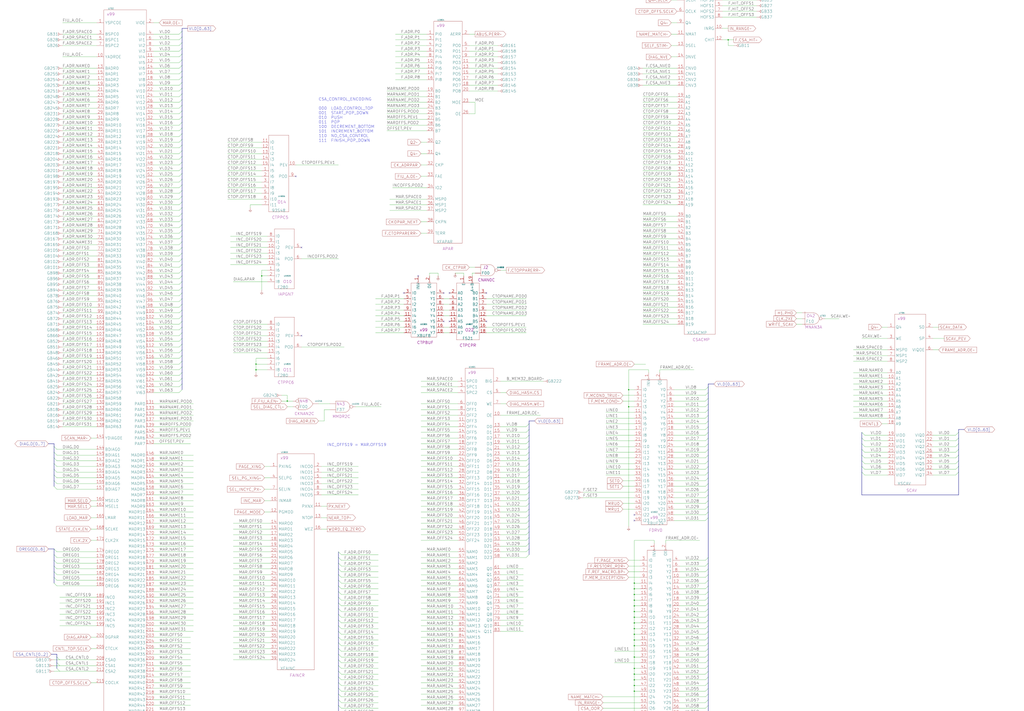
<source format=kicad_sch>
(kicad_sch (version 20250114) (generator "eeschema") (generator_version "9.0")
  (paper "User" 914.4 635)
  (title_block (title "ADDRESS BUS DRIVERS") (date "20-MAR-90") (rev "1.0") (comment 1 "FIU") (comment 2 "232-003065") (comment 3 "S400") (comment 4 "RELEASED"))
  (lib_symbols
    (symbol "r1000:93S48" (pin_names (offset 1.016))
      (property "Reference" "U" (at 2.54 5.08 0))
      (property "Value" "93S48" (at -6.35 -7.62 0))
      (property "Location" "___" (at -1.27 0 0))
      (property "Name" "______" (at 1.27 -15.24 0))
      (symbol "93S48_1_1"
        (pin input line (at -15.24 53.34 0) (length 6.35) (name "I0") (number "11"))
        (pin input line (at -15.24 48.26 0) (length 6.35) (name "I1") (number "12"))
        (pin input line (at -15.24 43.18 0) (length 6.35) (name "I2") (number "13"))
        (pin input line (at -15.24 38.1 0) (length 6.35) (name "I3") (number "14"))
        (pin input line (at -15.24 33.02 0) (length 6.35) (name "I4") (number "15"))
        (pin input line (at -15.24 27.94 0) (length 6.35) (name "I5") (number "1"))
        (pin input line (at -15.24 22.86 0) (length 6.35) (name "I6") (number "2"))
        (pin input line (at -15.24 17.78 0) (length 6.35) (name "I7") (number "3"))
        (pin input line (at -15.24 12.7 0) (length 6.35) (name "I8") (number "4"))
        (pin input line (at -15.24 7.62 0) (length 6.35) (name "I9") (number "5"))
        (pin input line (at -15.24 2.54 0) (length 6.35) (name "I10") (number "6"))
        (pin input line (at -15.24 -2.54 0) (length 6.35) (name "I11") (number "7"))
        (pin output line (at 15.24 33.02 180) (length 6.35) (name "PEV") (number "10"))
        (pin output line (at 15.24 22.86 180) (length 6.35) (name "POD") (number "9"))
      )
    )
    (symbol "r1000:F00" (pin_numbers (hide yes)) (pin_names (hide yes))
      (property "Reference" "U" (at 15.24 0 0))
      (property "Value" "F00" (at 1.905 -5.08 0))
      (property "Location" "___" (at 1.905 0 0))
      (property "Name" "______" (at 2.54 -12.7 0))
      (symbol "F00_1_1"
        (pin input line (at -7.62 0 0) (length 5.08) (name "D0") (number "1"))
        (pin input line (at -7.62 -5.08 0) (length 5.08) (name "D1") (number "2"))
        (pin output line (at 15.24 -2.54 180) (length 2.54) (name "Q") (number "3"))
      )
      (symbol "F00_1_2"
        (pin input line (at -7.62 0 0) (length 2.54) (name "D0") (number "1"))
        (pin input line (at -7.62 -5.08 0) (length 2.54) (name "D1") (number "2"))
        (pin output line (at 15.24 -2.54 180) (length 5.08) (name "Q") (number "3"))
      )
    )
    (symbol "r1000:F10" (pin_numbers (hide yes)) (pin_names (hide yes))
      (property "Reference" "U" (at 13.335 0 0))
      (property "Value" "F10" (at 5.715 -5.08 0))
      (property "Location" "___" (at -1.27 0 0))
      (property "Name" "______" (at -2.54 -10.16 0))
      (symbol "F10_1_1"
        (pin input line (at -5.08 2.54 0) (length 2.54) (name "D0") (number "1"))
        (pin input line (at -5.08 -2.54 0) (length 2.54) (name "D1") (number "2"))
        (pin input line (at -5.08 -7.62 0) (length 2.54) (name "D2") (number "3"))
        (pin output line (at 15.24 -2.54 180) (length 2.54) (name "Q") (number "4"))
      )
      (symbol "F10_1_2"
        (pin input line (at -5.08 2.54 0) (length 0) (name "D0") (number "1"))
        (pin input line (at -5.08 -2.54 0) (length 0) (name "D1") (number "2"))
        (pin input line (at -5.08 -7.62 0) (length 0) (name "D2") (number "3"))
        (pin output line (at 15.24 -2.54 180) (length 2.54) (name "Q") (number "4"))
      )
    )
    (symbol "r1000:F280" (pin_names (offset 1.016))
      (property "Reference" "U" (at 2.54 5.08 0))
      (property "Value" "F280" (at -6.35 -5.08 0))
      (property "Location" "___" (at -1.27 0 0))
      (property "Name" "______" (at 1.27 -12.7 0))
      (symbol "F280_1_1"
        (pin input line (at -15.24 40.64 0) (length 6.35) (name "I0") (number "8"))
        (pin input line (at -15.24 35.56 0) (length 6.35) (name "I1") (number "9"))
        (pin input line (at -15.24 30.48 0) (length 6.35) (name "I2") (number "10"))
        (pin input line (at -15.24 25.4 0) (length 6.35) (name "I3") (number "11"))
        (pin input line (at -15.24 20.32 0) (length 6.35) (name "I4") (number "12"))
        (pin input line (at -15.24 15.24 0) (length 6.35) (name "I5") (number "13"))
        (pin input line (at -15.24 10.16 0) (length 6.35) (name "I6") (number "1"))
        (pin input line (at -15.24 5.08 0) (length 6.35) (name "I7") (number "2"))
        (pin input line (at -15.24 0 0) (length 6.35) (name "I8") (number "4"))
        (pin output line (at 15.24 30.48 180) (length 6.35) (name "PEV") (number "5"))
        (pin output line (at 15.24 20.32 180) (length 6.35) (name "POD") (number "6"))
      )
    )
    (symbol "r1000:F37" (pin_numbers (hide yes)) (pin_names (offset 0) (hide yes))
      (property "Reference" "U" (at 15.24 0 0))
      (property "Value" "F37" (at 1.905 -5.08 0))
      (property "Location" "___" (at 1.905 0 0))
      (property "Name" "______" (at 2.54 -12.7 0))
      (symbol "F37_1_1"
        (pin input line (at -7.62 0 0) (length 5.08) (name "D0") (number "1"))
        (pin input line (at -7.62 -5.08 0) (length 5.08) (name "D1") (number "2"))
        (pin output line (at 15.24 -2.54 180) (length 2.54) (name "Q") (number "3"))
      )
      (symbol "F37_1_2"
        (pin input line (at -7.62 0 0) (length 2.54) (name "D0") (number "1"))
        (pin input line (at -7.62 -5.08 0) (length 2.54) (name "D1") (number "2"))
        (pin output line (at 15.24 -2.54 180) (length 5.08) (name "Q") (number "3"))
      )
    )
    (symbol "r1000:F521" (pin_names (offset 1.016))
      (property "Reference" "U" (at 2.54 5.08 0))
      (property "Value" "F521" (at -3.81 -7.62 0))
      (property "Location" "___" (at -1.27 0 0))
      (property "Name" "______" (at 1.27 -15.24 0))
      (symbol "F521_1_1"
        (pin input line (at -15.24 33.02 0) (length 6.35) (name "A0") (number "2"))
        (pin input line (at -15.24 27.94 0) (length 6.35) (name "A1") (number "4"))
        (pin input line (at -15.24 22.86 0) (length 6.35) (name "A2") (number "6"))
        (pin input line (at -15.24 17.78 0) (length 6.35) (name "A3") (number "8"))
        (pin input line (at -15.24 12.7 0) (length 6.35) (name "A4") (number "11"))
        (pin input line (at -15.24 7.62 0) (length 6.35) (name "A5") (number "13"))
        (pin input line (at -15.24 2.54 0) (length 6.35) (name "A6") (number "15"))
        (pin input line (at -15.24 -2.54 0) (length 6.35) (name "A7") (number "17"))
        (pin input line (at -2.54 48.26 270) (length 5.08) (name "E") (number "1"))
        (pin output line (at 5.08 48.26 270) (length 5.08) (name "A=B") (number "19"))
        (pin input line (at 17.78 33.02 180) (length 6.35) (name "B0") (number "3"))
        (pin input line (at 17.78 27.94 180) (length 6.35) (name "B1") (number "5"))
        (pin input line (at 17.78 22.86 180) (length 6.35) (name "B2") (number "7"))
        (pin input line (at 17.78 17.78 180) (length 6.35) (name "B3") (number "9"))
        (pin input line (at 17.78 12.7 180) (length 6.35) (name "B4") (number "12"))
        (pin input line (at 17.78 7.62 180) (length 6.35) (name "B5") (number "14"))
        (pin input line (at 17.78 2.54 180) (length 6.35) (name "B6") (number "16"))
        (pin input line (at 17.78 -2.54 180) (length 6.35) (name "B7") (number "18"))
      )
    )
    (symbol "r1000:GB" (pin_numbers (hide yes)) (pin_names (offset 0) (hide yes))
      (property "Reference" "GB" (at 3.81 0 0))
      (symbol "GB_1_1"
        (pin bidirectional line (at 0 0 0) (length 2.54) (name "") (number "1"))
      )
    )
    (symbol "r1000:PD" (power) (pin_numbers (hide yes)) (pin_names (hide yes)) (in_bom no)
      (symbol "PD_1_1"
        (pin power_in line (at 0 0 270) (length 2.54) (name "PD") (number "1"))
      )
    )
    (symbol "r1000:XBUF24" (pin_names (offset 1.016))
      (property "Reference" "U" (at 2.54 5.08 0))
      (property "Value" "XBUF24" (at -3.81 -5.08 0))
      (property "Location" "___" (at -1.27 0 0))
      (property "Name" "______" (at 3.81 -12.7 0))
      (symbol "XBUF24_1_1"
        (pin input line (at -15.24 114.3 0) (length 6.35) (name "I0") (number "3"))
        (pin input line (at -15.24 109.22 0) (length 6.35) (name "I1") (number "5"))
        (pin input line (at -15.24 104.14 0) (length 6.35) (name "I2") (number "7"))
        (pin input line (at -15.24 99.06 0) (length 6.35) (name "I3") (number "9"))
        (pin input line (at -15.24 93.98 0) (length 6.35) (name "I4") (number "11"))
        (pin input line (at -15.24 88.9 0) (length 6.35) (name "I5") (number "13"))
        (pin input line (at -15.24 83.82 0) (length 6.35) (name "I6") (number "15"))
        (pin input line (at -15.24 78.74 0) (length 6.35) (name "I7") (number "17"))
        (pin input line (at -15.24 73.66 0) (length 6.35) (name "I8") (number "19"))
        (pin input line (at -15.24 68.58 0) (length 6.35) (name "I9") (number "21"))
        (pin input line (at -15.24 63.5 0) (length 6.35) (name "I10") (number "23"))
        (pin input line (at -15.24 58.42 0) (length 6.35) (name "I11") (number "25"))
        (pin input line (at -15.24 53.34 0) (length 6.35) (name "I12") (number "27"))
        (pin input line (at -15.24 48.26 0) (length 6.35) (name "I13") (number "29"))
        (pin input line (at -15.24 43.18 0) (length 6.35) (name "I14") (number "31"))
        (pin input line (at -15.24 38.1 0) (length 6.35) (name "I15") (number "33"))
        (pin input line (at -15.24 33.02 0) (length 6.35) (name "I16") (number "35"))
        (pin input line (at -15.24 27.94 0) (length 6.35) (name "I17") (number "37"))
        (pin input line (at -15.24 22.86 0) (length 6.35) (name "I18") (number "39"))
        (pin input line (at -15.24 17.78 0) (length 6.35) (name "I19") (number "41"))
        (pin input line (at -15.24 12.7 0) (length 6.35) (name "I20") (number "43"))
        (pin input line (at -15.24 7.62 0) (length 6.35) (name "I21") (number "45"))
        (pin input line (at -15.24 2.54 0) (length 6.35) (name "I22") (number "47"))
        (pin input line (at -15.24 -2.54 0) (length 6.35) (name "I23") (number "49"))
        (pin input line (at -2.54 129.54 270) (length 5.08) (name "INV") (number "1"))
        (pin input line (at 7.62 129.54 270) (length 5.08) (name "OE") (number "2"))
        (pin tri_state line (at 20.32 114.3 180) (length 6.35) (name "Y0") (number "4"))
        (pin tri_state line (at 20.32 109.22 180) (length 6.35) (name "Y1") (number "6"))
        (pin tri_state line (at 20.32 104.14 180) (length 6.35) (name "Y2") (number "8"))
        (pin tri_state line (at 20.32 99.06 180) (length 6.35) (name "Y3") (number "10"))
        (pin tri_state line (at 20.32 93.98 180) (length 6.35) (name "Y4") (number "12"))
        (pin tri_state line (at 20.32 88.9 180) (length 6.35) (name "Y5") (number "14"))
        (pin tri_state line (at 20.32 83.82 180) (length 6.35) (name "Y6") (number "16"))
        (pin tri_state line (at 20.32 78.74 180) (length 6.35) (name "Y7") (number "18"))
        (pin tri_state line (at 20.32 73.66 180) (length 6.35) (name "Y8") (number "20"))
        (pin tri_state line (at 20.32 68.58 180) (length 6.35) (name "Y9") (number "22"))
        (pin tri_state line (at 20.32 63.5 180) (length 6.35) (name "Y10") (number "24"))
        (pin tri_state line (at 20.32 58.42 180) (length 6.35) (name "Y11") (number "26"))
        (pin tri_state line (at 20.32 53.34 180) (length 6.35) (name "Y12") (number "28"))
        (pin tri_state line (at 20.32 48.26 180) (length 6.35) (name "Y13") (number "30"))
        (pin tri_state line (at 20.32 43.18 180) (length 6.35) (name "Y14") (number "32"))
        (pin tri_state line (at 20.32 38.1 180) (length 6.35) (name "Y15") (number "34"))
        (pin tri_state line (at 20.32 33.02 180) (length 6.35) (name "Y16") (number "36"))
        (pin tri_state line (at 20.32 27.94 180) (length 6.35) (name "Y17") (number "38"))
        (pin tri_state line (at 20.32 22.86 180) (length 6.35) (name "Y18") (number "40"))
        (pin tri_state line (at 20.32 17.78 180) (length 6.35) (name "Y19") (number "42"))
        (pin tri_state line (at 20.32 12.7 180) (length 6.35) (name "Y20") (number "44"))
        (pin tri_state line (at 20.32 7.62 180) (length 6.35) (name "Y21") (number "46"))
        (pin tri_state line (at 20.32 2.54 180) (length 6.35) (name "Y22") (number "48"))
        (pin tri_state line (at 20.32 -2.54 180) (length 6.35) (name "Y23") (number "50"))
      )
    )
    (symbol "r1000:XBUF32" (pin_names (offset 1.016))
      (property "Reference" "U" (at 2.54 5.08 0))
      (property "Value" "XBUF32" (at -3.81 -5.08 0))
      (property "Location" "___" (at -1.27 0 0))
      (property "Name" "______" (at 3.81 -12.7 0))
      (symbol "XBUF32_1_1"
        (pin input line (at -15.24 154.94 0) (length 6.35) (name "I0") (number "3"))
        (pin input line (at -15.24 149.86 0) (length 6.35) (name "I1") (number "5"))
        (pin input line (at -15.24 144.78 0) (length 6.35) (name "I2") (number "7"))
        (pin input line (at -15.24 139.7 0) (length 6.35) (name "I3") (number "9"))
        (pin input line (at -15.24 134.62 0) (length 6.35) (name "I4") (number "11"))
        (pin input line (at -15.24 129.54 0) (length 6.35) (name "I5") (number "13"))
        (pin input line (at -15.24 124.46 0) (length 6.35) (name "I6") (number "15"))
        (pin input line (at -15.24 119.38 0) (length 6.35) (name "I7") (number "17"))
        (pin input line (at -15.24 114.3 0) (length 6.35) (name "I8") (number "19"))
        (pin input line (at -15.24 109.22 0) (length 6.35) (name "I9") (number "21"))
        (pin input line (at -15.24 104.14 0) (length 6.35) (name "I10") (number "23"))
        (pin input line (at -15.24 99.06 0) (length 6.35) (name "I11") (number "25"))
        (pin input line (at -15.24 93.98 0) (length 6.35) (name "I12") (number "27"))
        (pin input line (at -15.24 88.9 0) (length 6.35) (name "I13") (number "29"))
        (pin input line (at -15.24 83.82 0) (length 6.35) (name "I14") (number "31"))
        (pin input line (at -15.24 78.74 0) (length 6.35) (name "I15") (number "33"))
        (pin input line (at -15.24 73.66 0) (length 6.35) (name "I16") (number "35"))
        (pin input line (at -15.24 68.58 0) (length 6.35) (name "I17") (number "37"))
        (pin input line (at -15.24 63.5 0) (length 6.35) (name "I18") (number "39"))
        (pin input line (at -15.24 58.42 0) (length 6.35) (name "I19") (number "41"))
        (pin input line (at -15.24 53.34 0) (length 6.35) (name "I20") (number "43"))
        (pin input line (at -15.24 48.26 0) (length 6.35) (name "I21") (number "45"))
        (pin input line (at -15.24 43.18 0) (length 6.35) (name "I22") (number "47"))
        (pin input line (at -15.24 38.1 0) (length 6.35) (name "I23") (number "49"))
        (pin input line (at -15.24 33.02 0) (length 6.35) (name "I24") (number "51"))
        (pin input line (at -15.24 27.94 0) (length 6.35) (name "I25") (number "53"))
        (pin input line (at -15.24 22.86 0) (length 6.35) (name "I26") (number "55"))
        (pin input line (at -15.24 17.78 0) (length 6.35) (name "I27") (number "57"))
        (pin input line (at -15.24 12.7 0) (length 6.35) (name "I28") (number "59"))
        (pin input line (at -15.24 7.62 0) (length 6.35) (name "I29") (number "61"))
        (pin input line (at -15.24 2.54 0) (length 6.35) (name "I30") (number "63"))
        (pin input line (at -15.24 -2.54 0) (length 6.35) (name "I31") (number "65"))
        (pin input line (at -2.54 170.18 270) (length 5.08) (name "INV") (number "1"))
        (pin input line (at 7.62 170.18 270) (length 5.08) (name "OE") (number "2"))
        (pin tri_state line (at 20.32 154.94 180) (length 6.35) (name "Y0") (number "4"))
        (pin tri_state line (at 20.32 149.86 180) (length 6.35) (name "Y1") (number "6"))
        (pin tri_state line (at 20.32 144.78 180) (length 6.35) (name "Y2") (number "8"))
        (pin tri_state line (at 20.32 139.7 180) (length 6.35) (name "Y3") (number "10"))
        (pin tri_state line (at 20.32 134.62 180) (length 6.35) (name "Y4") (number "12"))
        (pin tri_state line (at 20.32 129.54 180) (length 6.35) (name "Y5") (number "14"))
        (pin tri_state line (at 20.32 124.46 180) (length 6.35) (name "Y6") (number "16"))
        (pin tri_state line (at 20.32 119.38 180) (length 6.35) (name "Y7") (number "18"))
        (pin tri_state line (at 20.32 114.3 180) (length 6.35) (name "Y8") (number "20"))
        (pin tri_state line (at 20.32 109.22 180) (length 6.35) (name "Y9") (number "22"))
        (pin tri_state line (at 20.32 104.14 180) (length 6.35) (name "Y10") (number "24"))
        (pin tri_state line (at 20.32 99.06 180) (length 6.35) (name "Y11") (number "26"))
        (pin tri_state line (at 20.32 93.98 180) (length 6.35) (name "Y12") (number "28"))
        (pin tri_state line (at 20.32 88.9 180) (length 6.35) (name "Y13") (number "30"))
        (pin tri_state line (at 20.32 83.82 180) (length 6.35) (name "Y14") (number "32"))
        (pin tri_state line (at 20.32 78.74 180) (length 6.35) (name "Y15") (number "34"))
        (pin tri_state line (at 20.32 73.66 180) (length 6.35) (name "Y16") (number "36"))
        (pin tri_state line (at 20.32 68.58 180) (length 6.35) (name "Y17") (number "38"))
        (pin tri_state line (at 20.32 63.5 180) (length 6.35) (name "Y18") (number "40"))
        (pin tri_state line (at 20.32 58.42 180) (length 6.35) (name "Y19") (number "42"))
        (pin tri_state line (at 20.32 53.34 180) (length 6.35) (name "Y20") (number "44"))
        (pin tri_state line (at 20.32 48.26 180) (length 6.35) (name "Y21") (number "46"))
        (pin tri_state line (at 20.32 43.18 180) (length 6.35) (name "Y22") (number "48"))
        (pin tri_state line (at 20.32 38.1 180) (length 6.35) (name "Y23") (number "50"))
        (pin tri_state line (at 20.32 33.02 180) (length 6.35) (name "Y24") (number "52"))
        (pin tri_state line (at 20.32 27.94 180) (length 6.35) (name "Y25") (number "54"))
        (pin tri_state line (at 20.32 22.86 180) (length 6.35) (name "Y26") (number "56"))
        (pin tri_state line (at 20.32 17.78 180) (length 6.35) (name "Y27") (number "58"))
        (pin tri_state line (at 20.32 12.7 180) (length 6.35) (name "Y28") (number "60"))
        (pin tri_state line (at 20.32 7.62 180) (length 6.35) (name "Y29") (number "62"))
        (pin tri_state line (at 20.32 2.54 180) (length 6.35) (name "Y30") (number "64"))
        (pin tri_state line (at 20.32 -2.54 180) (length 6.35) (name "Y31") (number "66"))
      )
    )
    (symbol "r1000:XBUF8" (pin_names (offset 1.016))
      (property "Reference" "U" (at 2.54 5.08 0))
      (property "Value" "XBUF8" (at -3.81 -5.08 0))
      (property "Location" "___" (at -1.27 0 0))
      (property "Name" "______" (at 3.81 -12.7 0))
      (symbol "XBUF8_1_1"
        (pin input line (at -15.24 33.02 0) (length 6.35) (name "I0") (number "3"))
        (pin input line (at -15.24 27.94 0) (length 6.35) (name "I1") (number "5"))
        (pin input line (at -15.24 22.86 0) (length 6.35) (name "I2") (number "7"))
        (pin input line (at -15.24 17.78 0) (length 6.35) (name "I3") (number "9"))
        (pin input line (at -15.24 12.7 0) (length 6.35) (name "I4") (number "11"))
        (pin input line (at -15.24 7.62 0) (length 6.35) (name "I5") (number "13"))
        (pin input line (at -15.24 2.54 0) (length 6.35) (name "I6") (number "15"))
        (pin input line (at -15.24 -2.54 0) (length 6.35) (name "I7") (number "17"))
        (pin input line (at -2.54 48.26 270) (length 5.08) (name "INV") (number "1"))
        (pin input line (at 7.62 48.26 270) (length 5.08) (name "OE") (number "2"))
        (pin tri_state line (at 20.32 33.02 180) (length 6.35) (name "Y0") (number "4"))
        (pin tri_state line (at 20.32 27.94 180) (length 6.35) (name "Y1") (number "6"))
        (pin tri_state line (at 20.32 22.86 180) (length 6.35) (name "Y2") (number "8"))
        (pin tri_state line (at 20.32 17.78 180) (length 6.35) (name "Y3") (number "10"))
        (pin tri_state line (at 20.32 12.7 180) (length 6.35) (name "Y4") (number "12"))
        (pin tri_state line (at 20.32 7.62 180) (length 6.35) (name "Y5") (number "14"))
        (pin tri_state line (at 20.32 2.54 180) (length 6.35) (name "Y6") (number "16"))
        (pin tri_state line (at 20.32 -2.54 180) (length 6.35) (name "Y7") (number "18"))
      )
    )
    (symbol "r1000:XCSACMP" (pin_names (offset 1.016))
      (property "Reference" "U" (at 2.54 5.08 0))
      (property "Value" "XCSACMP" (at -1.27 -314.96 0))
      (property "Location" "___" (at -1.27 0 0))
      (property "Name" "______" (at 11.43 -322.58 0))
      (symbol "XCSACMP_1_1"
        (pin input line (at -10.16 -7.62 0) (length 6.35) (name "PRED") (number "1"))
        (pin input line (at -10.16 -17.78 0) (length 6.35) (name "SCLK") (number "3"))
        (pin input line (at -10.16 -27.94 0) (length 6.35) (name "OCLK") (number "6"))
        (pin input line (at -10.16 -38.1 0) (length 6.35) (name "Q4") (number "9"))
        (pin input line (at -10.16 -48.26 0) (length 6.35) (name "NMAT") (number "11"))
        (pin input line (at -10.16 -58.42 0) (length 6.35) (name "DSEL") (number "13"))
        (pin input line (at -10.16 -68.58 0) (length 6.35) (name "DNVE") (number "14"))
        (pin input line (at -10.16 -78.74 0) (length 6.35) (name "CNV0") (number "15"))
        (pin input line (at -10.16 -83.82 0) (length 6.35) (name "CNV1") (number "16"))
        (pin input line (at -10.16 -88.9 0) (length 6.35) (name "CNV2") (number "17"))
        (pin input line (at -10.16 -93.98 0) (length 6.35) (name "CNV3") (number "18"))
        (pin input line (at -10.16 -104.14 0) (length 6.35) (name "A0") (number "19"))
        (pin input line (at -10.16 -109.22 0) (length 6.35) (name "A1") (number "20"))
        (pin input line (at -10.16 -114.3 0) (length 6.35) (name "A2") (number "21"))
        (pin input line (at -10.16 -119.38 0) (length 6.35) (name "A3") (number "22"))
        (pin input line (at -10.16 -124.46 0) (length 6.35) (name "A4") (number "23"))
        (pin input line (at -10.16 -129.54 0) (length 6.35) (name "A5") (number "24"))
        (pin input line (at -10.16 -134.62 0) (length 6.35) (name "A6") (number "25"))
        (pin input line (at -10.16 -139.7 0) (length 6.35) (name "A7") (number "26"))
        (pin input line (at -10.16 -144.78 0) (length 6.35) (name "A8") (number "27"))
        (pin input line (at -10.16 -149.86 0) (length 6.35) (name "A9") (number "28"))
        (pin input line (at -10.16 -154.94 0) (length 6.35) (name "A10") (number "29"))
        (pin input line (at -10.16 -160.02 0) (length 6.35) (name "A11") (number "30"))
        (pin input line (at -10.16 -165.1 0) (length 6.35) (name "A12") (number "31"))
        (pin input line (at -10.16 -170.18 0) (length 6.35) (name "A13") (number "32"))
        (pin input line (at -10.16 -175.26 0) (length 6.35) (name "A14") (number "33"))
        (pin input line (at -10.16 -180.34 0) (length 6.35) (name "A15") (number "34"))
        (pin input line (at -10.16 -185.42 0) (length 6.35) (name "A16") (number "35"))
        (pin input line (at -10.16 -190.5 0) (length 6.35) (name "A17") (number "36"))
        (pin input line (at -10.16 -195.58 0) (length 6.35) (name "A18") (number "37"))
        (pin input line (at -10.16 -200.66 0) (length 6.35) (name "A19") (number "38"))
        (pin input line (at -10.16 -210.82 0) (length 6.35) (name "B0") (number "39"))
        (pin input line (at -10.16 -215.9 0) (length 6.35) (name "B1") (number "40"))
        (pin input line (at -10.16 -220.98 0) (length 6.35) (name "B2") (number "41"))
        (pin input line (at -10.16 -226.06 0) (length 6.35) (name "B3") (number "42"))
        (pin input line (at -10.16 -231.14 0) (length 6.35) (name "B4") (number "43"))
        (pin input line (at -10.16 -236.22 0) (length 6.35) (name "B5") (number "44"))
        (pin input line (at -10.16 -241.3 0) (length 6.35) (name "B6") (number "45"))
        (pin input line (at -10.16 -246.38 0) (length 6.35) (name "B7") (number "46"))
        (pin input line (at -10.16 -251.46 0) (length 6.35) (name "B8") (number "47"))
        (pin input line (at -10.16 -256.54 0) (length 6.35) (name "B9") (number "48"))
        (pin input line (at -10.16 -261.62 0) (length 6.35) (name "B10") (number "49"))
        (pin input line (at -10.16 -266.7 0) (length 6.35) (name "B11") (number "50"))
        (pin input line (at -10.16 -271.78 0) (length 6.35) (name "B12") (number "51"))
        (pin input line (at -10.16 -276.86 0) (length 6.35) (name "B13") (number "52"))
        (pin input line (at -10.16 -281.94 0) (length 6.35) (name "B14") (number "53"))
        (pin input line (at -10.16 -287.02 0) (length 6.35) (name "B15") (number "54"))
        (pin input line (at -10.16 -292.1 0) (length 6.35) (name "B16") (number "55"))
        (pin input line (at -10.16 -297.18 0) (length 6.35) (name "B17") (number "56"))
        (pin input line (at -10.16 -302.26 0) (length 6.35) (name "B18") (number "57"))
        (pin input line (at -10.16 -307.34 0) (length 6.35) (name "B19") (number "58"))
        (pin output line (at 30.48 -7.62 180) (length 6.35) (name "OOR") (number "2"))
        (pin output line (at 30.48 -17.78 180) (length 6.35) (name "HOFS0") (number "4"))
        (pin output line (at 30.48 -22.86 180) (length 6.35) (name "HOFS1") (number "5"))
        (pin output line (at 30.48 -27.94 180) (length 6.35) (name "HOFS2") (number "7"))
        (pin output line (at 30.48 -33.02 180) (length 6.35) (name "HOFS3") (number "8"))
        (pin output line (at 30.48 -43.18 180) (length 6.35) (name "INRG") (number "10"))
        (pin output line (at 30.48 -53.34 180) (length 6.35) (name "CHIT") (number "12"))
      )
    )
    (symbol "r1000:XFAINC" (pin_names (offset 1.016))
      (property "Reference" "U" (at 2.54 5.08 0))
      (property "Value" "XFAINC" (at -1.27 -187.96 0))
      (property "Location" "___" (at -1.27 0 0))
      (property "Name" "______" (at 13.97 -195.58 0))
      (symbol "XFAINC_1_1"
        (pin input line (at -10.16 -7.62 0) (length 6.35) (name "PXING") (number "1"))
        (pin input line (at -10.16 -17.78 0) (length 6.35) (name "SELPG") (number "4"))
        (pin input line (at -10.16 -27.94 0) (length 6.35) (name "SELIN") (number "7"))
        (pin input line (at -10.16 -38.1 0) (length 6.35) (name "INMAR") (number "10"))
        (pin input line (at -10.16 -48.26 0) (length 6.35) (name "PGMOD") (number "12"))
        (pin input line (at -10.16 -58.42 0) (length 6.35) (name "MARO0") (number "14"))
        (pin input line (at -10.16 -63.5 0) (length 6.35) (name "MARO1") (number "15"))
        (pin input line (at -10.16 -68.58 0) (length 6.35) (name "MARO2") (number "17"))
        (pin input line (at -10.16 -73.66 0) (length 6.35) (name "MARO3") (number "18"))
        (pin input line (at -10.16 -78.74 0) (length 6.35) (name "MARO4") (number "19"))
        (pin input line (at -10.16 -83.82 0) (length 6.35) (name "MARO5") (number "20"))
        (pin input line (at -10.16 -88.9 0) (length 6.35) (name "MARO6") (number "21"))
        (pin input line (at -10.16 -93.98 0) (length 6.35) (name "MARO7") (number "22"))
        (pin input line (at -10.16 -99.06 0) (length 6.35) (name "MARO8") (number "23"))
        (pin input line (at -10.16 -104.14 0) (length 6.35) (name "MARO9") (number "24"))
        (pin input line (at -10.16 -109.22 0) (length 6.35) (name "MARO10") (number "25"))
        (pin input line (at -10.16 -114.3 0) (length 6.35) (name "MARO11") (number "26"))
        (pin input line (at -10.16 -119.38 0) (length 6.35) (name "MARO12") (number "27"))
        (pin input line (at -10.16 -124.46 0) (length 6.35) (name "MARO13") (number "28"))
        (pin input line (at -10.16 -129.54 0) (length 6.35) (name "MARO14") (number "29"))
        (pin input line (at -10.16 -134.62 0) (length 6.35) (name "MARO15") (number "30"))
        (pin input line (at -10.16 -139.7 0) (length 6.35) (name "MARO16") (number "31"))
        (pin input line (at -10.16 -144.78 0) (length 6.35) (name "MARO17") (number "32"))
        (pin input line (at -10.16 -149.86 0) (length 6.35) (name "MARO18") (number "33"))
        (pin input line (at -10.16 -154.94 0) (length 6.35) (name "MARO19") (number "34"))
        (pin input line (at -10.16 -160.02 0) (length 6.35) (name "MARO20") (number "35"))
        (pin input line (at -10.16 -165.1 0) (length 6.35) (name "MARO21") (number "36"))
        (pin input line (at -10.16 -170.18 0) (length 6.35) (name "MARO22") (number "37"))
        (pin input line (at -10.16 -175.26 0) (length 6.35) (name "MARO23") (number "38"))
        (pin input line (at -10.16 -180.34 0) (length 6.35) (name "MARO24") (number "39"))
        (pin output line (at 35.56 -7.62 180) (length 6.35) (name "INCO0") (number "2"))
        (pin output line (at 35.56 -12.7 180) (length 6.35) (name "INCO1") (number "3"))
        (pin output line (at 35.56 -17.78 180) (length 6.35) (name "INCO2") (number "5"))
        (pin output line (at 35.56 -22.86 180) (length 6.35) (name "INCO3") (number "6"))
        (pin output line (at 35.56 -27.94 180) (length 6.35) (name "INCO4") (number "8"))
        (pin output line (at 35.56 -33.02 180) (length 6.35) (name "INCO5") (number "9"))
        (pin output line (at 35.56 -43.18 180) (length 6.35) (name "PXNX") (number "11"))
        (pin output line (at 35.56 -53.34 180) (length 6.35) (name "NTOP") (number "13"))
        (pin output line (at 35.56 -63.5 180) (length 6.35) (name "WEZ") (number "16"))
      )
    )
    (symbol "r1000:XFAPAR" (pin_names (offset 1.016))
      (property "Reference" "U" (at 2.54 5.08 0))
      (property "Value" "XFAPAR" (at -1.27 -193.04 0))
      (property "Location" "___" (at -1.27 0 0))
      (property "Name" "______" (at 8.89 -200.66 0))
      (symbol "XFAPAR_1_1"
        (pin input line (at -10.16 -7.62 0) (length 6.35) (name "PI0") (number "1"))
        (pin input line (at -10.16 -12.7 0) (length 6.35) (name "PI1") (number "3"))
        (pin input line (at -10.16 -17.78 0) (length 6.35) (name "PI2") (number "4"))
        (pin input line (at -10.16 -22.86 0) (length 6.35) (name "PI3") (number "6"))
        (pin input line (at -10.16 -27.94 0) (length 6.35) (name "PI4") (number "8"))
        (pin input line (at -10.16 -33.02 0) (length 6.35) (name "PI5") (number "10"))
        (pin input line (at -10.16 -38.1 0) (length 6.35) (name "PI6") (number "12"))
        (pin input line (at -10.16 -43.18 0) (length 6.35) (name "PI7") (number "14"))
        (pin input line (at -10.16 -48.26 0) (length 6.35) (name "PI8") (number "16"))
        (pin input line (at -10.16 -58.42 0) (length 6.35) (name "B0") (number "19"))
        (pin input line (at -10.16 -63.5 0) (length 6.35) (name "B1") (number "21"))
        (pin input line (at -10.16 -68.58 0) (length 6.35) (name "B2") (number "22"))
        (pin input line (at -10.16 -73.66 0) (length 6.35) (name "B3") (number "24"))
        (pin input line (at -10.16 -78.74 0) (length 6.35) (name "B4") (number "25"))
        (pin input line (at -10.16 -83.82 0) (length 6.35) (name "B5") (number "27"))
        (pin input line (at -10.16 -88.9 0) (length 6.35) (name "B6") (number "28"))
        (pin input line (at -10.16 -93.98 0) (length 6.35) (name "B7") (number "29"))
        (pin input line (at -10.16 -104.14 0) (length 6.35) (name "Q2") (number "30"))
        (pin input line (at -10.16 -114.3 0) (length 6.35) (name "Q4") (number "31"))
        (pin input line (at -10.16 -124.46 0) (length 6.35) (name "CKP") (number "32"))
        (pin input line (at -10.16 -134.62 0) (length 6.35) (name "FAE") (number "33"))
        (pin input line (at -10.16 -144.78 0) (length 6.35) (name "IO2") (number "34"))
        (pin input line (at -10.16 -154.94 0) (length 6.35) (name "MSP0") (number "35"))
        (pin input line (at -10.16 -160.02 0) (length 6.35) (name "MSP1") (number "36"))
        (pin input line (at -10.16 -165.1 0) (length 6.35) (name "MSP2") (number "37"))
        (pin input line (at -10.16 -175.26 0) (length 6.35) (name "CKPN") (number "38"))
        (pin input line (at -10.16 -185.42 0) (length 6.35) (name "TERR") (number "39"))
        (pin output line (at 27.94 -7.62 180) (length 6.35) (name "AERR") (number "2"))
        (pin tri_state line (at 27.94 -17.78 180) (length 6.35) (name "PO0") (number "5"))
        (pin tri_state line (at 27.94 -22.86 180) (length 6.35) (name "PO1") (number "7"))
        (pin tri_state line (at 27.94 -27.94 180) (length 6.35) (name "PO2") (number "9"))
        (pin tri_state line (at 27.94 -33.02 180) (length 6.35) (name "PO3") (number "11"))
        (pin tri_state line (at 27.94 -38.1 180) (length 6.35) (name "PO4") (number "13"))
        (pin tri_state line (at 27.94 -43.18 180) (length 6.35) (name "PO5") (number "15"))
        (pin tri_state line (at 27.94 -48.26 180) (length 6.35) (name "PO6") (number "17"))
        (pin tri_state line (at 27.94 -53.34 180) (length 6.35) (name "PO7") (number "18"))
        (pin tri_state line (at 27.94 -58.42 180) (length 6.35) (name "PO8") (number "20"))
        (pin output line (at 27.94 -68.58 180) (length 6.35) (name "MOE") (number "23"))
        (pin input line (at 27.94 -78.74 180) (length 6.35) (name "OE") (number "26"))
      )
    )
    (symbol "r1000:XFHRAM" (pin_names (offset 1.016))
      (property "Reference" "U" (at 2.54 5.08 0))
      (property "Value" "XFHRAM" (at -1.27 -325.12 0))
      (property "Location" "___" (at -1.27 0 0))
      (property "Name" "______" (at 8.89 -332.74 0))
      (symbol "XFHRAM_1_1"
        (pin input line (at -10.16 -7.62 0) (length 6.35) (name "SPC0") (number "1"))
        (pin input line (at -10.16 -12.7 0) (length 6.35) (name "SPC1") (number "3"))
        (pin input line (at -10.16 -17.78 0) (length 6.35) (name "SPC2") (number "4"))
        (pin input line (at -10.16 -27.94 0) (length 6.35) (name "OFF0") (number "6"))
        (pin input line (at -10.16 -33.02 0) (length 6.35) (name "OFF1") (number "8"))
        (pin input line (at -10.16 -38.1 0) (length 6.35) (name "OFF2") (number "9"))
        (pin input line (at -10.16 -43.18 0) (length 6.35) (name "OFF3") (number "11"))
        (pin input line (at -10.16 -48.26 0) (length 6.35) (name "OFF4") (number "12"))
        (pin input line (at -10.16 -53.34 0) (length 6.35) (name "OFF5") (number "14"))
        (pin input line (at -10.16 -58.42 0) (length 6.35) (name "OFF6") (number "16"))
        (pin input line (at -10.16 -63.5 0) (length 6.35) (name "OFF7") (number "18"))
        (pin input line (at -10.16 -68.58 0) (length 6.35) (name "OFF8") (number "20"))
        (pin input line (at -10.16 -73.66 0) (length 6.35) (name "OFF9") (number "22"))
        (pin input line (at -10.16 -78.74 0) (length 6.35) (name "OFF10") (number "24"))
        (pin input line (at -10.16 -83.82 0) (length 6.35) (name "OFF11") (number "26"))
        (pin input line (at -10.16 -88.9 0) (length 6.35) (name "OFF12") (number "28"))
        (pin input line (at -10.16 -93.98 0) (length 6.35) (name "OFF13") (number "30"))
        (pin input line (at -10.16 -99.06 0) (length 6.35) (name "OFF14") (number "32"))
        (pin input line (at -10.16 -104.14 0) (length 6.35) (name "OFF15") (number "34"))
        (pin input line (at -10.16 -109.22 0) (length 6.35) (name "OFF16") (number "36"))
        (pin input line (at -10.16 -114.3 0) (length 6.35) (name "OFF17") (number "38"))
        (pin input line (at -10.16 -119.38 0) (length 6.35) (name "OFF18") (number "40"))
        (pin input line (at -10.16 -124.46 0) (length 6.35) (name "OFF19") (number "42"))
        (pin input line (at -10.16 -129.54 0) (length 6.35) (name "OFF20") (number "44"))
        (pin input line (at -10.16 -134.62 0) (length 6.35) (name "OFF21") (number "46"))
        (pin input line (at -10.16 -139.7 0) (length 6.35) (name "OFF22") (number "48"))
        (pin input line (at -10.16 -144.78 0) (length 6.35) (name "OFF23") (number "50"))
        (pin input line (at -10.16 -149.86 0) (length 6.35) (name "OFF24") (number "52"))
        (pin input line (at -10.16 -160.02 0) (length 6.35) (name "NAM0") (number "55"))
        (pin input line (at -10.16 -165.1 0) (length 6.35) (name "NAM1") (number "57"))
        (pin input line (at -10.16 -170.18 0) (length 6.35) (name "NAM2") (number "59"))
        (pin input line (at -10.16 -175.26 0) (length 6.35) (name "NAM3") (number "60"))
        (pin input line (at -10.16 -180.34 0) (length 6.35) (name "NAM4") (number "62"))
        (pin input line (at -10.16 -185.42 0) (length 6.35) (name "NAM5") (number "64"))
        (pin input line (at -10.16 -190.5 0) (length 6.35) (name "NAM6") (number "66"))
        (pin input line (at -10.16 -195.58 0) (length 6.35) (name "NAM7") (number "68"))
        (pin input line (at -10.16 -200.66 0) (length 6.35) (name "NAM8") (number "70"))
        (pin input line (at -10.16 -205.74 0) (length 6.35) (name "NAM9") (number "72"))
        (pin input line (at -10.16 -210.82 0) (length 6.35) (name "NAM10") (number "74"))
        (pin input line (at -10.16 -215.9 0) (length 6.35) (name "NAM11") (number "76"))
        (pin input line (at -10.16 -220.98 0) (length 6.35) (name "NAM12") (number "78"))
        (pin input line (at -10.16 -226.06 0) (length 6.35) (name "NAM13") (number "80"))
        (pin input line (at -10.16 -231.14 0) (length 6.35) (name "NAM14") (number "82"))
        (pin input line (at -10.16 -236.22 0) (length 6.35) (name "NAM15") (number "84"))
        (pin input line (at -10.16 -241.3 0) (length 6.35) (name "NAM16") (number "85"))
        (pin input line (at -10.16 -246.38 0) (length 6.35) (name "NAM17") (number "86"))
        (pin input line (at -10.16 -251.46 0) (length 6.35) (name "NAM18") (number "87"))
        (pin input line (at -10.16 -256.54 0) (length 6.35) (name "NAM19") (number "88"))
        (pin input line (at -10.16 -261.62 0) (length 6.35) (name "NAM20") (number "89"))
        (pin input line (at -10.16 -266.7 0) (length 6.35) (name "NAM21") (number "90"))
        (pin input line (at -10.16 -271.78 0) (length 6.35) (name "NAM22") (number "91"))
        (pin input line (at -10.16 -276.86 0) (length 6.35) (name "NAM23") (number "92"))
        (pin input line (at -10.16 -281.94 0) (length 6.35) (name "NAM24") (number "93"))
        (pin input line (at -10.16 -287.02 0) (length 6.35) (name "NAM25") (number "94"))
        (pin input line (at -10.16 -292.1 0) (length 6.35) (name "NAM26") (number "95"))
        (pin input line (at -10.16 -297.18 0) (length 6.35) (name "NAM27") (number "96"))
        (pin input line (at -10.16 -302.26 0) (length 6.35) (name "NAM28") (number "97"))
        (pin input line (at -10.16 -307.34 0) (length 6.35) (name "NAM29") (number "98"))
        (pin input line (at -10.16 -312.42 0) (length 6.35) (name "NAM30") (number "99"))
        (pin input line (at -10.16 -317.5 0) (length 6.35) (name "NAM31") (number "100"))
        (pin input line (at 27.94 -7.62 180) (length 6.35) (name "BIG") (number "2"))
        (pin input line (at 27.94 -17.78 180) (length 6.35) (name "CS") (number "5"))
        (pin input line (at 27.94 -27.94 180) (length 6.35) (name "WE") (number "7"))
        (pin input line (at 27.94 -38.1 180) (length 6.35) (name "OE") (number "10"))
        (pin input line (at 27.94 -48.26 180) (length 6.35) (name "D0") (number "13"))
        (pin input line (at 27.94 -53.34 180) (length 6.35) (name "D1") (number "15"))
        (pin input line (at 27.94 -58.42 180) (length 6.35) (name "D2") (number "17"))
        (pin input line (at 27.94 -63.5 180) (length 6.35) (name "D3") (number "19"))
        (pin input line (at 27.94 -68.58 180) (length 6.35) (name "D4") (number "21"))
        (pin input line (at 27.94 -73.66 180) (length 6.35) (name "D5") (number "23"))
        (pin input line (at 27.94 -78.74 180) (length 6.35) (name "D6") (number "25"))
        (pin input line (at 27.94 -83.82 180) (length 6.35) (name "D7") (number "27"))
        (pin input line (at 27.94 -88.9 180) (length 6.35) (name "D8") (number "29"))
        (pin input line (at 27.94 -93.98 180) (length 6.35) (name "D9") (number "31"))
        (pin input line (at 27.94 -99.06 180) (length 6.35) (name "D10") (number "33"))
        (pin input line (at 27.94 -104.14 180) (length 6.35) (name "D11") (number "35"))
        (pin input line (at 27.94 -109.22 180) (length 6.35) (name "D12") (number "37"))
        (pin input line (at 27.94 -114.3 180) (length 6.35) (name "D13") (number "39"))
        (pin input line (at 27.94 -119.38 180) (length 6.35) (name "D14") (number "41"))
        (pin input line (at 27.94 -124.46 180) (length 6.35) (name "D15") (number "43"))
        (pin input line (at 27.94 -129.54 180) (length 6.35) (name "D16") (number "45"))
        (pin input line (at 27.94 -134.62 180) (length 6.35) (name "D17") (number "47"))
        (pin input line (at 27.94 -139.7 180) (length 6.35) (name "D18") (number "49"))
        (pin input line (at 27.94 -144.78 180) (length 6.35) (name "D19") (number "51"))
        (pin input line (at 27.94 -149.86 180) (length 6.35) (name "D20") (number "53"))
        (pin input line (at 27.94 -154.94 180) (length 6.35) (name "D21") (number "54"))
        (pin input line (at 27.94 -160.02 180) (length 6.35) (name "D22") (number "56"))
        (pin input line (at 27.94 -165.1 180) (length 6.35) (name "D23") (number "58"))
        (pin output line (at 27.94 -175.26 180) (length 6.35) (name "Q0") (number "61"))
        (pin output line (at 27.94 -180.34 180) (length 6.35) (name "Q1") (number "63"))
        (pin output line (at 27.94 -185.42 180) (length 6.35) (name "Q2") (number "65"))
        (pin output line (at 27.94 -190.5 180) (length 6.35) (name "Q3") (number "67"))
        (pin output line (at 27.94 -195.58 180) (length 6.35) (name "Q4") (number "69"))
        (pin output line (at 27.94 -200.66 180) (length 6.35) (name "Q5") (number "71"))
        (pin output line (at 27.94 -205.74 180) (length 6.35) (name "Q6") (number "73"))
        (pin output line (at 27.94 -210.82 180) (length 6.35) (name "Q7") (number "75"))
        (pin output line (at 27.94 -215.9 180) (length 6.35) (name "Q8") (number "77"))
        (pin output line (at 27.94 -220.98 180) (length 6.35) (name "Q9") (number "79"))
        (pin output line (at 27.94 -226.06 180) (length 6.35) (name "Q10") (number "81"))
        (pin output line (at 27.94 -231.14 180) (length 6.35) (name "Q11") (number "83"))
      )
    )
    (symbol "r1000:XFMAR" (pin_names (offset 1.016))
      (property "Reference" "U" (at 2.54 5.08 0))
      (property "Value" "XFMAR" (at -1.27 -914.4 0))
      (property "Location" "___" (at -1.27 0 0))
      (property "Name" "______" (at 16.51 -922.02 0))
      (symbol "XFMAR_1_1"
        (pin input line (at -10.16 -7.62 0) (length 6.35) (name "YSPCOE") (number "1"))
        (pin bidirectional line (at -10.16 -17.78 0) (length 6.35) (name "BSPC0") (number "3"))
        (pin bidirectional line (at -10.16 -22.86 0) (length 6.35) (name "BSPC1") (number "5"))
        (pin bidirectional line (at -10.16 -27.94 0) (length 6.35) (name "BSPC2") (number "7"))
        (pin input line (at -10.16 -38.1 0) (length 6.35) (name "YADROE") (number "10"))
        (pin bidirectional line (at -10.16 -48.26 0) (length 6.35) (name "BADR0") (number "13"))
        (pin bidirectional line (at -10.16 -53.34 0) (length 6.35) (name "BADR1") (number "15"))
        (pin bidirectional line (at -10.16 -58.42 0) (length 6.35) (name "BADR2") (number "17"))
        (pin bidirectional line (at -10.16 -63.5 0) (length 6.35) (name "BADR3") (number "19"))
        (pin bidirectional line (at -10.16 -68.58 0) (length 6.35) (name "BADR4") (number "21"))
        (pin bidirectional line (at -10.16 -73.66 0) (length 6.35) (name "BADR5") (number "23"))
        (pin bidirectional line (at -10.16 -78.74 0) (length 6.35) (name "BADR6") (number "25"))
        (pin bidirectional line (at -10.16 -83.82 0) (length 6.35) (name "BADR7") (number "27"))
        (pin bidirectional line (at -10.16 -88.9 0) (length 6.35) (name "BADR8") (number "29"))
        (pin bidirectional line (at -10.16 -93.98 0) (length 6.35) (name "BADR9") (number "31"))
        (pin bidirectional line (at -10.16 -99.06 0) (length 6.35) (name "BADR10") (number "33"))
        (pin bidirectional line (at -10.16 -104.14 0) (length 6.35) (name "BADR11") (number "35"))
        (pin bidirectional line (at -10.16 -109.22 0) (length 6.35) (name "BADR12") (number "37"))
        (pin bidirectional line (at -10.16 -114.3 0) (length 6.35) (name "BADR13") (number "39"))
        (pin bidirectional line (at -10.16 -119.38 0) (length 6.35) (name "BADR14") (number "41"))
        (pin bidirectional line (at -10.16 -124.46 0) (length 6.35) (name "BADR15") (number "43"))
        (pin bidirectional line (at -10.16 -129.54 0) (length 6.35) (name "BADR16") (number "45"))
        (pin bidirectional line (at -10.16 -134.62 0) (length 6.35) (name "BADR17") (number "47"))
        (pin bidirectional line (at -10.16 -139.7 0) (length 6.35) (name "BADR18") (number "49"))
        (pin bidirectional line (at -10.16 -144.78 0) (length 6.35) (name "BADR19") (number "51"))
        (pin bidirectional line (at -10.16 -149.86 0) (length 6.35) (name "BADR20") (number "53"))
        (pin bidirectional line (at -10.16 -154.94 0) (length 6.35) (name "BADR21") (number "55"))
        (pin bidirectional line (at -10.16 -160.02 0) (length 6.35) (name "BADR22") (number "57"))
        (pin bidirectional line (at -10.16 -165.1 0) (length 6.35) (name "BADR23") (number "59"))
        (pin bidirectional line (at -10.16 -170.18 0) (length 6.35) (name "BADR24") (number "61"))
        (pin bidirectional line (at -10.16 -175.26 0) (length 6.35) (name "BADR25") (number "63"))
        (pin bidirectional line (at -10.16 -180.34 0) (length 6.35) (name "BADR26") (number "65"))
        (pin bidirectional line (at -10.16 -185.42 0) (length 6.35) (name "BADR27") (number "67"))
        (pin bidirectional line (at -10.16 -190.5 0) (length 6.35) (name "BADR28") (number "69"))
        (pin bidirectional line (at -10.16 -195.58 0) (length 6.35) (name "BADR29") (number "71"))
        (pin bidirectional line (at -10.16 -200.66 0) (length 6.35) (name "BADR30") (number "73"))
        (pin bidirectional line (at -10.16 -205.74 0) (length 6.35) (name "BADR31") (number "75"))
        (pin bidirectional line (at -10.16 -210.82 0) (length 6.35) (name "BADR32") (number "77"))
        (pin bidirectional line (at -10.16 -215.9 0) (length 6.35) (name "BADR33") (number "79"))
        (pin bidirectional line (at -10.16 -220.98 0) (length 6.35) (name "BADR34") (number "81"))
        (pin bidirectional line (at -10.16 -226.06 0) (length 6.35) (name "BADR35") (number "83"))
        (pin bidirectional line (at -10.16 -231.14 0) (length 6.35) (name "BADR36") (number "85"))
        (pin bidirectional line (at -10.16 -236.22 0) (length 6.35) (name "BADR37") (number "87"))
        (pin bidirectional line (at -10.16 -241.3 0) (length 6.35) (name "BADR38") (number "89"))
        (pin bidirectional line (at -10.16 -246.38 0) (length 6.35) (name "BADR39") (number "91"))
        (pin bidirectional line (at -10.16 -251.46 0) (length 6.35) (name "BADR40") (number "93"))
        (pin bidirectional line (at -10.16 -256.54 0) (length 6.35) (name "BADR41") (number "95"))
        (pin bidirectional line (at -10.16 -261.62 0) (length 6.35) (name "BADR42") (number "97"))
        (pin bidirectional line (at -10.16 -266.7 0) (length 6.35) (name "BADR43") (number "99"))
        (pin bidirectional line (at -10.16 -271.78 0) (length 6.35) (name "BADR44") (number "101"))
        (pin bidirectional line (at -10.16 -276.86 0) (length 6.35) (name "BADR45") (number "103"))
        (pin bidirectional line (at -10.16 -281.94 0) (length 6.35) (name "BADR46") (number "105"))
        (pin bidirectional line (at -10.16 -287.02 0) (length 6.35) (name "BADR47") (number "107"))
        (pin bidirectional line (at -10.16 -292.1 0) (length 6.35) (name "BADR48") (number "109"))
        (pin bidirectional line (at -10.16 -297.18 0) (length 6.35) (name "BADR49") (number "111"))
        (pin bidirectional line (at -10.16 -302.26 0) (length 6.35) (name "BADR50") (number "113"))
        (pin bidirectional line (at -10.16 -307.34 0) (length 6.35) (name "BADR51") (number "115"))
        (pin bidirectional line (at -10.16 -312.42 0) (length 6.35) (name "BADR52") (number "117"))
        (pin bidirectional line (at -10.16 -317.5 0) (length 6.35) (name "BADR53") (number "119"))
        (pin bidirectional line (at -10.16 -322.58 0) (length 6.35) (name "BADR54") (number "121"))
        (pin bidirectional line (at -10.16 -327.66 0) (length 6.35) (name "BADR55") (number "123"))
        (pin bidirectional line (at -10.16 -332.74 0) (length 6.35) (name "BADR56") (number "125"))
        (pin bidirectional line (at -10.16 -337.82 0) (length 6.35) (name "BADR57") (number "127"))
        (pin bidirectional line (at -10.16 -342.9 0) (length 6.35) (name "BADR58") (number "129"))
        (pin bidirectional line (at -10.16 -347.98 0) (length 6.35) (name "BADR59") (number "130"))
        (pin bidirectional line (at -10.16 -353.06 0) (length 6.35) (name "BADR60") (number "132"))
        (pin bidirectional line (at -10.16 -358.14 0) (length 6.35) (name "BADR61") (number "134"))
        (pin bidirectional line (at -10.16 -363.22 0) (length 6.35) (name "BADR62") (number "136"))
        (pin bidirectional line (at -10.16 -368.3 0) (length 6.35) (name "BADR63") (number "138"))
        (pin input line (at -10.16 -378.46 0) (length 6.35) (name "YDIAGOE") (number "141"))
        (pin bidirectional line (at -10.16 -388.62 0) (length 6.35) (name "BDIAG0") (number "144"))
        (pin bidirectional line (at -10.16 -393.7 0) (length 6.35) (name "BDIAG1") (number "145"))
        (pin bidirectional line (at -10.16 -398.78 0) (length 6.35) (name "BDIAG2") (number "147"))
        (pin bidirectional line (at -10.16 -403.86 0) (length 6.35) (name "BDIAG3") (number "149"))
        (pin bidirectional line (at -10.16 -408.94 0) (length 6.35) (name "BDIAG4") (number "151"))
        (pin bidirectional line (at -10.16 -414.02 0) (length 6.35) (name "BDIAG5") (number "153"))
        (pin bidirectional line (at -10.16 -419.1 0) (length 6.35) (name "BDIAG6") (number "155"))
        (pin bidirectional line (at -10.16 -424.18 0) (length 6.35) (name "BDIAG7") (number "157"))
        (pin input line (at -10.16 -434.34 0) (length 6.35) (name "MSEL0") (number "160"))
        (pin input line (at -10.16 -439.42 0) (length 6.35) (name "MSEL1") (number "162"))
        (pin input line (at -10.16 -449.58 0) (length 6.35) (name "LMAR") (number "165"))
        (pin input line (at -10.16 -459.74 0) (length 6.35) (name "SCLKE") (number "168"))
        (pin input line (at -10.16 -469.9 0) (length 6.35) (name "CLK2X") (number "171"))
        (pin input line (at -10.16 -480.06 0) (length 6.35) (name "OREG0") (number "174"))
        (pin input line (at -10.16 -485.14 0) (length 6.35) (name "OREG1") (number "176"))
        (pin input line (at -10.16 -490.22 0) (length 6.35) (name "OREG2") (number "178"))
        (pin input line (at -10.16 -495.3 0) (length 6.35) (name "OREG3") (number "180"))
        (pin input line (at -10.16 -500.38 0) (length 6.35) (name "OREG4") (number "182"))
        (pin input line (at -10.16 -505.46 0) (length 6.35) (name "OREG5") (number "184"))
        (pin input line (at -10.16 -510.54 0) (length 6.35) (name "OREG6") (number "186"))
        (pin input line (at -10.16 -520.7 0) (length 6.35) (name "INC0") (number "189"))
        (pin input line (at -10.16 -525.78 0) (length 6.35) (name "INC1") (number "191"))
        (pin input line (at -10.16 -530.86 0) (length 6.35) (name "INC2") (number "193"))
        (pin input line (at -10.16 -535.94 0) (length 6.35) (name "INC3") (number "195"))
        (pin input line (at -10.16 -541.02 0) (length 6.35) (name "INC4") (number "197"))
        (pin input line (at -10.16 -546.1 0) (length 6.35) (name "INC5") (number "199"))
        (pin input line (at -10.16 -556.26 0) (length 6.35) (name "DGPAR") (number "202"))
        (pin input line (at -10.16 -566.42 0) (length 6.35) (name "CTCLK") (number "205"))
        (pin input line (at -10.16 -576.58 0) (length 6.35) (name "CSA0") (number "208"))
        (pin input line (at -10.16 -581.66 0) (length 6.35) (name "CSA1") (number "210"))
        (pin input line (at -10.16 -586.74 0) (length 6.35) (name "CSA2") (number "212"))
        (pin input line (at -10.16 -596.9 0) (length 6.35) (name "COCLK") (number "215"))
        (pin input line (at 40.64 -7.62 180) (length 6.35) (name "VIOE") (number "2"))
        (pin tri_state line (at 40.64 -17.78 180) (length 6.35) (name "VI0") (number "4"))
        (pin tri_state line (at 40.64 -22.86 180) (length 6.35) (name "VI1") (number "6"))
        (pin tri_state line (at 40.64 -27.94 180) (length 6.35) (name "VI2") (number "8"))
        (pin tri_state line (at 40.64 -33.02 180) (length 6.35) (name "VI3") (number "9"))
        (pin tri_state line (at 40.64 -38.1 180) (length 6.35) (name "VI4") (number "11"))
        (pin tri_state line (at 40.64 -43.18 180) (length 6.35) (name "VI5") (number "12"))
        (pin tri_state line (at 40.64 -48.26 180) (length 6.35) (name "VI6") (number "14"))
        (pin tri_state line (at 40.64 -53.34 180) (length 6.35) (name "VI7") (number "16"))
        (pin tri_state line (at 40.64 -58.42 180) (length 6.35) (name "VI8") (number "18"))
        (pin tri_state line (at 40.64 -63.5 180) (length 6.35) (name "VI9") (number "20"))
        (pin tri_state line (at 40.64 -68.58 180) (length 6.35) (name "VI10") (number "22"))
        (pin tri_state line (at 40.64 -73.66 180) (length 6.35) (name "VI11") (number "24"))
        (pin tri_state line (at 40.64 -78.74 180) (length 6.35) (name "VI12") (number "26"))
        (pin tri_state line (at 40.64 -83.82 180) (length 6.35) (name "VI13") (number "28"))
        (pin tri_state line (at 40.64 -88.9 180) (length 6.35) (name "VI14") (number "30"))
        (pin tri_state line (at 40.64 -93.98 180) (length 6.35) (name "VI15") (number "32"))
        (pin tri_state line (at 40.64 -99.06 180) (length 6.35) (name "VI16") (number "34"))
        (pin tri_state line (at 40.64 -104.14 180) (length 6.35) (name "VI17") (number "36"))
        (pin tri_state line (at 40.64 -109.22 180) (length 6.35) (name "VI18") (number "38"))
        (pin tri_state line (at 40.64 -114.3 180) (length 6.35) (name "VI19") (number "40"))
        (pin tri_state line (at 40.64 -119.38 180) (length 6.35) (name "VI20") (number "42"))
        (pin tri_state line (at 40.64 -124.46 180) (length 6.35) (name "VI21") (number "44"))
        (pin tri_state line (at 40.64 -129.54 180) (length 6.35) (name "VI22") (number "46"))
        (pin tri_state line (at 40.64 -134.62 180) (length 6.35) (name "VI23") (number "48"))
        (pin tri_state line (at 40.64 -139.7 180) (length 6.35) (name "VI24") (number "50"))
        (pin tri_state line (at 40.64 -144.78 180) (length 6.35) (name "VI25") (number "52"))
        (pin tri_state line (at 40.64 -149.86 180) (length 6.35) (name "VI26") (number "54"))
        (pin tri_state line (at 40.64 -154.94 180) (length 6.35) (name "VI27") (number "56"))
        (pin tri_state line (at 40.64 -160.02 180) (length 6.35) (name "VI28") (number "58"))
        (pin tri_state line (at 40.64 -165.1 180) (length 6.35) (name "VI29") (number "60"))
        (pin tri_state line (at 40.64 -170.18 180) (length 6.35) (name "VI30") (number "62"))
        (pin tri_state line (at 40.64 -175.26 180) (length 6.35) (name "VI31") (number "64"))
        (pin tri_state line (at 40.64 -180.34 180) (length 6.35) (name "VI32") (number "66"))
        (pin tri_state line (at 40.64 -185.42 180) (length 6.35) (name "VI33") (number "68"))
        (pin tri_state line (at 40.64 -190.5 180) (length 6.35) (name "VI34") (number "70"))
        (pin tri_state line (at 40.64 -195.58 180) (length 6.35) (name "VI35") (number "72"))
        (pin tri_state line (at 40.64 -200.66 180) (length 6.35) (name "VI36") (number "74"))
        (pin tri_state line (at 40.64 -205.74 180) (length 6.35) (name "VI37") (number "76"))
        (pin tri_state line (at 40.64 -210.82 180) (length 6.35) (name "VI38") (number "78"))
        (pin tri_state line (at 40.64 -215.9 180) (length 6.35) (name "VI39") (number "80"))
        (pin tri_state line (at 40.64 -220.98 180) (length 6.35) (name "VI40") (number "82"))
        (pin tri_state line (at 40.64 -226.06 180) (length 6.35) (name "VI41") (number "84"))
        (pin tri_state line (at 40.64 -231.14 180) (length 6.35) (name "VI42") (number "86"))
        (pin tri_state line (at 40.64 -236.22 180) (length 6.35) (name "VI43") (number "88"))
        (pin tri_state line (at 40.64 -241.3 180) (length 6.35) (name "VI44") (number "90"))
        (pin tri_state line (at 40.64 -246.38 180) (length 6.35) (name "VI45") (number "92"))
        (pin tri_state line (at 40.64 -251.46 180) (length 6.35) (name "VI46") (number "94"))
        (pin tri_state line (at 40.64 -256.54 180) (length 6.35) (name "VI47") (number "96"))
        (pin tri_state line (at 40.64 -261.62 180) (length 6.35) (name "VI48") (number "98"))
        (pin tri_state line (at 40.64 -266.7 180) (length 6.35) (name "VI49") (number "100"))
        (pin tri_state line (at 40.64 -271.78 180) (length 6.35) (name "VI50") (number "102"))
        (pin tri_state line (at 40.64 -276.86 180) (length 6.35) (name "VI51") (number "104"))
        (pin tri_state line (at 40.64 -281.94 180) (length 6.35) (name "VI52") (number "106"))
        (pin tri_state line (at 40.64 -287.02 180) (length 6.35) (name "VI53") (number "108"))
        (pin tri_state line (at 40.64 -292.1 180) (length 6.35) (name "VI54") (number "110"))
        (pin tri_state line (at 40.64 -297.18 180) (length 6.35) (name "VI55") (number "112"))
        (pin tri_state line (at 40.64 -302.26 180) (length 6.35) (name "VI56") (number "114"))
        (pin tri_state line (at 40.64 -307.34 180) (length 6.35) (name "VI57") (number "116"))
        (pin tri_state line (at 40.64 -312.42 180) (length 6.35) (name "VI58") (number "118"))
        (pin tri_state line (at 40.64 -317.5 180) (length 6.35) (name "VI59") (number "120"))
        (pin tri_state line (at 40.64 -322.58 180) (length 6.35) (name "VI60") (number "122"))
        (pin tri_state line (at 40.64 -327.66 180) (length 6.35) (name "VI61") (number "124"))
        (pin tri_state line (at 40.64 -332.74 180) (length 6.35) (name "VI62") (number "126"))
        (pin tri_state line (at 40.64 -337.82 180) (length 6.35) (name "VI63") (number "128"))
        (pin output line (at 40.64 -347.98 180) (length 6.35) (name "PAR0") (number "131"))
        (pin output line (at 40.64 -353.06 180) (length 6.35) (name "PAR1") (number "133"))
        (pin output line (at 40.64 -358.14 180) (length 6.35) (name "PAR2") (number "135"))
        (pin output line (at 40.64 -363.22 180) (length 6.35) (name "PAR3") (number "137"))
        (pin output line (at 40.64 -368.3 180) (length 6.35) (name "PAR4") (number "139"))
        (pin output line (at 40.64 -373.38 180) (length 6.35) (name "PAR5") (number "140"))
        (pin output line (at 40.64 -378.46 180) (length 6.35) (name "PAR6") (number "142"))
        (pin output line (at 40.64 -383.54 180) (length 6.35) (name "PAR7") (number "143"))
        (pin output line (at 40.64 -393.7 180) (length 6.35) (name "MADR0") (number "146"))
        (pin output line (at 40.64 -398.78 180) (length 6.35) (name "MADR1") (number "148"))
        (pin output line (at 40.64 -403.86 180) (length 6.35) (name "MADR2") (number "150"))
        (pin output line (at 40.64 -408.94 180) (length 6.35) (name "MADR3") (number "152"))
        (pin output line (at 40.64 -414.02 180) (length 6.35) (name "MADR4") (number "154"))
        (pin output line (at 40.64 -419.1 180) (length 6.35) (name "MADR5") (number "156"))
        (pin output line (at 40.64 -424.18 180) (length 6.35) (name "MADR6") (number "158"))
        (pin output line (at 40.64 -429.26 180) (length 6.35) (name "MADR7") (number "159"))
        (pin output line (at 40.64 -434.34 180) (length 6.35) (name "MADR8") (number "161"))
        (pin output line (at 40.64 -439.42 180) (length 6.35) (name "MADR9") (number "163"))
        (pin output line (at 40.64 -444.5 180) (length 6.35) (name "MADR10") (number "164"))
        (pin output line (at 40.64 -449.58 180) (length 6.35) (name "MADR11") (number "166"))
        (pin output line (at 40.64 -454.66 180) (length 6.35) (name "MADR12") (number "167"))
        (pin output line (at 40.64 -459.74 180) (length 6.35) (name "MADR13") (number "169"))
        (pin output line (at 40.64 -464.82 180) (length 6.35) (name "MADR14") (number "170"))
        (pin output line (at 40.64 -469.9 180) (length 6.35) (name "MADR15") (number "172"))
        (pin output line (at 40.64 -474.98 180) (length 6.35) (name "MADR16") (number "173"))
        (pin output line (at 40.64 -480.06 180) (length 6.35) (name "MADR17") (number "175"))
        (pin output line (at 40.64 -485.14 180) (length 6.35) (name "MADR18") (number "177"))
        (pin output line (at 40.64 -490.22 180) (length 6.35) (name "MADR19") (number "179"))
        (pin output line (at 40.64 -495.3 180) (length 6.35) (name "MADR20") (number "181"))
        (pin output line (at 40.64 -500.38 180) (length 6.35) (name "MADR21") (number "183"))
        (pin output line (at 40.64 -505.46 180) (length 6.35) (name "MADR22") (number "185"))
        (pin output line (at 40.64 -510.54 180) (length 6.35) (name "MADR23") (number "187"))
        (pin output line (at 40.64 -515.62 180) (length 6.35) (name "MADR24") (number "188"))
        (pin output line (at 40.64 -520.7 180) (length 6.35) (name "MADR25") (number "190"))
        (pin output line (at 40.64 -525.78 180) (length 6.35) (name "MADR26") (number "192"))
        (pin output line (at 40.64 -530.86 180) (length 6.35) (name "MADR27") (number "194"))
        (pin output line (at 40.64 -535.94 180) (length 6.35) (name "MADR28") (number "196"))
        (pin output line (at 40.64 -541.02 180) (length 6.35) (name "MADR29") (number "198"))
        (pin output line (at 40.64 -546.1 180) (length 6.35) (name "MADR30") (number "200"))
        (pin output line (at 40.64 -551.18 180) (length 6.35) (name "MADR31") (number "201"))
        (pin output line (at 40.64 -556.26 180) (length 6.35) (name "MADR32") (number "203"))
        (pin output line (at 40.64 -561.34 180) (length 6.35) (name "MADR33") (number "204"))
        (pin output line (at 40.64 -566.42 180) (length 6.35) (name "MADR34") (number "206"))
        (pin output line (at 40.64 -571.5 180) (length 6.35) (name "MADR35") (number "207"))
        (pin output line (at 40.64 -576.58 180) (length 6.35) (name "MADR36") (number "209"))
        (pin output line (at 40.64 -581.66 180) (length 6.35) (name "MADR37") (number "211"))
        (pin output line (at 40.64 -586.74 180) (length 6.35) (name "MADR38") (number "213"))
        (pin output line (at 40.64 -591.82 180) (length 6.35) (name "MADR39") (number "214"))
        (pin output line (at 40.64 -596.9 180) (length 6.35) (name "MADR40") (number "216"))
        (pin output line (at 40.64 -601.98 180) (length 6.35) (name "MADR41") (number "217"))
        (pin output line (at 40.64 -607.06 180) (length 6.35) (name "MADR42") (number "218"))
        (pin output line (at 40.64 -612.14 180) (length 6.35) (name "MADR43") (number "219"))
        (pin output line (at 40.64 -617.22 180) (length 6.35) (name "MADR44") (number "220"))
        (pin output line (at 40.64 -622.3 180) (length 6.35) (name "MADR45") (number "221"))
        (pin output line (at 40.64 -627.38 180) (length 6.35) (name "MADR46") (number "222"))
        (pin output line (at 40.64 -632.46 180) (length 6.35) (name "MADR47") (number "223"))
        (pin output line (at 40.64 -637.54 180) (length 6.35) (name "MADR48") (number "224"))
        (pin output line (at 40.64 -642.62 180) (length 6.35) (name "MADR49") (number "225"))
        (pin output line (at 40.64 -647.7 180) (length 6.35) (name "MADR50") (number "226"))
        (pin output line (at 40.64 -652.78 180) (length 6.35) (name "MADR51") (number "227"))
        (pin output line (at 40.64 -657.86 180) (length 6.35) (name "MADR52") (number "228"))
        (pin output line (at 40.64 -662.94 180) (length 6.35) (name "MADR53") (number "229"))
        (pin output line (at 40.64 -668.02 180) (length 6.35) (name "MADR54") (number "230"))
        (pin output line (at 40.64 -673.1 180) (length 6.35) (name "MADR55") (number "231"))
        (pin output line (at 40.64 -678.18 180) (length 6.35) (name "MADR56") (number "232"))
        (pin output line (at 40.64 -683.26 180) (length 6.35) (name "MADR57") (number "233"))
        (pin output line (at 40.64 -688.34 180) (length 6.35) (name "MADR58") (number "234"))
        (pin output line (at 40.64 -693.42 180) (length 6.35) (name "MADR59") (number "235"))
        (pin output line (at 40.64 -698.5 180) (length 6.35) (name "MADR60") (number "236"))
        (pin output line (at 40.64 -703.58 180) (length 6.35) (name "MADR61") (number "237"))
        (pin output line (at 40.64 -708.66 180) (length 6.35) (name "MADR62") (number "238"))
        (pin output line (at 40.64 -713.74 180) (length 6.35) (name "MADR63") (number "239"))
        (pin output line (at 40.64 -723.9 180) (length 6.35) (name "CTPAR0") (number "240"))
        (pin output line (at 40.64 -728.98 180) (length 6.35) (name "CTPAR1") (number "241"))
        (pin output line (at 40.64 -734.06 180) (length 6.35) (name "CTPAR2") (number "242"))
        (pin output line (at 40.64 -739.14 180) (length 6.35) (name "CTPAR3") (number "243"))
        (pin output line (at 40.64 -744.22 180) (length 6.35) (name "CTPAR4") (number "244"))
        (pin output line (at 40.64 -749.3 180) (length 6.35) (name "CTPAR5") (number "245"))
        (pin output line (at 40.64 -754.38 180) (length 6.35) (name "CTPAR6") (number "246"))
        (pin output line (at 40.64 -759.46 180) (length 6.35) (name "CTPAR7") (number "247"))
        (pin output line (at 40.64 -769.62 180) (length 6.35) (name "NMATCH") (number "248"))
        (pin output line (at 40.64 -779.78 180) (length 6.35) (name "CLD") (number "249"))
        (pin output line (at 40.64 -789.94 180) (length 6.35) (name "CCNT") (number "250"))
        (pin output line (at 40.64 -800.1 180) (length 6.35) (name "LCTP") (number "251"))
        (pin output line (at 40.64 -810.26 180) (length 6.35) (name "CTO0") (number "252"))
        (pin output line (at 40.64 -815.34 180) (length 6.35) (name "CTO1") (number "253"))
        (pin output line (at 40.64 -820.42 180) (length 6.35) (name "CTO2") (number "254"))
        (pin output line (at 40.64 -825.5 180) (length 6.35) (name "CTO3") (number "255"))
        (pin output line (at 40.64 -830.58 180) (length 6.35) (name "CTO4") (number "256"))
        (pin output line (at 40.64 -835.66 180) (length 6.35) (name "CTO5") (number "257"))
        (pin output line (at 40.64 -840.74 180) (length 6.35) (name "CTO6") (number "258"))
        (pin output line (at 40.64 -845.82 180) (length 6.35) (name "CTO7") (number "259"))
        (pin output line (at 40.64 -850.9 180) (length 6.35) (name "CTO8") (number "260"))
        (pin output line (at 40.64 -855.98 180) (length 6.35) (name "CTO9") (number "261"))
        (pin output line (at 40.64 -861.06 180) (length 6.35) (name "CTO10") (number "262"))
        (pin output line (at 40.64 -866.14 180) (length 6.35) (name "CTO11") (number "263"))
        (pin output line (at 40.64 -871.22 180) (length 6.35) (name "CTO12") (number "264"))
        (pin output line (at 40.64 -876.3 180) (length 6.35) (name "CTO13") (number "265"))
        (pin output line (at 40.64 -881.38 180) (length 6.35) (name "CTO14") (number "266"))
        (pin output line (at 40.64 -886.46 180) (length 6.35) (name "CTO15") (number "267"))
        (pin output line (at 40.64 -891.54 180) (length 6.35) (name "CTO16") (number "268"))
        (pin output line (at 40.64 -896.62 180) (length 6.35) (name "CTO17") (number "269"))
        (pin output line (at 40.64 -901.7 180) (length 6.35) (name "CTO18") (number "270"))
        (pin output line (at 40.64 -906.78 180) (length 6.35) (name "CTO19") (number "271"))
      )
    )
    (symbol "r1000:XSCAV" (pin_names (offset 1.016))
      (property "Reference" "U" (at 2.54 5.08 0))
      (property "Value" "XSCAV" (at -1.27 -147.32 0))
      (property "Location" "___" (at -1.27 0 0))
      (property "Name" "______" (at 11.43 -154.94 0))
      (symbol "XSCAV_1_1"
        (pin input line (at -10.16 -7.62 0) (length 6.35) (name "Q4") (number "1"))
        (pin input line (at -10.16 -17.78 0) (length 6.35) (name "WE") (number "3"))
        (pin input line (at -10.16 -27.94 0) (length 6.35) (name "MSP0") (number "5"))
        (pin input line (at -10.16 -33.02 0) (length 6.35) (name "MSP1") (number "7"))
        (pin input line (at -10.16 -38.1 0) (length 6.35) (name "MSP2") (number "8"))
        (pin input line (at -10.16 -48.26 0) (length 6.35) (name "A0") (number "9"))
        (pin input line (at -10.16 -53.34 0) (length 6.35) (name "A1") (number "10"))
        (pin input line (at -10.16 -58.42 0) (length 6.35) (name "A2") (number "11"))
        (pin input line (at -10.16 -63.5 0) (length 6.35) (name "A3") (number "12"))
        (pin input line (at -10.16 -68.58 0) (length 6.35) (name "A4") (number "13"))
        (pin input line (at -10.16 -73.66 0) (length 6.35) (name "A5") (number "14"))
        (pin input line (at -10.16 -78.74 0) (length 6.35) (name "A6") (number "15"))
        (pin input line (at -10.16 -83.82 0) (length 6.35) (name "A7") (number "16"))
        (pin input line (at -10.16 -88.9 0) (length 6.35) (name "A8") (number "17"))
        (pin input line (at -10.16 -93.98 0) (length 6.35) (name "A9") (number "18"))
        (pin input line (at -10.16 -104.14 0) (length 6.35) (name "VID0") (number "19"))
        (pin input line (at -10.16 -109.22 0) (length 6.35) (name "VID1") (number "21"))
        (pin input line (at -10.16 -114.3 0) (length 6.35) (name "VID2") (number "23"))
        (pin input line (at -10.16 -119.38 0) (length 6.35) (name "VID3") (number "25"))
        (pin input line (at -10.16 -124.46 0) (length 6.35) (name "VID4") (number "27"))
        (pin input line (at -10.16 -129.54 0) (length 6.35) (name "VID5") (number "29"))
        (pin input line (at -10.16 -134.62 0) (length 6.35) (name "VID6") (number "31"))
        (pin input line (at -10.16 -139.7 0) (length 6.35) (name "VID7") (number "33"))
        (pin output line (at 30.48 -7.62 180) (length 6.35) (name "SD") (number "2"))
        (pin output line (at 30.48 -17.78 180) (length 6.35) (name "SP") (number "4"))
        (pin input line (at 30.48 -27.94 180) (length 6.35) (name "VIQOE") (number "6"))
        (pin tri_state line (at 30.48 -104.14 180) (length 6.35) (name "VIQ0") (number "20"))
        (pin tri_state line (at 30.48 -109.22 180) (length 6.35) (name "VIQ1") (number "22"))
        (pin tri_state line (at 30.48 -114.3 180) (length 6.35) (name "VIQ2") (number "24"))
        (pin tri_state line (at 30.48 -119.38 180) (length 6.35) (name "VIQ3") (number "26"))
        (pin tri_state line (at 30.48 -124.46 180) (length 6.35) (name "VIQ4") (number "28"))
        (pin tri_state line (at 30.48 -129.54 180) (length 6.35) (name "VIQ5") (number "30"))
        (pin tri_state line (at 30.48 -134.62 180) (length 6.35) (name "VIQ6") (number "32"))
        (pin tri_state line (at 30.48 -139.7 180) (length 6.35) (name "VIQ7") (number "34"))
      )
    )
  )
  (text "INC_OFFS19 = MAR.OFFS19" (at 292.1 398.78 0) (effects (font (size 2.54 2.54)) (justify left bottom)))
  (text "CSA_CONTROL_ENCODING\n\n000  LOAD_CONTROL_TOP\n001  START_POP_DOWN\n010  PUSH\n011  POP\n100  DECREMENT_BOTTOM\n101  INCREMENT_BOTTOM\n110  NO_CSA_CONTROL\n111  FINISH_POP_DOWN\n" (at 284.48 127 0) (effects (font (size 2.54 2.54)) (justify left bottom)))
  (junction (at 566.42 596.9))
  (junction (at 566.42 586.74))
  (junction (at 566.42 541.02))
  (junction (at 566.42 546.1))
  (junction (at 566.42 571.5))
  (junction (at 561.34 363.22))
  (junction (at 566.42 607.06))
  (junction (at 566.42 612.14))
  (junction (at 566.42 535.94))
  (junction (at 256.54 358.14))
  (junction (at 566.42 525.78))
  (junction (at 566.42 530.86))
  (junction (at 566.42 566.42))
  (junction (at 228.6 330.2))
  (junction (at 233.68 246.38))
  (junction (at 566.42 601.98))
  (junction (at 566.42 617.22))
  (junction (at 650.24 35.56))
  (junction (at 566.42 556.26))
  (junction (at 566.42 561.34))
  (junction (at 566.42 576.58))
  (junction (at 561.34 347.98))
  (junction (at 566.42 520.7))
  (junction (at 228.6 325.12))
  (junction (at 566.42 551.18))
  (no_connect (at 434.34 287.02))
  (no_connect (at 137.16 762))
  (no_connect (at 264.16 157.48))
  (no_connect (at 137.16 767.08))
  (no_connect (at 566.42 464.82))
  (no_connect (at 137.16 802.64))
  (no_connect (at 360.68 261.62))
  (no_connect (at 401.32 287.02))
  (no_connect (at 396.24 261.62))
  (no_connect (at 137.16 756.92))
  (no_connect (at 137.16 711.2))
  (no_connect (at 434.34 261.62))
  (no_connect (at 373.38 246.38))
  (no_connect (at 566.42 459.74))
  (no_connect (at 137.16 721.36))
  (no_connect (at 396.24 287.02))
  (no_connect (at 269.24 299.72))
  (no_connect (at 401.32 261.62))
  (no_connect (at 137.16 726.44))
  (no_connect (at 269.24 220.98))
  (no_connect (at 137.16 772.16))
  (no_connect (at 137.16 716.28))
  (no_connect (at 137.16 792.48))
  (bus_entry (at 162.56 160.02) (size -2.54 2.54))
  (bus_entry (at 48.26 434.34) (size 2.54 2.54))
  (bus_entry (at 632.46 350.52) (size -2.54 2.54))
  (bus_entry (at 162.56 38.1) (size -2.54 2.54))
  (bus_entry (at 162.56 347.98) (size -2.54 2.54))
  (bus_entry (at 48.26 419.1) (size 2.54 2.54))
  (bus_entry (at 632.46 441.96) (size -2.54 2.54))
  (bus_entry (at 162.56 210.82) (size -2.54 2.54))
  (bus_entry (at 632.46 426.72) (size -2.54 2.54))
  (bus_entry (at 162.56 149.86) (size -2.54 2.54))
  (bus_entry (at 632.46 594.36) (size -2.54 2.54))
  (bus_entry (at 632.46 406.4) (size -2.54 2.54))
  (bus_entry (at 302.26 553.72) (size 2.54 2.54))
  (bus_entry (at 162.56 195.58) (size -2.54 2.54))
  (bus_entry (at 632.46 645.16) (size -2.54 2.54))
  (bus_entry (at 632.46 518.16) (size -2.54 2.54))
  (bus_entry (at 302.26 594.36) (size 2.54 2.54))
  (bus_entry (at 632.46 396.24) (size -2.54 2.54))
  (bus_entry (at 302.26 604.52) (size 2.54 2.54))
  (bus_entry (at 632.46 599.44) (size -2.54 2.54))
  (bus_entry (at 162.56 144.78) (size -2.54 2.54))
  (bus_entry (at 162.56 231.14) (size -2.54 2.54))
  (bus_entry (at 302.26 640.08) (size 2.54 2.54))
  (bus_entry (at 162.56 281.94) (size -2.54 2.54))
  (bus_entry (at 48.26 408.94) (size 2.54 2.54))
  (bus_entry (at 162.56 337.82) (size -2.54 2.54))
  (bus_entry (at 162.56 276.86) (size -2.54 2.54))
  (bus_entry (at 632.46 604.52) (size -2.54 2.54))
  (bus_entry (at 855.98 411.48) (size -2.54 2.54))
  (bus_entry (at 162.56 297.18) (size -2.54 2.54))
  (bus_entry (at 302.26 589.28) (size 2.54 2.54))
  (bus_entry (at 632.46 381) (size -2.54 2.54))
  (bus_entry (at 162.56 271.78) (size -2.54 2.54))
  (bus_entry (at 162.56 33.02) (size -2.54 2.54))
  (bus_entry (at 472.44 434.34) (size -2.54 2.54))
  (bus_entry (at 162.56 220.98) (size -2.54 2.54))
  (bus_entry (at 302.26 574.04) (size 2.54 2.54))
  (bus_entry (at 162.56 241.3) (size -2.54 2.54))
  (bus_entry (at 302.26 497.84) (size 2.54 2.54))
  (bus_entry (at 162.56 104.14) (size -2.54 2.54))
  (bus_entry (at 632.46 416.56) (size -2.54 2.54))
  (bus_entry (at 48.26 515.62) (size 2.54 2.54))
  (bus_entry (at 302.26 599.44) (size 2.54 2.54))
  (bus_entry (at 302.26 558.8) (size 2.54 2.54))
  (bus_entry (at 302.26 614.68) (size 2.54 2.54))
  (bus_entry (at 162.56 124.46) (size -2.54 2.54))
  (bus_entry (at 302.26 609.6) (size 2.54 2.54))
  (bus_entry (at 632.46 568.96) (size -2.54 2.54))
  (bus_entry (at 472.44 383.54) (size -2.54 2.54))
  (bus_entry (at 632.46 370.84) (size -2.54 2.54))
  (bus_entry (at 162.56 175.26) (size -2.54 2.54))
  (bus_entry (at 632.46 655.32) (size -2.54 2.54))
  (bus_entry (at 302.26 584.2) (size 2.54 2.54))
  (bus_entry (at 472.44 424.18) (size -2.54 2.54))
  (bus_entry (at 472.44 403.86) (size -2.54 2.54))
  (bus_entry (at 302.26 533.4) (size 2.54 2.54))
  (bus_entry (at 162.56 236.22) (size -2.54 2.54))
  (bus_entry (at 302.26 538.48) (size 2.54 2.54))
  (bus_entry (at 302.26 508) (size 2.54 2.54))
  (bus_entry (at 632.46 579.12) (size -2.54 2.54))
  (bus_entry (at 162.56 342.9) (size -2.54 2.54))
  (bus_entry (at 632.46 619.76) (size -2.54 2.54))
  (bus_entry (at 162.56 68.58) (size -2.54 2.54))
  (bus_entry (at 632.46 365.76) (size -2.54 2.54))
  (bus_entry (at 48.26 505.46) (size 2.54 2.54))
  (bus_entry (at 172.72 703.58) (size -2.54 2.54))
  (bus_entry (at 302.26 629.92) (size 2.54 2.54))
  (bus_entry (at 472.44 480.06) (size -2.54 2.54))
  (bus_entry (at 302.26 502.92) (size 2.54 2.54))
  (bus_entry (at 472.44 408.94) (size -2.54 2.54))
  (bus_entry (at 472.44 469.9) (size -2.54 2.54))
  (bus_entry (at 769.62 416.56) (size 2.54 2.54))
  (bus_entry (at 855.98 401.32) (size -2.54 2.54))
  (bus_entry (at 632.46 574.04) (size -2.54 2.54))
  (bus_entry (at 302.26 568.96) (size 2.54 2.54))
  (bus_entry (at 162.56 266.7) (size -2.54 2.54))
  (bus_entry (at 632.46 548.64) (size -2.54 2.54))
  (bus_entry (at 48.26 520.7) (size 2.54 2.54))
  (bus_entry (at 632.46 411.48) (size -2.54 2.54))
  (bus_entry (at 472.44 495.3) (size -2.54 2.54))
  (bus_entry (at 162.56 312.42) (size -2.54 2.54))
  (bus_entry (at 162.56 327.66) (size -2.54 2.54))
  (bus_entry (at 472.44 449.58) (size -2.54 2.54))
  (bus_entry (at 162.56 134.62) (size -2.54 2.54))
  (bus_entry (at 472.44 464.82) (size -2.54 2.54))
  (bus_entry (at 855.98 386.08) (size -2.54 2.54))
  (bus_entry (at 472.44 429.26) (size -2.54 2.54))
  (bus_entry (at 632.46 452.12) (size -2.54 2.54))
  (bus_entry (at 632.46 431.8) (size -2.54 2.54))
  (bus_entry (at 48.26 403.86) (size 2.54 2.54))
  (bus_entry (at 162.56 154.94) (size -2.54 2.54))
  (bus_entry (at 302.26 518.16) (size 2.54 2.54))
  (bus_entry (at 632.46 533.4) (size -2.54 2.54))
  (bus_entry (at 50.8 586.74) (size 2.54 2.54))
  (bus_entry (at 302.26 635) (size 2.54 2.54))
  (bus_entry (at 632.46 558.8) (size -2.54 2.54))
  (bus_entry (at 302.26 523.24) (size 2.54 2.54))
  (bus_entry (at 302.26 492.76) (size 2.54 2.54))
  (bus_entry (at 162.56 302.26) (size -2.54 2.54))
  (bus_entry (at 472.44 419.1) (size -2.54 2.54))
  (bus_entry (at 162.56 292.1) (size -2.54 2.54))
  (bus_entry (at 162.56 58.42) (size -2.54 2.54))
  (bus_entry (at 769.62 411.48) (size 2.54 2.54))
  (bus_entry (at 162.56 180.34) (size -2.54 2.54))
  (bus_entry (at 632.46 629.92) (size -2.54 2.54))
  (bus_entry (at 162.56 261.62) (size -2.54 2.54))
  (bus_entry (at 302.26 528.32) (size 2.54 2.54))
  (bus_entry (at 632.46 538.48) (size -2.54 2.54))
  (bus_entry (at 632.46 447.04) (size -2.54 2.54))
  (bus_entry (at 162.56 170.18) (size -2.54 2.54))
  (bus_entry (at 162.56 317.5) (size -2.54 2.54))
  (bus_entry (at 472.44 388.62) (size -2.54 2.54))
  (bus_entry (at 632.46 553.72) (size -2.54 2.54))
  (bus_entry (at 162.56 246.38) (size -2.54 2.54))
  (bus_entry (at 162.56 185.42) (size -2.54 2.54))
  (bus_entry (at 162.56 99.06) (size -2.54 2.54))
  (bus_entry (at 302.26 619.76) (size 2.54 2.54))
  (bus_entry (at 162.56 78.74) (size -2.54 2.54))
  (bus_entry (at 302.26 548.64) (size 2.54 2.54))
  (bus_entry (at 632.46 462.28) (size -2.54 2.54))
  (bus_entry (at 48.26 398.78) (size 2.54 2.54))
  (bus_entry (at 632.46 391.16) (size -2.54 2.54))
  (bus_entry (at 632.46 523.24) (size -2.54 2.54))
  (bus_entry (at 769.62 386.08) (size 2.54 2.54))
  (bus_entry (at 632.46 345.44) (size -2.54 2.54))
  (bus_entry (at 632.46 436.88) (size -2.54 2.54))
  (bus_entry (at 48.26 414.02) (size 2.54 2.54))
  (bus_entry (at 162.56 190.5) (size -2.54 2.54))
  (bus_entry (at 162.56 139.7) (size -2.54 2.54))
  (bus_entry (at 162.56 226.06) (size -2.54 2.54))
  (bus_entry (at 50.8 591.82) (size 2.54 2.54))
  (bus_entry (at 632.46 457.2) (size -2.54 2.54))
  (bus_entry (at 472.44 485.14) (size -2.54 2.54))
  (bus_entry (at 162.56 109.22) (size -2.54 2.54))
  (bus_entry (at 162.56 114.3) (size -2.54 2.54))
  (bus_entry (at 855.98 396.24) (size -2.54 2.54))
  (bus_entry (at 632.46 355.6) (size -2.54 2.54))
  (bus_entry (at 632.46 360.68) (size -2.54 2.54))
  (bus_entry (at 769.62 396.24) (size 2.54 2.54))
  (bus_entry (at 162.56 27.94) (size -2.54 2.54))
  (bus_entry (at 302.26 563.88) (size 2.54 2.54))
  (bus_entry (at 632.46 589.28) (size -2.54 2.54))
  (bus_entry (at 302.26 645.16) (size 2.54 2.54))
  (bus_entry (at 632.46 614.68) (size -2.54 2.54))
  (bus_entry (at 632.46 640.08) (size -2.54 2.54))
  (bus_entry (at 632.46 508) (size -2.54 2.54))
  (bus_entry (at 472.44 444.5) (size -2.54 2.54))
  (bus_entry (at 632.46 401.32) (size -2.54 2.54))
  (bus_entry (at 302.26 650.24) (size 2.54 2.54))
  (bus_entry (at 855.98 391.16) (size -2.54 2.54))
  (bus_entry (at 48.26 495.3) (size 2.54 2.54))
  (bus_entry (at 162.56 332.74) (size -2.54 2.54))
  (bus_entry (at 472.44 454.66) (size -2.54 2.54))
  (bus_entry (at 48.26 490.22) (size 2.54 2.54))
  (bus_entry (at 632.46 502.92) (size -2.54 2.54))
  (bus_entry (at 769.62 421.64) (size 2.54 2.54))
  (bus_entry (at 162.56 93.98) (size -2.54 2.54))
  (bus_entry (at 162.56 165.1) (size -2.54 2.54))
  (bus_entry (at 302.26 513.08) (size 2.54 2.54))
  (bus_entry (at 472.44 378.46) (size -2.54 2.54))
  (bus_entry (at 632.46 563.88) (size -2.54 2.54))
  (bus_entry (at 632.46 386.08) (size -2.54 2.54))
  (bus_entry (at 855.98 406.4) (size -2.54 2.54))
  (bus_entry (at 48.26 429.26) (size 2.54 2.54))
  (bus_entry (at 632.46 528.32) (size -2.54 2.54))
  (bus_entry (at 472.44 459.74) (size -2.54 2.54))
  (bus_entry (at 162.56 307.34) (size -2.54 2.54))
  (bus_entry (at 162.56 205.74) (size -2.54 2.54))
  (bus_entry (at 162.56 43.18) (size -2.54 2.54))
  (bus_entry (at 162.56 48.26) (size -2.54 2.54))
  (bus_entry (at 162.56 200.66) (size -2.54 2.54))
  (bus_entry (at 50.8 596.9) (size 2.54 2.54))
  (bus_entry (at 855.98 416.56) (size -2.54 2.54))
  (bus_entry (at 769.62 391.16) (size 2.54 2.54))
  (bus_entry (at 48.26 424.18) (size 2.54 2.54))
  (bus_entry (at 472.44 398.78) (size -2.54 2.54))
  (bus_entry (at 855.98 421.64) (size -2.54 2.54))
  (bus_entry (at 472.44 439.42) (size -2.54 2.54))
  (bus_entry (at 472.44 490.22) (size -2.54 2.54))
  (bus_entry (at 162.56 322.58) (size -2.54 2.54))
  (bus_entry (at 632.46 624.84) (size -2.54 2.54))
  (bus_entry (at 302.26 579.12) (size 2.54 2.54))
  (bus_entry (at 162.56 119.38) (size -2.54 2.54))
  (bus_entry (at 48.26 510.54) (size 2.54 2.54))
  (bus_entry (at 632.46 513.08) (size -2.54 2.54))
  (bus_entry (at 162.56 256.54) (size -2.54 2.54))
  (bus_entry (at 162.56 63.5) (size -2.54 2.54))
  (bus_entry (at 302.26 543.56) (size 2.54 2.54))
  (bus_entry (at 472.44 474.98) (size -2.54 2.54))
  (bus_entry (at 172.72 698.5) (size -2.54 2.54))
  (bus_entry (at 632.46 584.2) (size -2.54 2.54))
  (bus_entry (at 632.46 635) (size -2.54 2.54))
  (bus_entry (at 632.46 375.92) (size -2.54 2.54))
  (bus_entry (at 172.72 693.42) (size -2.54 2.54))
  (bus_entry (at 48.26 500.38) (size 2.54 2.54))
  (bus_entry (at 632.46 609.6) (size -2.54 2.54))
  (bus_entry (at 162.56 251.46) (size -2.54 2.54))
  (bus_entry (at 162.56 215.9) (size -2.54 2.54))
  (bus_entry (at 162.56 88.9) (size -2.54 2.54))
  (bus_entry (at 472.44 393.7) (size -2.54 2.54))
  (bus_entry (at 162.56 287.02) (size -2.54 2.54))
  (bus_entry (at 162.56 83.82) (size -2.54 2.54))
  (bus_entry (at 162.56 129.54) (size -2.54 2.54))
  (bus_entry (at 769.62 406.4) (size 2.54 2.54))
  (bus_entry (at 162.56 73.66) (size -2.54 2.54))
  (bus_entry (at 162.56 53.34) (size -2.54 2.54))
  (bus_entry (at 632.46 497.84) (size -2.54 2.54))
  (bus_entry (at 302.26 624.84) (size 2.54 2.54))
  (bus_entry (at 472.44 414.02) (size -2.54 2.54))
  (bus_entry (at 632.46 650.24) (size -2.54 2.54))
  (bus_entry (at 632.46 543.56) (size -2.54 2.54))
  (bus_entry (at 632.46 421.64) (size -2.54 2.54))
  (bus_entry (at 769.62 401.32) (size 2.54 2.54))
  (bus (pts (xy 48.26 515.62) (xy 48.26 520.7)))
  (wire (pts (xy 375.92 604.52) (xy 408.94 604.52)))
  (wire (pts (xy 137.16 822.96) (xy 185.42 822.96)))
  (wire (pts (xy 256.54 358.14) (xy 261.62 358.14)))
  (bus (pts (xy 162.56 226.06) (xy 162.56 231.14)))
  (wire (pts (xy 304.8 561.34) (xy 337.82 561.34)))
  (wire (pts (xy 203.2 132.08) (xy 233.68 132.08)))
  (wire (pts (xy 548.64 581.66) (xy 571.5 581.66)))
  (wire (pts (xy 408.94 406.4) (xy 375.92 406.4)))
  (bus (pts (xy 162.56 332.74) (xy 162.56 337.82)))
  (wire (pts (xy 50.8 508) (xy 86.36 508)))
  (wire (pts (xy 381 60.96) (xy 353.06 60.96)))
  (bus (pts (xy 162.56 180.34) (xy 162.56 185.42)))
  (wire (pts (xy 304.8 541.02) (xy 337.82 541.02)))
  (wire (pts (xy 137.16 502.92) (xy 172.72 502.92)))
  (wire (pts (xy 469.9 271.78) (xy 434.34 271.78)))
  (wire (pts (xy 601.98 454.66) (xy 629.92 454.66)))
  (wire (pts (xy 375.92 574.04) (xy 408.94 574.04)))
  (bus (pts (xy 632.46 523.24) (xy 632.46 528.32)))
  (wire (pts (xy 137.16 279.4) (xy 160.02 279.4)))
  (wire (pts (xy 574.04 213.36) (xy 604.52 213.36)))
  (wire (pts (xy 561.34 515.62) (xy 571.5 515.62)))
  (wire (pts (xy 48.26 594.36) (xy 53.34 594.36)))
  (wire (pts (xy 203.2 152.4) (xy 233.68 152.4)))
  (wire (pts (xy 208.28 563.88) (xy 241.3 563.88)))
  (bus (pts (xy 162.56 220.98) (xy 162.56 226.06)))
  (wire (pts (xy 541.02 652.78) (xy 571.5 652.78)))
  (wire (pts (xy 541.02 647.7) (xy 571.5 647.7)))
  (wire (pts (xy 381 66.04) (xy 353.06 66.04)))
  (bus (pts (xy 162.56 312.42) (xy 162.56 317.5)))
  (bus (pts (xy 472.44 490.22) (xy 472.44 495.3)))
  (wire (pts (xy 381 55.88) (xy 353.06 55.88)))
  (wire (pts (xy 574.04 106.68) (xy 604.52 106.68)))
  (wire (pts (xy 55.88 162.56) (xy 86.36 162.56)))
  (wire (pts (xy 137.16 680.72) (xy 170.18 680.72)))
  (wire (pts (xy 137.16 528.32) (xy 172.72 528.32)))
  (wire (pts (xy 345.44 116.84) (xy 381 116.84)))
  (wire (pts (xy 408.94 396.24) (xy 375.92 396.24)))
  (wire (pts (xy 205.74 215.9) (xy 238.76 215.9)))
  (wire (pts (xy 601.98 434.34) (xy 629.92 434.34)))
  (wire (pts (xy 408.94 441.96) (xy 375.92 441.96)))
  (wire (pts (xy 406.4 243.84) (xy 414.02 243.84)))
  (wire (pts (xy 137.16 182.88) (xy 160.02 182.88)))
  (wire (pts (xy 574.04 127) (xy 604.52 127)))
  (wire (pts (xy 55.88 223.52) (xy 86.36 223.52)))
  (wire (pts (xy 350.52 167.64) (xy 381 167.64)))
  (bus (pts (xy 632.46 396.24) (xy 632.46 401.32)))
  (wire (pts (xy 55.88 20.32) (xy 86.36 20.32)))
  (wire (pts (xy 607.06 637.54) (xy 629.92 637.54)))
  (wire (pts (xy 137.16 878.84) (xy 185.42 878.84)))
  (bus (pts (xy 632.46 533.4) (xy 632.46 538.48)))
  (wire (pts (xy 607.06 581.66) (xy 629.92 581.66)))
  (wire (pts (xy 137.16 40.64) (xy 160.02 40.64)))
  (wire (pts (xy 55.88 381) (xy 86.36 381)))
  (wire (pts (xy 238.76 325.12) (xy 228.6 325.12)))
  (wire (pts (xy 645.16 5.08) (xy 675.64 5.08)))
  (wire (pts (xy 55.88 375.92) (xy 86.36 375.92)))
  (wire (pts (xy 55.88 172.72) (xy 86.36 172.72)))
  (wire (pts (xy 55.88 350.52) (xy 86.36 350.52)))
  (wire (pts (xy 556.26 434.34) (xy 566.42 434.34)))
  (wire (pts (xy 137.16 101.6) (xy 160.02 101.6)))
  (wire (pts (xy 55.88 345.44) (xy 86.36 345.44)))
  (wire (pts (xy 137.16 330.2) (xy 160.02 330.2)))
  (wire (pts (xy 419.1 76.2) (xy 444.5 76.2)))
  (wire (pts (xy 447.04 431.8) (xy 469.9 431.8)))
  (wire (pts (xy 137.16 579.12) (xy 170.18 579.12)))
  (wire (pts (xy 269.24 231.14) (xy 302.26 231.14)))
  (wire (pts (xy 137.16 873.76) (xy 185.42 873.76)))
  (bus (pts (xy 302.26 609.6) (xy 302.26 614.68)))
  (wire (pts (xy 353.06 71.12) (xy 381 71.12)))
  (wire (pts (xy 137.16 828.04) (xy 185.42 828.04)))
  (wire (pts (xy 208.28 508) (xy 241.3 508)))
  (wire (pts (xy 772.16 393.7) (xy 792.48 393.7)))
  (wire (pts (xy 601.98 444.5) (xy 629.92 444.5)))
  (bus (pts (xy 632.46 563.88) (xy 632.46 568.96)))
  (wire (pts (xy 541.02 424.18) (xy 566.42 424.18)))
  (wire (pts (xy 304.8 530.86) (xy 337.82 530.86)))
  (wire (pts (xy 137.16 132.08) (xy 160.02 132.08)))
  (wire (pts (xy 419.1 91.44) (xy 424.18 91.44)))
  (bus (pts (xy 302.26 579.12) (xy 302.26 584.2)))
  (bus (pts (xy 162.56 241.3) (xy 162.56 246.38)))
  (wire (pts (xy 256.54 353.06) (xy 256.54 358.14)))
  (bus (pts (xy 162.56 48.26) (xy 162.56 53.34)))
  (bus (pts (xy 632.46 502.92) (xy 632.46 508)))
  (bus (pts (xy 48.26 429.26) (xy 48.26 434.34)))
  (wire (pts (xy 50.8 492.76) (xy 86.36 492.76)))
  (wire (pts (xy 833.12 302.26) (xy 843.28 302.26)))
  (wire (pts (xy 55.88 50.8) (xy 86.36 50.8)))
  (wire (pts (xy 137.16 269.24) (xy 160.02 269.24)))
  (wire (pts (xy 375.92 609.6) (xy 408.94 609.6)))
  (bus (pts (xy 162.56 33.02) (xy 162.56 38.1)))
  (bus (pts (xy 472.44 403.86) (xy 472.44 408.94)))
  (wire (pts (xy 419.1 101.6) (xy 424.18 101.6)))
  (wire (pts (xy 787.4 292.1) (xy 792.48 292.1)))
  (wire (pts (xy 137.16 76.2) (xy 160.02 76.2)))
  (wire (pts (xy 55.88 269.24) (xy 86.36 269.24)))
  (bus (pts (xy 162.56 119.38) (xy 162.56 124.46)))
  (wire (pts (xy 137.16 259.08) (xy 160.02 259.08)))
  (bus (pts (xy 302.26 508) (xy 302.26 513.08)))
  (wire (pts (xy 55.88 228.6) (xy 86.36 228.6)))
  (wire (pts (xy 645.16 10.16) (xy 675.64 10.16)))
  (wire (pts (xy 566.42 535.94) (xy 571.5 535.94)))
  (wire (pts (xy 375.92 629.92) (xy 408.94 629.92)))
  (wire (pts (xy 137.16 416.56) (xy 172.72 416.56)))
  (wire (pts (xy 541.02 657.86) (xy 571.5 657.86)))
  (wire (pts (xy 55.88 360.68) (xy 86.36 360.68)))
  (bus (pts (xy 855.98 416.56) (xy 855.98 421.64)))
  (wire (pts (xy 541.02 419.1) (xy 566.42 419.1)))
  (wire (pts (xy 601.98 388.62) (xy 629.92 388.62)))
  (wire (pts (xy 55.88 152.4) (xy 86.36 152.4)))
  (wire (pts (xy 137.16 406.4) (xy 172.72 406.4)))
  (wire (pts (xy 137.16 538.48) (xy 172.72 538.48)))
  (wire (pts (xy 561.34 500.38) (xy 571.5 500.38)))
  (wire (pts (xy 607.06 617.22) (xy 629.92 617.22)))
  (wire (pts (xy 645.16 -10.16) (xy 650.24 -10.16)))
  (bus (pts (xy 162.56 307.34) (xy 162.56 312.42)))
  (bus (pts (xy 50.8 591.82) (xy 50.8 596.9)))
  (wire (pts (xy 55.88 91.44) (xy 86.36 91.44)))
  (wire (pts (xy 205.74 220.98) (xy 238.76 220.98)))
  (wire (pts (xy 304.8 617.22) (xy 337.82 617.22)))
  (wire (pts (xy 566.42 601.98) (xy 566.42 607.06)))
  (wire (pts (xy 762 332.74) (xy 792.48 332.74)))
  (wire (pts (xy 447.04 241.3) (xy 452.12 241.3)))
  (wire (pts (xy 137.16 264.16) (xy 160.02 264.16)))
  (wire (pts (xy 589.28 330.2) (xy 589.28 332.74)))
  (wire (pts (xy 137.16 650.24) (xy 170.18 650.24)))
  (wire (pts (xy 375.92 198.12) (xy 381 198.12)))
  (wire (pts (xy 607.06 607.06) (xy 629.92 607.06)))
  (wire (pts (xy 360.68 276.86) (xy 335.28 276.86)))
  (bus (pts (xy 162.56 99.06) (xy 162.56 104.14)))
  (wire (pts (xy 137.16 50.8) (xy 160.02 50.8)))
  (wire (pts (xy 208.28 513.08) (xy 241.3 513.08)))
  (bus (pts (xy 48.26 408.94) (xy 48.26 414.02)))
  (wire (pts (xy 55.88 121.92) (xy 86.36 121.92)))
  (wire (pts (xy 601.98 358.14) (xy 629.92 358.14)))
  (wire (pts (xy 137.16 670.56) (xy 170.18 670.56)))
  (wire (pts (xy 762 368.3) (xy 792.48 368.3)))
  (wire (pts (xy 345.44 111.76) (xy 381 111.76)))
  (wire (pts (xy 137.16 335.28) (xy 160.02 335.28)))
  (wire (pts (xy 160.02 213.36) (xy 137.16 213.36)))
  (wire (pts (xy 53.34 594.36) (xy 86.36 594.36)))
  (wire (pts (xy 208.28 589.28) (xy 241.3 589.28)))
  (wire (pts (xy 55.88 340.36) (xy 86.36 340.36)))
  (wire (pts (xy 561.34 469.9) (xy 561.34 363.22)))
  (wire (pts (xy 574.04 101.6) (xy 604.52 101.6)))
  (wire (pts (xy 447.04 518.16) (xy 467.36 518.16)))
  (wire (pts (xy 716.28 279.4) (xy 711.2 279.4)))
  (bus (pts (xy 162.56 27.94) (xy 162.56 33.02)))
  (wire (pts (xy 601.98 373.38) (xy 629.92 373.38)))
  (wire (pts (xy 447.04 441.96) (xy 469.9 441.96)))
  (wire (pts (xy 601.98 408.94) (xy 629.92 408.94)))
  (wire (pts (xy 228.6 325.12) (xy 228.6 330.2)))
  (wire (pts (xy 287.02 452.12) (xy 292.1 452.12)))
  (bus (pts (xy 302.26 513.08) (xy 302.26 518.16)))
  (wire (pts (xy 447.04 350.52) (xy 452.12 350.52)))
  (bus (pts (xy 472.44 383.54) (xy 472.44 388.62)))
  (wire (pts (xy 55.88 208.28) (xy 86.36 208.28)))
  (wire (pts (xy 607.06 622.3) (xy 629.92 622.3)))
  (bus (pts (xy 302.26 594.36) (xy 302.26 599.44)))
  (wire (pts (xy 264.16 147.32) (xy 302.26 147.32)))
  (bus (pts (xy 172.72 693.42) (xy 177.8 693.42)))
  (wire (pts (xy 137.16 304.8) (xy 160.02 304.8)))
  (wire (pts (xy 396.24 266.7) (xy 401.32 266.7)))
  (wire (pts (xy 208.28 467.36) (xy 241.3 467.36)))
  (wire (pts (xy 566.42 566.42) (xy 571.5 566.42)))
  (bus (pts (xy 472.44 449.58) (xy 472.44 454.66)))
  (wire (pts (xy 203.2 167.64) (xy 233.68 167.64)))
  (wire (pts (xy 375.92 543.56) (xy 408.94 543.56)))
  (wire (pts (xy 561.34 363.22) (xy 561.34 347.98)))
  (wire (pts (xy 137.16 853.44) (xy 185.42 853.44)))
  (wire (pts (xy 447.04 406.4) (xy 469.9 406.4)))
  (wire (pts (xy 304.8 556.26) (xy 337.82 556.26)))
  (bus (pts (xy 632.46 421.64) (xy 632.46 426.72)))
  (wire (pts (xy 287.02 426.72) (xy 320.04 426.72)))
  (wire (pts (xy 203.2 127) (xy 233.68 127)))
  (wire (pts (xy 137.16 289.56) (xy 160.02 289.56)))
  (bus (pts (xy 48.26 495.3) (xy 48.26 500.38)))
  (wire (pts (xy 137.16 584.2) (xy 170.18 584.2)))
  (bus (pts (xy 632.46 589.28) (xy 632.46 594.36)))
  (wire (pts (xy 345.44 106.68) (xy 381 106.68)))
  (wire (pts (xy 137.16 574.04) (xy 170.18 574.04)))
  (wire (pts (xy 360.68 266.7) (xy 335.28 266.7)))
  (wire (pts (xy 447.04 497.84) (xy 469.9 497.84)))
  (wire (pts (xy 304.8 566.42) (xy 337.82 566.42)))
  (bus (pts (xy 632.46 360.68) (xy 632.46 365.76)))
  (wire (pts (xy 304.8 652.78) (xy 337.82 652.78)))
  (wire (pts (xy 599.44 0) (xy 604.52 0)))
  (bus (pts (xy 302.26 523.24) (xy 302.26 528.32)))
  (wire (pts (xy 561.34 505.46) (xy 571.5 505.46)))
  (wire (pts (xy 408.94 467.36) (xy 375.92 467.36)))
  (wire (pts (xy 375.92 127) (xy 381 127)))
  (wire (pts (xy 601.98 398.78) (xy 629.92 398.78)))
  (wire (pts (xy 304.8 510.54) (xy 337.82 510.54)))
  (wire (pts (xy 645.16 25.4) (xy 650.24 25.4)))
  (wire (pts (xy 137.16 706.12) (xy 170.18 706.12)))
  (bus (pts (xy 162.56 175.26) (xy 162.56 180.34)))
  (wire (pts (xy 208.28 472.44) (xy 241.3 472.44)))
  (wire (pts (xy 347.98 187.96) (xy 381 187.96)))
  (wire (pts (xy 391.16 243.84) (xy 383.54 243.84)))
  (bus (pts (xy 162.56 251.46) (xy 162.56 256.54)))
  (wire (pts (xy 833.12 312.42) (xy 838.2 312.42)))
  (bus (pts (xy 162.56 58.42) (xy 162.56 63.5)))
  (wire (pts (xy 137.16 883.92) (xy 185.42 883.92)))
  (wire (pts (xy 607.06 601.98) (xy 629.92 601.98)))
  (wire (pts (xy 137.16 121.92) (xy 160.02 121.92)))
  (wire (pts (xy 375.92 502.92) (xy 408.94 502.92)))
  (wire (pts (xy 137.16 919.48) (xy 228.6 919.48)))
  (wire (pts (xy 833.12 419.1) (xy 853.44 419.1)))
  (bus (pts (xy 632.46 411.48) (xy 632.46 416.56)))
  (wire (pts (xy 289.56 365.76) (xy 289.56 375.92)))
  (wire (pts (xy 408.94 421.64) (xy 375.92 421.64)))
  (wire (pts (xy 447.04 558.8) (xy 467.36 558.8)))
  (wire (pts (xy 574.04 167.64) (xy 604.52 167.64)))
  (wire (pts (xy 208.28 538.48) (xy 241.3 538.48)))
  (wire (pts (xy 304.8 607.06) (xy 337.82 607.06)))
  (wire (pts (xy 561.34 363.22) (xy 566.42 363.22)))
  (wire (pts (xy 50.8 406.4) (xy 86.36 406.4)))
  (wire (pts (xy 624.84 482.6) (xy 594.36 482.6)))
  (wire (pts (xy 55.88 167.64) (xy 86.36 167.64)))
  (bus (pts (xy 302.26 538.48) (xy 302.26 543.56)))
  (wire (pts (xy 447.04 523.24) (xy 467.36 523.24)))
  (wire (pts (xy 205.74 236.22) (xy 238.76 236.22)))
  (wire (pts (xy 208.28 574.04) (xy 241.3 574.04)))
  (wire (pts (xy 55.88 355.6) (xy 86.36 355.6)))
  (wire (pts (xy 81.28 452.12) (xy 86.36 452.12)))
  (wire (pts (xy 408.94 370.84) (xy 375.92 370.84)))
  (bus (pts (xy 302.26 553.72) (xy 302.26 558.8)))
  (wire (pts (xy 137.16 599.44) (xy 170.18 599.44)))
  (wire (pts (xy 137.16 751.84) (xy 175.26 751.84)))
  (wire (pts (xy 137.16 640.08) (xy 170.18 640.08)))
  (wire (pts (xy 137.16 45.72) (xy 160.02 45.72)))
  (wire (pts (xy 53.34 533.4) (xy 86.36 533.4)))
  (bus (pts (xy 472.44 444.5) (xy 472.44 449.58)))
  (wire (pts (xy 55.88 101.6) (xy 86.36 101.6)))
  (wire (pts (xy 574.04 66.04) (xy 604.52 66.04)))
  (bus (pts (xy 48.26 505.46) (xy 48.26 510.54)))
  (bus (pts (xy 302.26 635) (xy 302.26 640.08)))
  (wire (pts (xy 55.88 330.2) (xy 86.36 330.2)))
  (bus (pts (xy 162.56 236.22) (xy 162.56 241.3)))
  (bus (pts (xy 48.26 403.86) (xy 48.26 408.94)))
  (wire (pts (xy 137.16 116.84) (xy 160.02 116.84)))
  (wire (pts (xy 574.04 279.4) (xy 604.52 279.4)))
  (wire (pts (xy 50.8 401.32) (xy 86.36 401.32)))
  (wire (pts (xy 208.28 568.96) (xy 241.3 568.96)))
  (bus (pts (xy 48.26 396.24) (xy 48.26 398.78)))
  (bus (pts (xy 632.46 345.44) (xy 632.46 350.52)))
  (wire (pts (xy 304.8 546.1) (xy 337.82 546.1)))
  (wire (pts (xy 541.02 388.62) (xy 566.42 388.62)))
  (bus (pts (xy 632.46 370.84) (xy 632.46 375.92)))
  (wire (pts (xy 137.16 899.16) (xy 208.28 899.16)))
  (bus (pts (xy 302.26 563.88) (xy 302.26 568.96)))
  (bus (pts (xy 50.8 584.2) (xy 50.8 586.74)))
  (wire (pts (xy 55.88 309.88) (xy 86.36 309.88)))
  (wire (pts (xy 137.16 690.88) (xy 170.18 690.88)))
  (wire (pts (xy 55.88 218.44) (xy 86.36 218.44)))
  (wire (pts (xy 137.16 203.2) (xy 160.02 203.2)))
  (wire (pts (xy 137.16 381) (xy 170.18 381)))
  (wire (pts (xy 55.88 60.96) (xy 86.36 60.96)))
  (wire (pts (xy 375.92 350.52) (xy 408.94 350.52)))
  (wire (pts (xy 53.34 599.44) (xy 86.36 599.44)))
  (wire (pts (xy 137.16 396.24) (xy 170.18 396.24)))
  (wire (pts (xy 81.28 579.12) (xy 86.36 579.12)))
  (wire (pts (xy 289.56 375.92) (xy 284.48 375.92)))
  (wire (pts (xy 772.16 424.18) (xy 792.48 424.18)))
  (wire (pts (xy 607.06 556.26) (xy 629.92 556.26)))
  (wire (pts (xy 566.42 482.6) (xy 566.42 520.7)))
  (bus (pts (xy 162.56 154.94) (xy 162.56 160.02)))
  (bus (pts (xy 302.26 645.16) (xy 302.26 650.24)))
  (wire (pts (xy 137.16 812.8) (xy 142.24 812.8)))
  (wire (pts (xy 55.88 106.68) (xy 86.36 106.68)))
  (wire (pts (xy 137.16 609.6) (xy 170.18 609.6)))
  (wire (pts (xy 419.1 66.04) (xy 444.5 66.04)))
  (wire (pts (xy 607.06 586.74) (xy 629.92 586.74)))
  (wire (pts (xy 137.16 457.2) (xy 172.72 457.2)))
  (bus (pts (xy 632.46 497.84) (xy 632.46 502.92)))
  (wire (pts (xy 208.28 289.56) (xy 238.76 289.56)))
  (wire (pts (xy 304.8 500.38) (xy 337.82 500.38)))
  (wire (pts (xy 137.16 701.04) (xy 170.18 701.04)))
  (bus (pts (xy 162.56 63.5) (xy 162.56 68.58)))
  (bus (pts (xy 162.56 53.34) (xy 162.56 58.42)))
  (bus (pts (xy 632.46 584.2) (xy 632.46 589.28)))
  (bus (pts (xy 632.46 645.16) (xy 632.46 650.24)))
  (wire (pts (xy 137.16 127) (xy 160.02 127)))
  (wire (pts (xy 408.94 386.08) (xy 375.92 386.08)))
  (wire (pts (xy 55.88 213.36) (xy 86.36 213.36)))
  (wire (pts (xy 236.22 426.72) (xy 241.3 426.72)))
  (bus (pts (xy 302.26 650.24) (xy 302.26 660.4)))
  (wire (pts (xy 833.12 403.86) (xy 853.44 403.86)))
  (wire (pts (xy 408.94 411.48) (xy 375.92 411.48)))
  (bus (pts (xy 302.26 619.76) (xy 302.26 624.84)))
  (wire (pts (xy 203.2 172.72) (xy 233.68 172.72)))
  (bus (pts (xy 302.26 624.84) (xy 302.26 629.92)))
  (bus (pts (xy 162.56 302.26) (xy 162.56 307.34)))
  (wire (pts (xy 520.7 444.5) (xy 566.42 444.5)))
  (wire (pts (xy 607.06 561.34) (xy 629.92 561.34)))
  (bus (pts (xy 632.46 375.92) (xy 632.46 381)))
  (wire (pts (xy 208.28 533.4) (xy 241.3 533.4)))
  (wire (pts (xy 601.98 393.7) (xy 629.92 393.7)))
  (wire (pts (xy 55.88 304.8) (xy 86.36 304.8)))
  (wire (pts (xy 287.02 436.88) (xy 320.04 436.88)))
  (bus (pts (xy 162.56 271.78) (xy 162.56 276.86)))
  (bus (pts (xy 632.46 635) (xy 632.46 640.08)))
  (wire (pts (xy 137.16 629.92) (xy 170.18 629.92)))
  (wire (pts (xy 137.16 411.48) (xy 172.72 411.48)))
  (bus (pts (xy 162.56 281.94) (xy 162.56 287.02)))
  (wire (pts (xy 447.04 548.64) (xy 467.36 548.64)))
  (wire (pts (xy 607.06 541.02) (xy 629.92 541.02)))
  (wire (pts (xy 421.64 243.84) (xy 424.18 243.84)))
  (bus (pts (xy 162.56 256.54) (xy 162.56 261.62)))
  (wire (pts (xy 304.8 551.18) (xy 337.82 551.18)))
  (wire (pts (xy 419.1 71.12) (xy 444.5 71.12)))
  (wire (pts (xy 424.18 91.44) (xy 424.18 101.6)))
  (wire (pts (xy 574.04 223.52) (xy 604.52 223.52)))
  (wire (pts (xy 408.94 391.16) (xy 375.92 391.16)))
  (wire (pts (xy 607.06 596.9) (xy 629.92 596.9)))
  (wire (pts (xy 137.16 477.52) (xy 172.72 477.52)))
  (wire (pts (xy 607.06 632.46) (xy 629.92 632.46)))
  (wire (pts (xy 375.92 584.2) (xy 408.94 584.2)))
  (wire (pts (xy 81.28 609.6) (xy 86.36 609.6)))
  (wire (pts (xy 607.06 535.94) (xy 629.92 535.94)))
  (bus (pts (xy 162.56 139.7) (xy 162.56 144.78)))
  (wire (pts (xy 396.24 271.78) (xy 401.32 271.78)))
  (wire (pts (xy 599.44 20.32) (xy 604.52 20.32)))
  (wire (pts (xy 375.92 137.16) (xy 381 137.16)))
  (wire (pts (xy 137.16 894.08) (xy 203.2 894.08)))
  (wire (pts (xy 375.92 508) (xy 408.94 508)))
  (bus (pts (xy 632.46 431.8) (xy 632.46 436.88)))
  (wire (pts (xy 556.26 449.58) (xy 566.42 449.58)))
  (wire (pts (xy 566.42 586.74) (xy 566.42 596.9)))
  (wire (pts (xy 447.04 452.12) (xy 469.9 452.12)))
  (wire (pts (xy 137.16 350.52) (xy 160.02 350.52)))
  (wire (pts (xy 408.94 381) (xy 375.92 381)))
  (wire (pts (xy 304.8 632.46) (xy 337.82 632.46)))
  (wire (pts (xy 48.26 589.28) (xy 53.34 589.28)))
  (wire (pts (xy 137.16 198.12) (xy 160.02 198.12)))
  (wire (pts (xy 160.02 248.92) (xy 137.16 248.92)))
  (bus (pts (xy 632.46 619.76) (xy 632.46 624.84)))
  (wire (pts (xy 55.88 289.56) (xy 86.36 289.56)))
  (bus (pts (xy 472.44 388.62) (xy 472.44 393.7)))
  (wire (pts (xy 375.92 619.76) (xy 408.94 619.76)))
  (wire (pts (xy 574.04 274.32) (xy 604.52 274.32)))
  (bus (pts (xy 167.64 25.4) (xy 162.56 25.4)))
  (wire (pts (xy 574.04 198.12) (xy 604.52 198.12)))
  (wire (pts (xy 137.16 314.96) (xy 160.02 314.96)))
  (bus (pts (xy 48.26 510.54) (xy 48.26 515.62)))
  (wire (pts (xy 447.04 370.84) (xy 482.6 370.84)))
  (wire (pts (xy 375.92 340.36) (xy 408.94 340.36)))
  (wire (pts (xy 137.16 655.32) (xy 170.18 655.32)))
  (wire (pts (xy 233.68 241.3) (xy 233.68 246.38)))
  (wire (pts (xy 574.04 86.36) (xy 604.52 86.36)))
  (bus (pts (xy 162.56 43.18) (xy 162.56 48.26)))
  (wire (pts (xy 50.8 431.8) (xy 86.36 431.8)))
  (wire (pts (xy 447.04 391.16) (xy 469.9 391.16)))
  (wire (pts (xy 419.1 60.96) (xy 444.5 60.96)))
  (wire (pts (xy 538.48 622.3) (xy 571.5 622.3)))
  (bus (pts (xy 302.26 548.64) (xy 302.26 553.72)))
  (bus (pts (xy 302.26 568.96) (xy 302.26 574.04)))
  (wire (pts (xy 55.88 264.16) (xy 86.36 264.16)))
  (wire (pts (xy 469.9 281.94) (xy 434.34 281.94)))
  (wire (pts (xy 447.04 533.4) (xy 467.36 533.4)))
  (wire (pts (xy 381 35.56) (xy 353.06 35.56)))
  (wire (pts (xy 566.42 566.42) (xy 566.42 571.5)))
  (wire (pts (xy 650.24 40.64) (xy 650.24 35.56)))
  (wire (pts (xy 287.02 421.64) (xy 320.04 421.64)))
  (wire (pts (xy 137.16 548.64) (xy 172.72 548.64)))
  (bus (pts (xy 472.44 434.34) (xy 472.44 439.42)))
  (wire (pts (xy 137.16 695.96) (xy 170.18 695.96)))
  (wire (pts (xy 375.92 563.88) (xy 408.94 563.88)))
  (wire (pts (xy 55.88 142.24) (xy 86.36 142.24)))
  (wire (pts (xy 607.06 612.14) (xy 629.92 612.14)))
  (wire (pts (xy 50.8 513.08) (xy 86.36 513.08)))
  (wire (pts (xy 55.88 259.08) (xy 86.36 259.08)))
  (bus (pts (xy 472.44 414.02) (xy 472.44 419.1)))
  (wire (pts (xy 223.52 182.88) (xy 223.52 185.42)))
  (wire (pts (xy 287.02 472.44) (xy 292.1 472.44)))
  (wire (pts (xy 55.88 147.32) (xy 86.36 147.32)))
  (bus (pts (xy 472.44 469.9) (xy 472.44 474.98)))
  (wire (pts (xy 561.34 347.98) (xy 561.34 330.2)))
  (wire (pts (xy 584.2 482.6) (xy 584.2 485.14)))
  (wire (pts (xy 203.2 162.56) (xy 233.68 162.56)))
  (wire (pts (xy 375.92 528.32) (xy 408.94 528.32)))
  (bus (pts (xy 855.98 386.08) (xy 855.98 391.16)))
  (bus (pts (xy 769.62 411.48) (xy 769.62 416.56)))
  (wire (pts (xy 419.1 45.72) (xy 444.5 45.72)))
  (wire (pts (xy 574.04 177.8) (xy 604.52 177.8)))
  (wire (pts (xy 574.04 76.2) (xy 604.52 76.2)))
  (wire (pts (xy 137.16 294.64) (xy 160.02 294.64)))
  (wire (pts (xy 304.8 647.7) (xy 337.82 647.7)))
  (wire (pts (xy 294.64 365.76) (xy 289.56 365.76)))
  (wire (pts (xy 566.42 601.98) (xy 571.5 601.98)))
  (wire (pts (xy 137.16 370.84) (xy 172.72 370.84)))
  (wire (pts (xy 137.16 238.76) (xy 160.02 238.76)))
  (wire (pts (xy 304.8 596.9) (xy 337.82 596.9)))
  (wire (pts (xy 137.16 487.68) (xy 172.72 487.68)))
  (bus (pts (xy 162.56 317.5) (xy 162.56 322.58)))
  (wire (pts (xy 447.04 462.28) (xy 469.9 462.28)))
  (bus (pts (xy 632.46 508) (xy 632.46 513.08)))
  (wire (pts (xy 317.5 363.22) (xy 340.36 363.22)))
  (wire (pts (xy 447.04 381) (xy 469.9 381)))
  (wire (pts (xy 137.16 645.16) (xy 170.18 645.16)))
  (wire (pts (xy 574.04 269.24) (xy 604.52 269.24)))
  (wire (pts (xy 137.16 675.64) (xy 170.18 675.64)))
  (wire (pts (xy 137.16 904.24) (xy 213.36 904.24)))
  (bus (pts (xy 472.44 485.14) (xy 472.44 490.22)))
  (wire (pts (xy 375.92 568.96) (xy 408.94 568.96)))
  (wire (pts (xy 655.32 40.64) (xy 650.24 40.64)))
  (wire (pts (xy 601.98 429.26) (xy 629.92 429.26)))
  (wire (pts (xy 55.88 137.16) (xy 86.36 137.16)))
  (wire (pts (xy 833.12 408.94) (xy 853.44 408.94)))
  (wire (pts (xy 208.28 584.2) (xy 241.3 584.2)))
  (wire (pts (xy 650.24 35.56) (xy 655.32 35.56)))
  (wire (pts (xy 55.88 177.8) (xy 86.36 177.8)))
  (wire (pts (xy 375.92 548.64) (xy 408.94 548.64)))
  (wire (pts (xy 236.22 416.56) (xy 241.3 416.56)))
  (wire (pts (xy 447.04 416.56) (xy 469.9 416.56)))
  (wire (pts (xy 137.16 563.88) (xy 172.72 563.88)))
  (wire (pts (xy 419.1 81.28) (xy 444.5 81.28)))
  (wire (pts (xy 55.88 198.12) (xy 86.36 198.12)))
  (wire (pts (xy 381 45.72) (xy 353.06 45.72)))
  (wire (pts (xy 203.2 147.32) (xy 233.68 147.32)))
  (bus (pts (xy 861.06 383.54) (xy 855.98 383.54)))
  (wire (pts (xy 599.44 40.64) (xy 604.52 40.64)))
  (bus (pts (xy 48.26 500.38) (xy 48.26 505.46)))
  (bus (pts (xy 302.26 599.44) (xy 302.26 604.52)))
  (wire (pts (xy 762 342.9) (xy 792.48 342.9)))
  (wire (pts (xy 574.04 71.12) (xy 604.52 71.12)))
  (bus (pts (xy 162.56 327.66) (xy 162.56 332.74)))
  (wire (pts (xy 566.42 530.86) (xy 571.5 530.86)))
  (wire (pts (xy 607.06 551.18) (xy 629.92 551.18)))
  (wire (pts (xy 53.34 538.48) (xy 86.36 538.48)))
  (wire (pts (xy 408.94 431.8) (xy 375.92 431.8)))
  (wire (pts (xy 599.44 50.8) (xy 604.52 50.8)))
  (wire (pts (xy 447.04 340.36) (xy 485.14 340.36)))
  (bus (pts (xy 302.26 492.76) (xy 302.26 497.84)))
  (wire (pts (xy 208.28 543.56) (xy 241.3 543.56)))
  (wire (pts (xy 137.16 365.76) (xy 172.72 365.76)))
  (wire (pts (xy 574.04 121.92) (xy 604.52 121.92)))
  (wire (pts (xy 574.04 132.08) (xy 604.52 132.08)))
  (bus (pts (xy 769.62 416.56) (xy 769.62 421.64)))
  (wire (pts (xy 208.28 251.46) (xy 238.76 251.46)))
  (wire (pts (xy 205.74 210.82) (xy 238.76 210.82)))
  (wire (pts (xy 574.04 238.76) (xy 604.52 238.76)))
  (wire (pts (xy 137.16 452.12) (xy 172.72 452.12)))
  (wire (pts (xy 601.98 464.82) (xy 629.92 464.82)))
  (wire (pts (xy 238.76 320.04) (xy 228.6 320.04)))
  (wire (pts (xy 607.06 571.5) (xy 629.92 571.5)))
  (wire (pts (xy 396.24 281.94) (xy 401.32 281.94)))
  (wire (pts (xy 833.12 424.18) (xy 853.44 424.18)))
  (wire (pts (xy 55.88 86.36) (xy 86.36 86.36)))
  (wire (pts (xy 375.92 497.84) (xy 408.94 497.84)))
  (wire (pts (xy 137.16 462.28) (xy 172.72 462.28)))
  (wire (pts (xy 447.04 513.08) (xy 467.36 513.08)))
  (wire (pts (xy 137.16 30.48) (xy 160.02 30.48)))
  (bus (pts (xy 472.44 439.42) (xy 472.44 444.5)))
  (wire (pts (xy 55.88 127) (xy 86.36 127)))
  (wire (pts (xy 574.04 289.56) (xy 604.52 289.56)))
  (wire (pts (xy 607.06 500.38) (xy 629.92 500.38)))
  (bus (pts (xy 855.98 411.48) (xy 855.98 416.56)))
  (wire (pts (xy 601.98 383.54) (xy 629.92 383.54)))
  (wire (pts (xy 375.92 558.8) (xy 408.94 558.8)))
  (bus (pts (xy 632.46 604.52) (xy 632.46 609.6)))
  (wire (pts (xy 304.8 627.38) (xy 337.82 627.38)))
  (wire (pts (xy 208.28 558.8) (xy 241.3 558.8)))
  (bus (pts (xy 769.62 386.08) (xy 769.62 391.16)))
  (wire (pts (xy 208.28 502.92) (xy 241.3 502.92)))
  (wire (pts (xy 574.04 208.28) (xy 604.52 208.28)))
  (wire (pts (xy 55.88 238.76) (xy 86.36 238.76)))
  (wire (pts (xy 561.34 330.2) (xy 579.12 330.2)))
  (bus (pts (xy 162.56 25.4) (xy 162.56 27.94)))
  (bus (pts (xy 302.26 584.2) (xy 302.26 589.28)))
  (wire (pts (xy 137.16 513.08) (xy 172.72 513.08)))
  (wire (pts (xy 137.16 309.88) (xy 160.02 309.88)))
  (wire (pts (xy 55.88 365.76) (xy 86.36 365.76)))
  (wire (pts (xy 55.88 76.2) (xy 86.36 76.2)))
  (wire (pts (xy 833.12 292.1) (xy 838.2 292.1)))
  (wire (pts (xy 238.76 241.3) (xy 233.68 241.3)))
  (wire (pts (xy 601.98 424.18) (xy 629.92 424.18)))
  (bus (pts (xy 632.46 650.24) (xy 632.46 655.32)))
  (bus (pts (xy 302.26 614.68) (xy 302.26 619.76)))
  (wire (pts (xy 137.16 91.44) (xy 160.02 91.44)))
  (bus (pts (xy 162.56 231.14) (xy 162.56 236.22)))
  (wire (pts (xy 375.92 614.68) (xy 408.94 614.68)))
  (wire (pts (xy 566.42 325.12) (xy 576.58 325.12)))
  (bus (pts (xy 855.98 396.24) (xy 855.98 401.32)))
  (wire (pts (xy 762 358.14) (xy 792.48 358.14)))
  (wire (pts (xy 55.88 157.48) (xy 86.36 157.48)))
  (wire (pts (xy 566.42 586.74) (xy 566.42 576.58)))
  (wire (pts (xy 381 30.48) (xy 353.06 30.48)))
  (wire (pts (xy 574.04 264.16) (xy 604.52 264.16)))
  (wire (pts (xy 53.34 543.56) (xy 86.36 543.56)))
  (wire (pts (xy 137.16 71.12) (xy 160.02 71.12)))
  (wire (pts (xy 447.04 487.68) (xy 469.9 487.68)))
  (wire (pts (xy 137.16 386.08) (xy 170.18 386.08)))
  (wire (pts (xy 601.98 414.02) (xy 629.92 414.02)))
  (wire (pts (xy 447.04 401.32) (xy 469.9 401.32)))
  (bus (pts (xy 172.72 693.42) (xy 172.72 698.5)))
  (wire (pts (xy 414.02 246.38) (xy 414.02 243.84)))
  (bus (pts (xy 769.62 391.16) (xy 769.62 396.24)))
  (wire (pts (xy 137.16 228.6) (xy 160.02 228.6)))
  (wire (pts (xy 137.16 533.4) (xy 172.72 533.4)))
  (wire (pts (xy 579.12 330.2) (xy 579.12 332.74)))
  (bus (pts (xy 472.44 419.1) (xy 472.44 424.18)))
  (bus (pts (xy 162.56 134.62) (xy 162.56 139.7)))
  (wire (pts (xy 375.92 640.08) (xy 408.94 640.08)))
  (wire (pts (xy 556.26 358.14) (xy 566.42 358.14)))
  (wire (pts (xy 408.94 452.12) (xy 375.92 452.12)))
  (wire (pts (xy 381 50.8) (xy 353.06 50.8)))
  (wire (pts (xy 375.92 589.28) (xy 408.94 589.28)))
  (wire (pts (xy 469.9 266.7) (xy 434.34 266.7)))
  (wire (pts (xy 541.02 642.62) (xy 571.5 642.62)))
  (wire (pts (xy 772.16 388.62) (xy 792.48 388.62)))
  (wire (pts (xy 447.04 411.48) (xy 469.9 411.48)))
  (wire (pts (xy 574.04 162.56) (xy 604.52 162.56)))
  (wire (pts (xy 251.46 358.14) (xy 256.54 358.14)))
  (bus (pts (xy 162.56 246.38) (xy 162.56 251.46)))
  (wire (pts (xy 566.42 596.9) (xy 571.5 596.9)))
  (wire (pts (xy 566.42 546.1) (xy 566.42 551.18)))
  (wire (pts (xy 762 347.98) (xy 792.48 347.98)))
  (wire (pts (xy 137.16 497.84) (xy 172.72 497.84)))
  (wire (pts (xy 772.16 403.86) (xy 792.48 403.86)))
  (wire (pts (xy 520.7 439.42) (xy 566.42 439.42)))
  (wire (pts (xy 607.06 627.38) (xy 629.92 627.38)))
  (bus (pts (xy 162.56 78.74) (xy 162.56 83.82)))
  (wire (pts (xy 238.76 330.2) (xy 228.6 330.2)))
  (wire (pts (xy 137.16 685.8) (xy 170.18 685.8)))
  (wire (pts (xy 375.92 599.44) (xy 408.94 599.44)))
  (wire (pts (xy 561.34 347.98) (xy 566.42 347.98)))
  (wire (pts (xy 269.24 309.88) (xy 307.34 309.88)))
  (wire (pts (xy 137.16 274.32) (xy 160.02 274.32)))
  (wire (pts (xy 137.16 137.16) (xy 160.02 137.16)))
  (wire (pts (xy 236.22 457.2) (xy 241.3 457.2)))
  (wire (pts (xy 137.16 447.04) (xy 172.72 447.04)))
  (wire (pts (xy 396.24 292.1) (xy 401.32 292.1)))
  (wire (pts (xy 137.16 431.8) (xy 172.72 431.8)))
  (bus (pts (xy 632.46 386.08) (xy 632.46 391.16)))
  (wire (pts (xy 375.92 635) (xy 408.94 635)))
  (wire (pts (xy 607.06 647.7) (xy 629.92 647.7)))
  (bus (pts (xy 172.72 698.5) (xy 172.72 703.58)))
  (wire (pts (xy 375.92 157.48) (xy 381 157.48)))
  (wire (pts (xy 55.88 71.12) (xy 86.36 71.12)))
  (bus (pts (xy 632.46 406.4) (xy 632.46 411.48)))
  (wire (pts (xy 360.68 297.18) (xy 335.28 297.18)))
  (wire (pts (xy 50.8 497.84) (xy 86.36 497.84)))
  (wire (pts (xy 81.28 447.04) (xy 86.36 447.04)))
  (wire (pts (xy 447.04 477.52) (xy 469.9 477.52)))
  (bus (pts (xy 632.46 441.96) (xy 632.46 447.04)))
  (wire (pts (xy 304.8 515.62) (xy 337.82 515.62)))
  (bus (pts (xy 769.62 396.24) (xy 769.62 401.32)))
  (wire (pts (xy 566.42 546.1) (xy 571.5 546.1)))
  (wire (pts (xy 541.02 398.78) (xy 566.42 398.78)))
  (wire (pts (xy 287.02 416.56) (xy 320.04 416.56)))
  (wire (pts (xy 541.02 414.02) (xy 566.42 414.02)))
  (wire (pts (xy 574.04 248.92) (xy 604.52 248.92)))
  (wire (pts (xy 762 373.38) (xy 792.48 373.38)))
  (wire (pts (xy 772.16 398.78) (xy 792.48 398.78)))
  (wire (pts (xy 711.2 289.56) (xy 716.28 289.56)))
  (wire (pts (xy 304.8 581.66) (xy 337.82 581.66)))
  (wire (pts (xy 574.04 116.84) (xy 604.52 116.84)))
  (wire (pts (xy 137.16 782.32) (xy 142.24 782.32)))
  (wire (pts (xy 566.42 607.06) (xy 566.42 612.14)))
  (wire (pts (xy 81.28 482.6) (xy 86.36 482.6)))
  (wire (pts (xy 566.42 556.26) (xy 571.5 556.26)))
  (wire (pts (xy 566.42 571.5) (xy 571.5 571.5)))
  (wire (pts (xy 208.28 548.64) (xy 241.3 548.64)))
  (wire (pts (xy 137.16 518.16) (xy 172.72 518.16)))
  (wire (pts (xy 137.16 81.28) (xy 160.02 81.28)))
  (wire (pts (xy 304.8 612.14) (xy 337.82 612.14)))
  (bus (pts (xy 43.18 396.24) (xy 48.26 396.24)))
  (bus (pts (xy 302.26 574.04) (xy 302.26 579.12)))
  (wire (pts (xy 137.16 299.72) (xy 160.02 299.72)))
  (wire (pts (xy 55.88 203.2) (xy 86.36 203.2)))
  (wire (pts (xy 574.04 147.32) (xy 604.52 147.32)))
  (wire (pts (xy 419.1 30.48) (xy 424.18 30.48)))
  (wire (pts (xy 607.06 566.42) (xy 629.92 566.42)))
  (wire (pts (xy 55.88 325.12) (xy 86.36 325.12)))
  (bus (pts (xy 162.56 205.74) (xy 162.56 210.82)))
  (wire (pts (xy 55.88 187.96) (xy 86.36 187.96)))
  (wire (pts (xy 345.44 86.36) (xy 381 86.36)))
  (wire (pts (xy 566.42 607.06) (xy 571.5 607.06)))
  (wire (pts (xy 833.12 393.7) (xy 853.44 393.7)))
  (wire (pts (xy 787.4 378.46) (xy 792.48 378.46)))
  (wire (pts (xy 81.28 568.96) (xy 86.36 568.96)))
  (bus (pts (xy 855.98 406.4) (xy 855.98 411.48)))
  (wire (pts (xy 566.42 612.14) (xy 566.42 617.22)))
  (wire (pts (xy 304.8 586.74) (xy 337.82 586.74)))
  (wire (pts (xy 447.04 457.2) (xy 469.9 457.2)))
  (wire (pts (xy 607.06 530.86) (xy 629.92 530.86)))
  (wire (pts (xy 55.88 320.04) (xy 86.36 320.04)))
  (wire (pts (xy 50.8 416.56) (xy 86.36 416.56)))
  (wire (pts (xy 304.8 505.46) (xy 337.82 505.46)))
  (wire (pts (xy 55.88 182.88) (xy 86.36 182.88)))
  (bus (pts (xy 302.26 589.28) (xy 302.26 594.36)))
  (wire (pts (xy 762 317.5) (xy 792.48 317.5)))
  (wire (pts (xy 447.04 467.36) (xy 469.9 467.36)))
  (wire (pts (xy 81.28 472.44) (xy 86.36 472.44)))
  (wire (pts (xy 137.16 558.8) (xy 172.72 558.8)))
  (bus (pts (xy 162.56 38.1) (xy 162.56 43.18)))
  (bus (pts (xy 162.56 337.82) (xy 162.56 342.9)))
  (wire (pts (xy 208.28 299.72) (xy 238.76 299.72)))
  (wire (pts (xy 538.48 632.46) (xy 571.5 632.46)))
  (wire (pts (xy 137.16 833.12) (xy 185.42 833.12)))
  (wire (pts (xy 594.36 482.6) (xy 594.36 485.14)))
  (wire (pts (xy 137.16 614.68) (xy 170.18 614.68)))
  (wire (pts (xy 736.6 284.48) (xy 749.3 284.48)))
  (wire (pts (xy 566.42 520.7) (xy 566.42 525.78)))
  (bus (pts (xy 162.56 83.82) (xy 162.56 88.9)))
  (wire (pts (xy 762 337.82) (xy 792.48 337.82)))
  (wire (pts (xy 447.04 436.88) (xy 469.9 436.88)))
  (wire (pts (xy 541.02 408.94) (xy 566.42 408.94)))
  (wire (pts (xy 541.02 403.86) (xy 566.42 403.86)))
  (wire (pts (xy 208.28 482.6) (xy 241.3 482.6)))
  (wire (pts (xy 137.16 375.92) (xy 172.72 375.92)))
  (wire (pts (xy 574.04 111.76) (xy 604.52 111.76)))
  (wire (pts (xy 762 353.06) (xy 792.48 353.06)))
  (wire (pts (xy 287.02 441.96) (xy 320.04 441.96)))
  (wire (pts (xy 137.16 187.96) (xy 160.02 187.96)))
  (bus (pts (xy 632.46 624.84) (xy 632.46 629.92)))
  (bus (pts (xy 632.46 543.56) (xy 632.46 548.64)))
  (wire (pts (xy 762 322.58) (xy 792.48 322.58)))
  (wire (pts (xy 55.88 193.04) (xy 86.36 193.04)))
  (wire (pts (xy 566.42 586.74) (xy 571.5 586.74)))
  (wire (pts (xy 421.64 246.38) (xy 421.64 243.84)))
  (wire (pts (xy 236.22 436.88) (xy 241.3 436.88)))
  (wire (pts (xy 137.16 909.32) (xy 218.44 909.32)))
  (wire (pts (xy 304.8 591.82) (xy 337.82 591.82)))
  (wire (pts (xy 160.02 340.36) (xy 137.16 340.36)))
  (wire (pts (xy 137.16 848.36) (xy 185.42 848.36)))
  (wire (pts (xy 391.16 246.38) (xy 391.16 243.84)))
  (wire (pts (xy 561.34 510.54) (xy 571.5 510.54)))
  (wire (pts (xy 137.16 568.96) (xy 170.18 568.96)))
  (bus (pts (xy 45.72 584.2) (xy 50.8 584.2)))
  (bus (pts (xy 162.56 215.9) (xy 162.56 220.98)))
  (bus (pts (xy 632.46 365.76) (xy 632.46 370.84)))
  (wire (pts (xy 137.16 162.56) (xy 160.02 162.56)))
  (wire (pts (xy 137.16 553.72) (xy 172.72 553.72)))
  (wire (pts (xy 619.76 330.2) (xy 589.28 330.2)))
  (bus (pts (xy 769.62 421.64) (xy 769.62 441.96)))
  (bus (pts (xy 162.56 266.7) (xy 162.56 271.78)))
  (bus (pts (xy 472.44 378.46) (xy 472.44 383.54)))
  (wire (pts (xy 208.28 518.16) (xy 241.3 518.16)))
  (bus (pts (xy 162.56 190.5) (xy 162.56 195.58)))
  (bus (pts (xy 43.18 490.22) (xy 48.26 490.22)))
  (wire (pts (xy 566.42 561.34) (xy 571.5 561.34)))
  (wire (pts (xy 137.16 441.96) (xy 172.72 441.96)))
  (bus (pts (xy 855.98 441.96) (xy 855.98 421.64)))
  (bus (pts (xy 472.44 375.92) (xy 472.44 378.46)))
  (wire (pts (xy 203.2 157.48) (xy 233.68 157.48)))
  (wire (pts (xy 375.92 650.24) (xy 408.94 650.24)))
  (wire (pts (xy 574.04 228.6) (xy 604.52 228.6)))
  (wire (pts (xy 137.16 635) (xy 170.18 635)))
  (wire (pts (xy 574.04 254) (xy 604.52 254)))
  (bus (pts (xy 472.44 424.18) (xy 472.44 429.26)))
  (wire (pts (xy 304.8 520.7) (xy 337.82 520.7)))
  (wire (pts (xy 772.16 408.94) (xy 792.48 408.94)))
  (wire (pts (xy 233.68 259.08) (xy 233.68 246.38)))
  (bus (pts (xy 472.44 408.94) (xy 472.44 414.02)))
  (wire (pts (xy 566.42 561.34) (xy 566.42 566.42)))
  (wire (pts (xy 574.04 142.24) (xy 604.52 142.24)))
  (wire (pts (xy 396.24 297.18) (xy 401.32 297.18)))
  (wire (pts (xy 375.92 492.76) (xy 408.94 492.76)))
  (bus (pts (xy 632.46 528.32) (xy 632.46 533.4)))
  (wire (pts (xy 566.42 612.14) (xy 571.5 612.14)))
  (bus (pts (xy 632.46 447.04) (xy 632.46 452.12)))
  (bus (pts (xy 302.26 640.08) (xy 302.26 645.16)))
  (wire (pts (xy 574.04 91.44) (xy 604.52 91.44)))
  (wire (pts (xy 50.8 502.92) (xy 86.36 502.92)))
  (wire (pts (xy 601.98 347.98) (xy 629.92 347.98)))
  (wire (pts (xy 574.04 172.72) (xy 604.52 172.72)))
  (wire (pts (xy 233.68 246.38) (xy 238.76 246.38)))
  (wire (pts (xy 208.28 497.84) (xy 241.3 497.84)))
  (bus (pts (xy 162.56 68.58) (xy 162.56 73.66)))
  (wire (pts (xy 50.8 411.48) (xy 86.36 411.48)))
  (wire (pts (xy 335.28 287.02) (xy 360.68 287.02)))
  (wire (pts (xy 261.62 363.22) (xy 256.54 363.22)))
  (wire (pts (xy 408.94 401.32) (xy 375.92 401.32)))
  (wire (pts (xy 447.04 396.24) (xy 469.9 396.24)))
  (wire (pts (xy 137.16 218.44) (xy 160.02 218.44)))
  (wire (pts (xy 304.8 637.54) (xy 337.82 637.54)))
  (wire (pts (xy 53.34 589.28) (xy 86.36 589.28)))
  (wire (pts (xy 55.88 254) (xy 86.36 254)))
  (wire (pts (xy 711.2 284.48) (xy 716.28 284.48)))
  (wire (pts (xy 375.92 147.32) (xy 381 147.32)))
  (wire (pts (xy 137.16 868.68) (xy 185.42 868.68)))
  (wire (pts (xy 833.12 414.02) (xy 853.44 414.02)))
  (wire (pts (xy 607.06 657.86) (xy 629.92 657.86)))
  (bus (pts (xy 48.26 398.78) (xy 48.26 403.86)))
  (wire (pts (xy 408.94 375.92) (xy 375.92 375.92)))
  (wire (pts (xy 541.02 368.3) (xy 566.42 368.3)))
  (wire (pts (xy 538.48 637.54) (xy 571.5 637.54)))
  (wire (pts (xy 447.04 543.56) (xy 467.36 543.56)))
  (wire (pts (xy 287.02 462.28) (xy 292.1 462.28)))
  (bus (pts (xy 632.46 640.08) (xy 632.46 645.16)))
  (wire (pts (xy 137.16 523.24) (xy 172.72 523.24)))
  (wire (pts (xy 360.68 271.78) (xy 335.28 271.78)))
  (wire (pts (xy 137.16 858.52) (xy 185.42 858.52)))
  (wire (pts (xy 137.16 193.04) (xy 160.02 193.04)))
  (wire (pts (xy 251.46 353.06) (xy 256.54 353.06)))
  (bus (pts (xy 632.46 350.52) (xy 632.46 355.6)))
  (wire (pts (xy 408.94 360.68) (xy 375.92 360.68)))
  (bus (pts (xy 472.44 480.06) (xy 472.44 485.14)))
  (wire (pts (xy 53.34 558.8) (xy 86.36 558.8)))
  (wire (pts (xy 345.44 101.6) (xy 381 101.6)))
  (wire (pts (xy 601.98 439.42) (xy 629.92 439.42)))
  (bus (pts (xy 632.46 436.88) (xy 632.46 441.96)))
  (wire (pts (xy 556.26 429.26) (xy 566.42 429.26)))
  (wire (pts (xy 55.88 96.52) (xy 86.36 96.52)))
  (wire (pts (xy 381 40.64) (xy 353.06 40.64)))
  (bus (pts (xy 162.56 297.18) (xy 162.56 302.26)))
  (wire (pts (xy 81.28 391.16) (xy 86.36 391.16)))
  (wire (pts (xy 574.04 259.08) (xy 604.52 259.08)))
  (wire (pts (xy 375.92 533.4) (xy 408.94 533.4)))
  (wire (pts (xy 419.1 50.8) (xy 444.5 50.8)))
  (bus (pts (xy 472.44 429.26) (xy 472.44 434.34)))
  (wire (pts (xy 304.8 642.62) (xy 337.82 642.62)))
  (bus (pts (xy 162.56 322.58) (xy 162.56 327.66)))
  (bus (pts (xy 632.46 629.92) (xy 632.46 635)))
  (bus (pts (xy 162.56 276.86) (xy 162.56 281.94)))
  (wire (pts (xy 228.6 320.04) (xy 228.6 325.12)))
  (wire (pts (xy 574.04 137.16) (xy 604.52 137.16)))
  (wire (pts (xy 137.16 467.36) (xy 172.72 467.36)))
  (wire (pts (xy 541.02 383.54) (xy 566.42 383.54)))
  (bus (pts (xy 632.46 574.04) (xy 632.46 579.12)))
  (wire (pts (xy 375.92 345.44) (xy 408.94 345.44)))
  (wire (pts (xy 137.16 55.88) (xy 160.02 55.88)))
  (wire (pts (xy 137.16 624.84) (xy 170.18 624.84)))
  (wire (pts (xy 566.42 596.9) (xy 566.42 601.98)))
  (bus (pts (xy 632.46 599.44) (xy 632.46 604.52)))
  (wire (pts (xy 607.06 515.62) (xy 629.92 515.62)))
  (wire (pts (xy 208.28 477.52) (xy 241.3 477.52)))
  (bus (pts (xy 162.56 170.18) (xy 162.56 175.26)))
  (wire (pts (xy 55.88 243.84) (xy 86.36 243.84)))
  (wire (pts (xy 574.04 203.2) (xy 604.52 203.2)))
  (wire (pts (xy 375.92 579.12) (xy 408.94 579.12)))
  (wire (pts (xy 137.16 436.88) (xy 172.72 436.88)))
  (bus (pts (xy 302.26 629.92) (xy 302.26 635)))
  (wire (pts (xy 347.98 182.88) (xy 381 182.88)))
  (wire (pts (xy 137.16 142.24) (xy 160.02 142.24)))
  (bus (pts (xy 632.46 568.96) (xy 632.46 574.04)))
  (wire (pts (xy 50.8 421.64) (xy 86.36 421.64)))
  (bus (pts (xy 302.26 558.8) (xy 302.26 563.88)))
  (wire (pts (xy 137.16 472.44) (xy 172.72 472.44)))
  (bus (pts (xy 162.56 200.66) (xy 162.56 205.74)))
  (wire (pts (xy 55.88 335.28) (xy 86.36 335.28)))
  (bus (pts (xy 472.44 393.7) (xy 472.44 398.78)))
  (wire (pts (xy 599.44 30.48) (xy 604.52 30.48)))
  (bus (pts (xy 302.26 543.56) (xy 302.26 548.64)))
  (wire (pts (xy 203.2 142.24) (xy 233.68 142.24)))
  (wire (pts (xy 55.88 314.96) (xy 86.36 314.96)))
  (wire (pts (xy 375.92 208.28) (xy 381 208.28)))
  (wire (pts (xy 345.44 81.28) (xy 381 81.28)))
  (wire (pts (xy 447.04 553.72) (xy 467.36 553.72)))
  (bus (pts (xy 48.26 490.22) (xy 48.26 495.3)))
  (wire (pts (xy 208.28 314.96) (xy 238.76 314.96)))
  (wire (pts (xy 607.06 525.78) (xy 629.92 525.78)))
  (wire (pts (xy 137.16 325.12) (xy 160.02 325.12)))
  (wire (pts (xy 447.04 508) (xy 467.36 508)))
  (wire (pts (xy 571.5 541.02) (xy 566.42 541.02)))
  (wire (pts (xy 345.44 91.44) (xy 381 91.44)))
  (wire (pts (xy 48.26 599.44) (xy 53.34 599.44)))
  (wire (pts (xy 396.24 276.86) (xy 401.32 276.86)))
  (wire (pts (xy 137.16 914.4) (xy 223.52 914.4)))
  (wire (pts (xy 408.94 365.76) (xy 375.92 365.76)))
  (wire (pts (xy 792.48 312.42) (xy 762 312.42)))
  (bus (pts (xy 855.98 401.32) (xy 855.98 406.4)))
  (wire (pts (xy 55.88 233.68) (xy 86.36 233.68)))
  (wire (pts (xy 574.04 60.96) (xy 604.52 60.96)))
  (wire (pts (xy 762 363.22) (xy 792.48 363.22)))
  (bus (pts (xy 769.62 401.32) (xy 769.62 406.4)))
  (wire (pts (xy 566.42 525.78) (xy 571.5 525.78)))
  (wire (pts (xy 469.9 297.18) (xy 434.34 297.18)))
  (wire (pts (xy 55.88 274.32) (xy 86.36 274.32)))
  (wire (pts (xy 236.22 447.04) (xy 241.3 447.04)))
  (bus (pts (xy 472.44 464.82) (xy 472.44 469.9)))
  (bus (pts (xy 48.26 414.02) (xy 48.26 419.1)))
  (wire (pts (xy 447.04 482.6) (xy 469.9 482.6)))
  (bus (pts (xy 632.46 342.9) (xy 632.46 345.44)))
  (wire (pts (xy 645.16 35.56) (xy 650.24 35.56)))
  (wire (pts (xy 137.16 147.32) (xy 160.02 147.32)))
  (wire (pts (xy 137.16 746.76) (xy 175.26 746.76)))
  (wire (pts (xy 833.12 398.78) (xy 853.44 398.78)))
  (wire (pts (xy 55.88 284.48) (xy 86.36 284.48)))
  (wire (pts (xy 208.28 487.68) (xy 241.3 487.68)))
  (bus (pts (xy 632.46 553.72) (xy 632.46 558.8)))
  (wire (pts (xy 469.9 292.1) (xy 434.34 292.1)))
  (wire (pts (xy 137.16 254) (xy 160.02 254)))
  (wire (pts (xy 375.92 645.16) (xy 408.94 645.16)))
  (wire (pts (xy 571.5 -10.16) (xy 604.52 -10.16)))
  (wire (pts (xy 607.06 642.62) (xy 629.92 642.62)))
  (wire (pts (xy 574.04 152.4) (xy 604.52 152.4)))
  (bus (pts (xy 632.46 342.9) (xy 637.54 342.9)))
  (wire (pts (xy 137.16 96.52) (xy 160.02 96.52)))
  (wire (pts (xy 137.16 421.64) (xy 172.72 421.64)))
  (wire (pts (xy 574.04 233.68) (xy 604.52 233.68)))
  (wire (pts (xy 137.16 320.04) (xy 160.02 320.04)))
  (wire (pts (xy 360.68 292.1) (xy 335.28 292.1)))
  (wire (pts (xy 304.8 495.3) (xy 337.82 495.3)))
  (wire (pts (xy 408.94 482.6) (xy 375.92 482.6)))
  (wire (pts (xy 360.68 281.94) (xy 335.28 281.94)))
  (wire (pts (xy 137.16 741.68) (xy 175.26 741.68)))
  (wire (pts (xy 137.16 360.68) (xy 172.72 360.68)))
  (wire (pts (xy 137.16 233.68) (xy 160.02 233.68)))
  (wire (pts (xy 408.94 447.04) (xy 375.92 447.04)))
  (wire (pts (xy 55.88 279.4) (xy 86.36 279.4)))
  (bus (pts (xy 632.46 416.56) (xy 632.46 421.64)))
  (wire (pts (xy 833.12 388.62) (xy 853.44 388.62)))
  (wire (pts (xy 566.42 551.18) (xy 566.42 556.26)))
  (wire (pts (xy 574.04 182.88) (xy 604.52 182.88)))
  (bus (pts (xy 632.46 558.8) (xy 632.46 563.88)))
  (wire (pts (xy 566.42 541.02) (xy 566.42 546.1)))
  (wire (pts (xy 55.88 248.92) (xy 86.36 248.92)))
  (wire (pts (xy 304.8 576.58) (xy 337.82 576.58)))
  (wire (pts (xy 408.94 416.56) (xy 375.92 416.56)))
  (wire (pts (xy 469.9 276.86) (xy 434.34 276.86)))
  (wire (pts (xy 137.16 152.4) (xy 160.02 152.4)))
  (wire (pts (xy 419.1 40.64) (xy 444.5 40.64)))
  (wire (pts (xy 287.02 431.8) (xy 320.04 431.8)))
  (wire (pts (xy 556.26 454.66) (xy 566.42 454.66)))
  (wire (pts (xy 769.62 302.26) (xy 792.48 302.26)))
  (wire (pts (xy 137.16 172.72) (xy 160.02 172.72)))
  (bus (pts (xy 632.46 594.36) (xy 632.46 599.44)))
  (bus (pts (xy 302.26 660.4) (xy 309.88 660.4)))
  (wire (pts (xy 566.42 482.6) (xy 584.2 482.6)))
  (wire (pts (xy 548.64 591.82) (xy 571.5 591.82)))
  (wire (pts (xy 137.16 492.76) (xy 172.72 492.76)))
  (bus (pts (xy 632.46 381) (xy 632.46 386.08)))
  (wire (pts (xy 447.04 386.08) (xy 469.9 386.08)))
  (bus (pts (xy 48.26 419.1) (xy 48.26 424.18)))
  (bus (pts (xy 162.56 109.22) (xy 162.56 114.3)))
  (bus (pts (xy 162.56 292.1) (xy 162.56 297.18)))
  (bus (pts (xy 302.26 518.16) (xy 302.26 523.24)))
  (bus (pts (xy 855.98 391.16) (xy 855.98 396.24)))
  (bus (pts (xy 472.44 398.78) (xy 472.44 403.86)))
  (wire (pts (xy 137.16 106.68) (xy 160.02 106.68)))
  (wire (pts (xy 574.04 284.48) (xy 604.52 284.48)))
  (wire (pts (xy 55.88 111.76) (xy 86.36 111.76)))
  (wire (pts (xy 772.16 414.02) (xy 792.48 414.02)))
  (bus (pts (xy 162.56 73.66) (xy 162.56 78.74)))
  (bus (pts (xy 472.44 454.66) (xy 472.44 459.74)))
  (wire (pts (xy 208.28 304.8) (xy 238.76 304.8)))
  (wire (pts (xy 556.26 353.06) (xy 566.42 353.06)))
  (wire (pts (xy 205.74 231.14) (xy 238.76 231.14)))
  (wire (pts (xy 205.74 226.06) (xy 238.76 226.06)))
  (bus (pts (xy 632.46 518.16) (xy 632.46 523.24)))
  (wire (pts (xy 607.06 510.54) (xy 629.92 510.54)))
  (wire (pts (xy 772.16 419.1) (xy 792.48 419.1)))
  (bus (pts (xy 162.56 287.02) (xy 162.56 292.1)))
  (wire (pts (xy 137.16 889) (xy 198.12 889)))
  (wire (pts (xy 574.04 157.48) (xy 604.52 157.48)))
  (wire (pts (xy 53.34 553.72) (xy 86.36 553.72)))
  (bus (pts (xy 162.56 93.98) (xy 162.56 99.06)))
  (bus (pts (xy 855.98 383.54) (xy 855.98 386.08)))
  (wire (pts (xy 137.16 604.52) (xy 170.18 604.52)))
  (wire (pts (xy 160.02 345.44) (xy 137.16 345.44)))
  (wire (pts (xy 566.42 571.5) (xy 566.42 576.58)))
  (wire (pts (xy 50.8 426.72) (xy 86.36 426.72)))
  (wire (pts (xy 375.92 594.36) (xy 408.94 594.36)))
  (wire (pts (xy 601.98 419.1) (xy 629.92 419.1)))
  (wire (pts (xy 304.8 571.5) (xy 337.82 571.5)))
  (wire (pts (xy 375.92 518.16) (xy 408.94 518.16)))
  (wire (pts (xy 137.16 391.16) (xy 170.18 391.16)))
  (wire (pts (xy 447.04 472.44) (xy 469.9 472.44)))
  (wire (pts (xy 566.42 541.02) (xy 566.42 535.94)))
  (wire (pts (xy 541.02 393.7) (xy 566.42 393.7)))
  (wire (pts (xy 50.8 436.88) (xy 86.36 436.88)))
  (bus (pts (xy 162.56 129.54) (xy 162.56 134.62)))
  (wire (pts (xy 574.04 243.84) (xy 604.52 243.84)))
  (wire (pts (xy 541.02 378.46) (xy 566.42 378.46)))
  (bus (pts (xy 162.56 114.3) (xy 162.56 119.38)))
  (wire (pts (xy 53.34 548.64) (xy 86.36 548.64)))
  (bus (pts (xy 302.26 497.84) (xy 302.26 502.92)))
  (bus (pts (xy 632.46 579.12) (xy 632.46 584.2)))
  (bus (pts (xy 632.46 548.64) (xy 632.46 553.72)))
  (wire (pts (xy 566.42 525.78) (xy 566.42 530.86)))
  (bus (pts (xy 302.26 604.52) (xy 302.26 609.6)))
  (wire (pts (xy 137.16 736.6) (xy 175.26 736.6)))
  (wire (pts (xy 55.88 66.04) (xy 86.36 66.04)))
  (wire (pts (xy 408.94 462.28) (xy 375.92 462.28)))
  (wire (pts (xy 304.8 525.78) (xy 337.82 525.78)))
  (wire (pts (xy 137.16 426.72) (xy 172.72 426.72)))
  (wire (pts (xy 203.2 137.16) (xy 233.68 137.16)))
  (bus (pts (xy 632.46 457.2) (xy 632.46 462.28)))
  (wire (pts (xy 566.42 530.86) (xy 566.42 535.94)))
  (wire (pts (xy 601.98 368.3) (xy 629.92 368.3)))
  (wire (pts (xy 345.44 96.52) (xy 381 96.52)))
  (wire (pts (xy 233.68 182.88) (xy 223.52 182.88)))
  (bus (pts (xy 162.56 165.1) (xy 162.56 170.18)))
  (wire (pts (xy 50.8 518.16) (xy 86.36 518.16)))
  (wire (pts (xy 566.42 556.26) (xy 566.42 561.34)))
  (wire (pts (xy 601.98 449.58) (xy 629.92 449.58)))
  (bus (pts (xy 162.56 261.62) (xy 162.56 266.7)))
  (wire (pts (xy 601.98 403.86) (xy 629.92 403.86)))
  (wire (pts (xy 208.28 492.76) (xy 241.3 492.76)))
  (wire (pts (xy 137.16 619.76) (xy 170.18 619.76)))
  (wire (pts (xy 574.04 218.44) (xy 604.52 218.44)))
  (wire (pts (xy 137.16 243.84) (xy 160.02 243.84)))
  (wire (pts (xy 601.98 378.46) (xy 629.92 378.46)))
  (wire (pts (xy 408.94 436.88) (xy 375.92 436.88)))
  (wire (pts (xy 208.28 553.72) (xy 241.3 553.72)))
  (wire (pts (xy 347.98 177.8) (xy 381 177.8)))
  (wire (pts (xy 607.06 520.7) (xy 629.92 520.7)))
  (wire (pts (xy 137.16 60.96) (xy 160.02 60.96)))
  (wire (pts (xy 208.28 523.24) (xy 241.3 523.24)))
  (bus (pts (xy 632.46 401.32) (xy 632.46 406.4)))
  (wire (pts (xy 419.1 55.88) (xy 444.5 55.88)))
  (wire (pts (xy 408.94 457.2) (xy 375.92 457.2)))
  (wire (pts (xy 447.04 360.68) (xy 452.12 360.68)))
  (wire (pts (xy 574.04 193.04) (xy 604.52 193.04)))
  (wire (pts (xy 203.2 177.8) (xy 233.68 177.8)))
  (wire (pts (xy 137.16 482.6) (xy 172.72 482.6)))
  (wire (pts (xy 601.98 459.74) (xy 629.92 459.74)))
  (wire (pts (xy 208.28 579.12) (xy 241.3 579.12)))
  (bus (pts (xy 162.56 195.58) (xy 162.56 200.66)))
  (bus (pts (xy 50.8 586.74) (xy 50.8 591.82)))
  (wire (pts (xy 408.94 426.72) (xy 375.92 426.72)))
  (bus (pts (xy 162.56 185.42) (xy 162.56 190.5)))
  (wire (pts (xy 383.54 243.84) (xy 383.54 246.38)))
  (wire (pts (xy 137.16 20.32) (xy 142.24 20.32)))
  (wire (pts (xy 137.16 284.48) (xy 160.02 284.48)))
  (wire (pts (xy 304.8 601.98) (xy 337.82 601.98)))
  (wire (pts (xy 55.88 30.48) (xy 86.36 30.48)))
  (bus (pts (xy 632.46 614.68) (xy 632.46 619.76)))
  (wire (pts (xy 81.28 462.28) (xy 86.36 462.28)))
  (bus (pts (xy 162.56 342.9) (xy 162.56 347.98)))
  (wire (pts (xy 55.88 132.08) (xy 86.36 132.08)))
  (wire (pts (xy 574.04 96.52) (xy 604.52 96.52)))
  (wire (pts (xy 447.04 421.64) (xy 469.9 421.64)))
  (wire (pts (xy 137.16 543.56) (xy 172.72 543.56)))
  (wire (pts (xy 228.6 330.2) (xy 228.6 332.74)))
  (bus (pts (xy 302.26 533.4) (xy 302.26 538.48)))
  (bus (pts (xy 472.44 375.92) (xy 477.52 375.92)))
  (bus (pts (xy 632.46 609.6) (xy 632.46 614.68)))
  (wire (pts (xy 447.04 563.88) (xy 467.36 563.88)))
  (bus (pts (xy 632.46 462.28) (xy 632.46 497.84)))
  (wire (pts (xy 55.88 294.64) (xy 86.36 294.64)))
  (bus (pts (xy 632.46 426.72) (xy 632.46 431.8)))
  (wire (pts (xy 137.16 208.28) (xy 160.02 208.28)))
  (wire (pts (xy 55.88 35.56) (xy 86.36 35.56)))
  (wire (pts (xy 645.16 0) (xy 675.64 0)))
  (bus (pts (xy 162.56 88.9) (xy 162.56 93.98)))
  (wire (pts (xy 566.42 576.58) (xy 571.5 576.58)))
  (wire (pts (xy 208.28 309.88) (xy 238.76 309.88)))
  (wire (pts (xy 541.02 373.38) (xy 566.42 373.38)))
  (bus (pts (xy 632.46 538.48) (xy 632.46 543.56)))
  (wire (pts (xy 601.98 363.22) (xy 629.92 363.22)))
  (bus (pts (xy 162.56 160.02) (xy 162.56 165.1)))
  (wire (pts (xy 55.88 81.28) (xy 86.36 81.28)))
  (bus (pts (xy 472.44 474.98) (xy 472.44 480.06)))
  (wire (pts (xy 601.98 353.06) (xy 629.92 353.06)))
  (wire (pts (xy 137.16 167.64) (xy 160.02 167.64)))
  (wire (pts (xy 607.06 505.46) (xy 629.92 505.46)))
  (bus (pts (xy 769.62 441.96) (xy 855.98 441.96)))
  (bus (pts (xy 48.26 424.18) (xy 48.26 429.26)))
  (bus (pts (xy 632.46 452.12) (xy 632.46 457.2)))
  (wire (pts (xy 55.88 116.84) (xy 86.36 116.84)))
  (wire (pts (xy 566.42 662.94) (xy 566.42 617.22)))
  (bus (pts (xy 162.56 144.78) (xy 162.56 149.86)))
  (bus (pts (xy 472.44 459.74) (xy 472.44 464.82)))
  (wire (pts (xy 566.42 520.7) (xy 571.5 520.7)))
  (wire (pts (xy 645.16 15.24) (xy 675.64 15.24)))
  (bus (pts (xy 632.46 513.08) (xy 632.46 518.16)))
  (wire (pts (xy 55.88 370.84) (xy 86.36 370.84)))
  (wire (pts (xy 538.48 627.38) (xy 571.5 627.38)))
  (wire (pts (xy 304.8 535.94) (xy 337.82 535.94)))
  (wire (pts (xy 137.16 660.4) (xy 170.18 660.4)))
  (wire (pts (xy 137.16 838.2) (xy 185.42 838.2)))
  (bus (pts (xy 769.62 406.4) (xy 769.62 411.48)))
  (wire (pts (xy 607.06 591.82) (xy 629.92 591.82)))
  (bus (pts (xy 162.56 210.82) (xy 162.56 215.9)))
  (wire (pts (xy 419.1 238.76) (xy 424.18 238.76)))
  (bus (pts (xy 162.56 149.86) (xy 162.56 154.94)))
  (wire (pts (xy 447.04 447.04) (xy 469.9 447.04)))
  (wire (pts (xy 447.04 528.32) (xy 467.36 528.32)))
  (wire (pts (xy 137.16 157.48) (xy 160.02 157.48)))
  (wire (pts (xy 137.16 589.28) (xy 170.18 589.28)))
  (wire (pts (xy 137.16 843.28) (xy 185.42 843.28)))
  (wire (pts (xy 447.04 538.48) (xy 467.36 538.48)))
  (wire (pts (xy 137.16 508) (xy 172.72 508)))
  (wire (pts (xy 447.04 492.76) (xy 469.9 492.76)))
  (wire (pts (xy 607.06 576.58) (xy 629.92 576.58)))
  (wire (pts (xy 208.28 528.32) (xy 241.3 528.32)))
  (wire (pts (xy 55.88 40.64) (xy 86.36 40.64)))
  (bus (pts (xy 302.26 502.92) (xy 302.26 508)))
  (wire (pts (xy 304.8 622.3) (xy 337.82 622.3)))
  (wire (pts (xy 375.92 553.72) (xy 408.94 553.72)))
  (wire (pts (xy 375.92 523.24) (xy 408.94 523.24)))
  (wire (pts (xy 137.16 35.56) (xy 160.02 35.56)))
  (wire (pts (xy 566.42 617.22) (xy 571.5 617.22)))
  (wire (pts (xy 55.88 299.72) (xy 86.36 299.72)))
  (wire (pts (xy 137.16 66.04) (xy 160.02 66.04)))
  (wire (pts (xy 137.16 111.76) (xy 160.02 111.76)))
  (wire (pts (xy 375.92 538.48) (xy 408.94 538.48)))
  (bus (pts (xy 302.26 528.32) (xy 302.26 533.4)))
  (wire (pts (xy 208.28 294.64) (xy 238.76 294.64)))
  (wire (pts (xy 137.16 177.8) (xy 160.02 177.8)))
  (wire (pts (xy 137.16 223.52) (xy 160.02 223.52)))
  (wire (pts (xy 566.42 551.18) (xy 571.5 551.18)))
  (wire (pts (xy 607.06 652.78) (xy 629.92 652.78)))
  (bus (pts (xy 632.46 391.16) (xy 632.46 396.24)))
  (wire (pts (xy 447.04 426.72) (xy 469.9 426.72)))
  (wire (pts (xy 408.94 472.44) (xy 375.92 472.44)))
  (wire (pts (xy 137.16 594.36) (xy 170.18 594.36)))
  (wire (pts (xy 137.16 863.6) (xy 185.42 863.6)))
  (bus (pts (xy 632.46 355.6) (xy 632.46 360.68)))
  (wire (pts (xy 50.8 523.24) (xy 86.36 523.24)))
  (wire (pts (xy 408.94 477.52) (xy 375.92 477.52)))
  (wire (pts (xy 607.06 546.1) (xy 629.92 546.1)))
  (bus (pts (xy 162.56 124.46) (xy 162.56 129.54)))
  (wire (pts (xy 137.16 665.48) (xy 170.18 665.48)))
  (wire (pts (xy 160.02 86.36) (xy 137.16 86.36)))
  (bus (pts (xy 162.56 104.14) (xy 162.56 109.22)))
  (wire (pts (xy 375.92 624.84) (xy 408.94 624.84)))
  (wire (pts (xy 284.48 360.68) (xy 294.64 360.68)))
  (wire (pts (xy 375.92 513.08) (xy 408.94 513.08)))
  (label "MAR.OFFS19" (at 574.04 264.16 0) (effects (font (size 2.54 2.54))))
  (label "VI.D27" (at 452.12 477.52 0) (effects (font (size 2.54 2.54))))
  (label "VI.D60" (at 142.24 335.28 0) (effects (font (size 2.54 2.54))))
  (label "MAR.NAME14" (at 381 563.88 0) (effects (font (size 2.54 2.54))))
  (label "VI.D8" (at 612.14 347.98 0) (effects (font (size 2.54 2.54))))
  (label "VI.D2" (at 838.2 398.78 0) (effects (font (size 2.54 2.54))))
  (label "F.ADR.OFFS11" (at 55.88 279.4 0) (effects (font (size 2.54 2.54))))
  (label "MAR.OFFS5" (at 142.24 594.36 0) (effects (font (size 2.54 2.54))))
  (label "F.ADR.OFFS1" (at 307.34 500.38 0) (effects (font (size 2.54 2.54))))
  (label "INC_OFFS24" (at 210.82 236.22 0) (effects (font (size 2.54 2.54))))
  (label "MAR.NAME1" (at 381 497.84 0) (effects (font (size 2.54 2.54))))
  (label "CTOPNAME.POD1" (at 142.24 741.68 0) (effects (font (size 2.54 2.54))))
  (label "LINE8" (at 541.02 408.94 0) (effects (font (size 2.54 2.54))))
  (label "CTOP.OFFS8" (at 203.2 127 0) (effects (font (size 2.54 2.54))))
  (label "F.ADR.NAME28" (at 55.88 203.2 0) (effects (font (size 2.54 2.54))))
  (label "MAR.NAME8" (at 767.08 373.38 0) (effects (font (size 2.54 2.54))))
  (label "MAR.NAME5" (at 381 518.16 0) (effects (font (size 2.54 2.54))))
  (label "MAR.OFFS19" (at 381.048 457.2 0) (effects (font (size 2.54 2.54))))
  (label "F.ADR.P0" (at 358.14 30.48 0) (effects (font (size 2.54 2.54))))
  (label "CTOP.OFFS12" (at 203.2 147.32 0) (effects (font (size 2.54 2.54))))
  (label "CTOPNAME.POD0" (at 439.42 266.7 0) (effects (font (size 2.54 2.54))))
  (label "LINE10" (at 452.12 558.8 0) (effects (font (size 2.54 2.54))))
  (label "VI.D59" (at 142.24 330.2 0) (effects (font (size 2.54 2.54))))
  (label "VI.D1" (at 838.2 393.7 0) (effects (font (size 2.54 2.54))))
  (label "LINE7" (at 541.02 403.86 0) (effects (font (size 2.54 2.54))))
  (label "F.ADR.OFFS18" (at 307.34 586.74 0) (effects (font (size 2.54 2.54))))
  (label "CTOPOFFS.PEV1" (at 439.42 292.1 0) (effects (font (size 2.54 2.54))))
  (label "MAR.NAME14" (at 142.24 477.52 0) (effects (font (size 2.54 2.54))))
  (label "VI.D18" (at 612.14 398.78 0) (effects (font (size 2.54 2.54))))
  (label "MAR.OFFS15" (at 574.04 243.84 0) (effects (font (size 2.54 2.54))))
  (label "VI.D19" (at 452.12 436.88 0) (effects (font (size 2.54 2.54))))
  (label "MAR.OFFS24" (at 213.36 589.28 0) (effects (font (size 2.54 2.54))))
  (label "MAR.NAME5" (at 767.08 358.14 0) (effects (font (size 2.54 2.54))))
  (label "LINE9" (at 541.02 414.02 0) (effects (font (size 2.54 2.54))))
  (label "CTOP.OFFS20" (at 574.04 162.56 0) (effects (font (size 2.54 2.54))))
  (label "MAR.OFFS13" (at 213.36 533.4 0) (effects (font (size 2.54 2.54))))
  (label "MAR.OFFS10" (at 381.048 411.48 0) (effects (font (size 2.54 2.54))))
  (label "MAR.NAME0" (at 381 492.76 0) (effects (font (size 2.54 2.54))))
  (label "VI.D36" (at 612.14 520.7 0) (effects (font (size 2.54 2.54))))
  (label "VI.D58" (at 142.24 325.12 0) (effects (font (size 2.54 2.54))))
  (label "VI.D56" (at 142.24 314.96 0) (effects (font (size 2.54 2.54))))
  (label "CTOP.OFFS22" (at 154.94 909.32 0) (effects (font (size 2.54 2.54))))
  (label "FIU_A.OE~" (at 322.58 363.22 0) (effects (font (size 2.54 2.54))))
  (label "VI.D11" (at 612.14 363.22 0) (effects (font (size 2.54 2.54))))
  (label "DIAG.D4" (at 55.88 421.64 0) (effects (font (size 2.54 2.54))))
  (label "MAR.OFFS24" (at 142.24 690.88 0) (effects (font (size 2.54 2.54))))
  (label "MAR.OFFS6" (at 213.36 497.84 0) (effects (font (size 2.54 2.54))))
  (label "CTOP.OFFS12" (at 574.04 121.92 0) (effects (font (size 2.54 2.54))))
  (label "MAR.OFFS11" (at 213.36 523.24 0) (effects (font (size 2.54 2.54))))
  (label "MAR.OFFS13" (at 381.048 426.72 0) (effects (font (size 2.54 2.54))))
  (label "OREGO4" (at 55.88 513.08 0) (effects (font (size 2.54 2.54))))
  (label "CTOPNAME.POD3" (at 142.24 751.84 0) (effects (font (size 2.54 2.54))))
  (label "F.ADR.OFFS18" (at 55.88 314.96 0) (effects (font (size 2.54 2.54))))
  (label "VI.D3" (at 838.2 403.86 0) (effects (font (size 2.54 2.54))))
  (label "CTOP.OFFS21" (at 154.94 904.24 0) (effects (font (size 2.54 2.54))))
  (label "MAR.NAME1" (at 767.08 337.82 0) (effects (font (size 2.54 2.54))))
  (label "INC_OFFS20" (at 292.1 421.64 0) (effects (font (size 2.54 2.54))))
  (label "VI.D47" (at 142.24 269.24 0) (effects (font (size 2.54 2.54))))
  (label "CTOP.OFFS11" (at 203.2 142.24 0) (effects (font (size 2.54 2.54))))
  (label "VI.D29" (at 452.12 487.68 0) (effects (font (size 2.54 2.54))))
  (label "F.ADR.P7" (at 424.18 76.2 0) (effects (font (size 2.54 2.54))))
  (label "MAR.NAME20" (at 381 594.36 0) (effects (font (size 2.54 2.54))))
  (label "MAR.NAME13" (at 381 558.8 0) (effects (font (size 2.54 2.54))))
  (label "MAR.NAME10" (at 142.24 457.2 0) (effects (font (size 2.54 2.54))))
  (label "MAR.OFFS15" (at 213.36 543.56 0) (effects (font (size 2.54 2.54))))
  (label "F.ADR.OFFS8" (at 307.34 535.94 0) (effects (font (size 2.54 2.54))))
  (label "VI.D30" (at 142.24 182.88 0) (effects (font (size 2.54 2.54))))
  (label "MAR.NAME6" (at 381 523.24 0) (effects (font (size 2.54 2.54))))
  (label "MAR.OFFS17" (at 142.24 655.32 0) (effects (font (size 2.54 2.54))))
  (label "INC_OFFS23" (at 292.1 436.88 0) (effects (font (size 2.54 2.54))))
  (label "VI.D5" (at 777.24 414.02 0) (effects (font (size 2.54 2.54))))
  (label "F.ADR.P3" (at 424.18 55.88 0) (effects (font (size 2.54 2.54))))
  (label "VI.D33" (at 612.14 505.46 0) (effects (font (size 2.54 2.54))))
  (label "F.ADR.NAME7" (at 55.88 96.52 0) (effects (font (size 2.54 2.54))))
  (label "F.ADR.NAME18" (at 55.88 152.4 0) (effects (font (size 2.54 2.54))))
  (label "VI.D38" (at 612.14 530.86 0) (effects (font (size 2.54 2.54))))
  (label "LINE11" (at 548.64 581.66 0) (effects (font (size 2.54 2.54))))
  (label "VI.D21" (at 612.14 414.02 0) (effects (font (size 2.54 2.54))))
  (label "CTOP.OFFS14" (at 203.2 157.48 0) (effects (font (size 2.54 2.54))))
  (label "F.ADR.NAME5" (at 55.88 86.36 0) (effects (font (size 2.54 2.54))))
  (label "MAR.OFFS16" (at 574.04 248.92 0) (effects (font (size 2.54 2.54))))
  (label "MAR.OFFS24" (at 381.048 482.6 0) (effects (font (size 2.54 2.54))))
  (label "MAR.OFFS20" (at 213.36 568.96 0) (effects (font (size 2.54 2.54))))
  (label "OREGO2" (at 55.88 502.92 0) (effects (font (size 2.54 2.54))))
  (label "F.ADR.OFFS9" (at 307.34 541.02 0) (effects (font (size 2.54 2.54))))
  (label "MAR.NAME7" (at 767.08 368.3 0) (effects (font (size 2.54 2.54))))
  (label "VI.D10" (at 142.24 81.28 0) (effects (font (size 2.54 2.54))))
  (label "DIAG.D3" (at 55.88 416.56 0) (effects (font (size 2.54 2.54))))
  (label "F.ADR.OFFS28" (at 55.88 365.76 0) (effects (font (size 2.54 2.54))))
  (label "CTOP.OFFS24" (at 574.04 182.88 0) (effects (font (size 2.54 2.54))))
  (label "MAR.SPACE0" (at 381 340.36 0) (effects (font (size 2.54 2.54))))
  (label "MAR.OFFS12" (at 381.048 421.64 0) (effects (font (size 2.54 2.54))))
  (label "CTOP.OFFS8" (at 154.94 838.2 0) (effects (font (size 2.54 2.54))))
  (label "MAR.NAME9" (at 381 538.48 0) (effects (font (size 2.54 2.54))))
  (label "VI.D12" (at 612.14 368.3 0) (effects (font (size 2.54 2.54))))
  (label "MAR.NAME27" (at 381 629.92 0) (effects (font (size 2.54 2.54))))
  (label "F.ADR.OFFS16" (at 55.88 304.8 0) (effects (font (size 2.54 2.54))))
  (label "F.ADR.OFFS5" (at 55.88 248.92 0) (effects (font (size 2.54 2.54))))
  (label "MAR.NAME6" (at 767.08 363.22 0) (effects (font (size 2.54 2.54))))
  (label "LINE10" (at 548.64 591.82 0) (effects (font (size 2.54 2.54))))
  (label "VI.D48" (at 142.24 274.32 0) (effects (font (size 2.54 2.54))))
  (label "MAR.OFFS12" (at 213.36 528.32 0) (effects (font (size 2.54 2.54))))
  (label "F.ADR.OFFS12" (at 55.88 284.48 0) (effects (font (size 2.54 2.54))))
  (label "INC_OFFS24" (at 292.1 441.96 0) (effects (font (size 2.54 2.54))))
  (label "MAR.OFFS23" (at 381.048 477.52 0) (effects (font (size 2.54 2.54))))
  (label "VI.D43" (at 612.14 556.26 0) (effects (font (size 2.54 2.54))))
  (label "F.ADR.P7" (at 358.14 66.04 0) (effects (font (size 2.54 2.54))))
  (label "VI.D20" (at 612.14 408.94 0) (effects (font (size 2.54 2.54))))
  (label "F.ADR.NAME27" (at 55.88 198.12 0) (effects (font (size 2.54 2.54))))
  (label "MAR.OFFS15" (at 381.048 436.88 0) (effects (font (size 2.54 2.54))))
  (label "OREGO3" (at 55.88 508 0) (effects (font (size 2.54 2.54))))
  (label "VI.D38" (at 142.24 223.52 0) (effects (font (size 2.54 2.54))))
  (label "MAR.OFFS16" (at 142.24 650.24 0) (effects (font (size 2.54 2.54))))
  (label "MAR.OFFS3" (at 213.36 482.6 0) (effects (font (size 2.54 2.54))))
  (label "MAR.NAME4" (at 767.08 353.06 0) (effects (font (size 2.54 2.54))))
  (label "INCOFFS.POD2" (at 350.52 167.64 0) (effects (font (size 2.54 2.54))))
  (label "MAR.SPACE2" (at 353.06 187.96 0) (effects (font (size 2.54 2.54))))
  (label "VI.D31" (at 612.14 464.82 0) (effects (font (size 2.54 2.54))))
  (label "F.ADR.P3" (at 358.14 45.72 0) (effects (font (size 2.54 2.54))))
  (label "VI.D4" (at 777.24 408.94 0) (effects (font (size 2.54 2.54))))
  (label "CTOPOFFS.POD2" (at 274.32 309.88 0) (effects (font (size 2.54 2.54))))
  (label "F.ADR.OFFS14" (at 307.34 566.42 0) (effects (font (size 2.54 2.54))))
  (label "LINE5" (at 541.02 393.7 0) (effects (font (size 2.54 2.54))))
  (label "VI.D45" (at 612.14 566.42 0) (effects (font (size 2.54 2.54))))
  (label "F.ADR.OFFS25" (at 55.88 350.52 0) (effects (font (size 2.54 2.54))))
  (label "VI.D63" (at 142.24 350.52 0) (effects (font (size 2.54 2.54))))
  (label "VI.D51" (at 142.24 289.56 0) (effects (font (size 2.54 2.54))))
  (label "CTOPNAME.POD0" (at 142.24 736.6 0) (effects (font (size 2.54 2.54))))
  (label "F.ADR.P5" (at 424.18 66.04 0) (effects (font (size 2.54 2.54))))
  (label "VI.D16" (at 612.14 388.62 0) (effects (font (size 2.54 2.54))))
  (label "CTOP.OFFS13" (at 203.2 152.4 0) (effects (font (size 2.54 2.54))))
  (label "MAR.OFFS8" (at 142.24 609.6 0) (effects (font (size 2.54 2.54))))
  (label "F.ADR.NAME22" (at 55.88 172.72 0) (effects (font (size 2.54 2.54))))
  (label "MAROFFS.POD2" (at 345.44 111.76 0) (effects (font (size 2.54 2.54))))
  (label "F.ADR.OFFS6" (at 55.88 254 0) (effects (font (size 2.54 2.54))))
  (label "F.ADR.NAME25" (at 55.88 187.96 0) (effects (font (size 2.54 2.54))))
  (label "F.ADR.OFFS5" (at 307.34 520.7 0) (effects (font (size 2.54 2.54))))
  (label "LINE11" (at 452.12 563.88 0) (effects (font (size 2.54 2.54))))
  (label "F.ADR.P7" (at 340.36 297.18 0) (effects (font (size 2.54 2.54))))
  (label "VI.D0" (at 142.24 30.48 0) (effects (font (size 2.54 2.54))))
  (label "MAR.OFFS22" (at 381.048 472.44 0) (effects (font (size 2.54 2.54))))
  (label "F.ADR.OFFS15" (at 55.88 299.72 0) (effects (font (size 2.54 2.54))))
  (label "CTOP.OFFS9" (at 203.2 132.08 0) (effects (font (size 2.54 2.54))))
  (label "F.ADR.NAME12" (at 55.88 121.92 0) (effects (font (size 2.54 2.54))))
  (label "VI.D36" (at 142.24 213.36 0) (effects (font (size 2.54 2.54))))
  (label "MAR.NAME18" (at 381 584.2 0) (effects (font (size 2.54 2.54))))
  (label "CTOP.OFFS17" (at 203.2 172.72 0) (effects (font (size 2.54 2.54))))
  (label "MAR.SPACE0" (at 353.06 177.8 0) (effects (font (size 2.54 2.54))))
  (label "MAR.OFFS0" (at 213.36 467.36 0) (effects (font (size 2.54 2.54))))
  (label "MAR.NAME8" (at 381 533.4 0) (effects (font (size 2.54 2.54))))
  (label "F.HIT_OFFS1" (at 541.02 647.7 0) (effects (font (size 2.54 2.54))))
  (label "F.CSA_NVE1" (at 576.58 66.04 0) (effects (font (size 2.54 2.54))))
  (label "CTOP.OFFS13" (at 154.94 863.6 0) (effects (font (size 2.54 2.54))))
  (label "VI.D13" (at 142.24 96.52 0) (effects (font (size 2.54 2.54))))
  (label "CTOP.OFFS9" (at 154.94 843.28 0) (effects (font (size 2.54 2.54))))
  (label "LINE2" (at 541.02 378.46 0) (effects (font (size 2.54 2.54))))
  (label "MAR.NAME18" (at 142.24 497.84 0) (effects (font (size 2.54 2.54))))
  (label "CTOP.OFFS13" (at 574.04 127 0) (effects (font (size 2.54 2.54))))
  (label "VI.D4" (at 142.24 50.8 0) (effects (font (size 2.54 2.54))))
  (label "MAR.OFFS20" (at 574.04 269.24 0) (effects (font (size 2.54 2.54))))
  (label "F.ADR.SPACE2" (at 55.88 40.64 0) (effects (font (size 2.54 2.54))))
  (label "MAR.OFFS17" (at 381.048 447.04 0) (effects (font (size 2.54 2.54))))
  (label "VI.D25" (at 452.12 467.36 0) (effects (font (size 2.54 2.54))))
  (label "VI.D31" (at 142.24 187.96 0) (effects (font (size 2.54 2.54))))
  (label "F.ADR.NAME10" (at 55.88 111.76 0) (effects (font (size 2.54 2.54))))
  (label "CTOP.OFFS21" (at 208.28 299.72 0) (effects (font (size 2.54 2.54))))
  (label "LINE1" (at 452.12 513.08 0) (effects (font (size 2.54 2.54))))
  (label "MAR.OFFS21" (at 213.36 574.04 0) (effects (font (size 2.54 2.54))))
  (label "F.ADR.P0" (at 424.18 40.64 0) (effects (font (size 2.54 2.54))))
  (label "F.ADR.NAME17" (at 55.88 147.32 0) (effects (font (size 2.54 2.54))))
  (label "VI.D16" (at 142.24 111.76 0) (effects (font (size 2.54 2.54))))
  (label "CTOPOFFS.POD2" (at 439.42 297.18 0) (effects (font (size 2.54 2.54))))
  (label "MAR.OFFS4" (at 142.24 589.28 0) (effects (font (size 2.54 2.54))))
  (label "F.ADR.NAME20" (at 55.88 162.56 0) (effects (font (size 2.54 2.54))))
  (label "MAR.NAME15" (at 142.24 482.6 0) (effects (font (size 2.54 2.54))))
  (label "INC_OFFS20" (at 210.82 215.9 0) (effects (font (size 2.54 2.54))))
  (label "MAR.OFFS21" (at 574.04 274.32 0) (effects (font (size 2.54 2.54))))
  (label "VI.D10" (at 452.12 391.16 0) (effects (font (size 2.54 2.54))))
  (label "MAR.NAME7" (at 381 528.32 0) (effects (font (size 2.54 2.54))))
  (label "MAR.OFFS6" (at 574.04 198.12 0) (effects (font (size 2.54 2.54))))
  (label "F.ADR.OFFS26" (at 55.88 355.6 0) (effects (font (size 2.54 2.54))))
  (label "INC_OFFS21" (at 292.1 426.72 0) (effects (font (size 2.54 2.54))))
  (label "INC_OFFS24" (at 58.42 558.8 0) (effects (font (size 2.54 2.54))))
  (label "VI.D34" (at 142.24 203.2 0) (effects (font (size 2.54 2.54))))
  (label "VI.D45" (at 142.24 259.08 0) (effects (font (size 2.54 2.54))))
  (label "CTOPNAME.POD2" (at 142.24 746.76 0) (effects (font (size 2.54 2.54))))
  (label "MAR.OFFS14" (at 142.24 640.08 0) (effects (font (size 2.54 2.54))))
  (label "INC_OFFS19" (at 210.82 210.82 0) (effects (font (size 2.54 2.54))))
  (label "F.ADR.P4" (at 358.14 50.8 0) (effects (font (size 2.54 2.54))))
  (label "MAR.OFFS18" (at 142.24 660.4 0) (effects (font (size 2.54 2.54))))
  (label "F.CSA_NVE2" (at 576.58 71.12 0) (effects (font (size 2.54 2.54))))
  (label "CSA_CNTL0" (at 58.42 589.28 0) (effects (font (size 2.54 2.54))))
  (label "VI.D28" (at 452.12 482.6 0) (effects (font (size 2.54 2.54))))
  (label "VI.D6" (at 142.24 60.96 0) (effects (font (size 2.54 2.54))))
  (label "MAR.NAME26" (at 142.24 538.48 0) (effects (font (size 2.54 2.54))))
  (label "MAR.NAME15" (at 381 568.96 0) (effects (font (size 2.54 2.54))))
  (label "MAR.OFFS0" (at 142.24 568.96 0) (effects (font (size 2.54 2.54))))
  (label "CTOP.OFFS24" (at 154.94 919.48 0) (effects (font (size 2.54 2.54))))
  (label "F.ADR.OFFS24" (at 55.88 345.44 0) (effects (font (size 2.54 2.54))))
  (label "VI.D11" (at 452.12 396.24 0) (effects (font (size 2.54 2.54))))
  (label "VI.D59" (at 612.14 637.54 0) (effects (font (size 2.54 2.54))))
  (label "VI.D37" (at 612.14 525.78 0) (effects (font (size 2.54 2.54))))
  (label "MAR.OFFS10" (at 142.24 619.76 0) (effects (font (size 2.54 2.54))))
  (label "F.ADR.NAME14" (at 55.88 132.08 0) (effects (font (size 2.54 2.54))))
  (label "F.ADR.OFFS28" (at 307.34 637.54 0) (effects (font (size 2.54 2.54))))
  (label "VI.D50" (at 612.14 591.82 0) (effects (font (size 2.54 2.54))))
  (label "MAR.OFFS0" (at 381.048 360.68 0) (effects (font (size 2.54 2.54))))
  (label "VI.D32" (at 142.24 193.04 0) (effects (font (size 2.54 2.54))))
  (label "MAR.SPACE1" (at 381 345.44 0) (effects (font (size 2.54 2.54))))
  (label "VI.D46" (at 142.24 264.16 0) (effects (font (size 2.54 2.54))))
  (label "VI.D1" (at 142.24 35.56 0) (effects (font (size 2.54 2.54))))
  (label "VI.D14" (at 142.24 101.6 0) (effects (font (size 2.54 2.54))))
  (label "CTOP.OFFS22" (at 208.28 304.8 0) (effects (font (size 2.54 2.54))))
  (label "FRAME_ADR.OE~" (at 594.36 482.6 0) (effects (font (size 2.54 2.54))))
  (label "VI.D53" (at 142.24 299.72 0) (effects (font (size 2.54 2.54))))
  (label "MAR.NAME30" (at 142.24 558.8 0) (effects (font (size 2.54 2.54))))
  (label "VI.D8" (at 452.12 381 0) (effects (font (size 2.54 2.54))))
  (label "VI.D27" (at 612.14 444.5 0) (effects (font (size 2.54 2.54))))
  (label "F.HIT_OFFS3" (at 650.24 15.24 0) (effects (font (size 2.54 2.54))))
  (label "MAR.OFFS5" (at 213.36 492.76 0) (effects (font (size 2.54 2.54))))
  (label "CTOP.OFFS19" (at 574.04 157.48 0) (effects (font (size 2.54 2.54))))
  (label "CTOP.OFFS11" (at 574.04 116.84 0) (effects (font (size 2.54 2.54))))
  (label "CTOP.OFFS6" (at 574.04 91.44 0) (effects (font (size 2.54 2.54))))
  (label "VI.D57" (at 612.14 627.38 0) (effects (font (size 2.54 2.54))))
  (label "MAR.NAME25" (at 142.24 533.4 0) (effects (font (size 2.54 2.54))))
  (label "CTOP.OFFS23" (at 154.94 914.4 0) (effects (font (size 2.54 2.54))))
  (label "VI.D30" (at 452.12 492.76 0) (effects (font (size 2.54 2.54))))
  (label "MAR.OFFS23" (at 142.24 685.8 0) (effects (font (size 2.54 2.54))))
  (label "INC_OFFS23" (at 58.42 553.72 0) (effects (font (size 2.54 2.54))))
  (label "MAR.NAME4" (at 381 513.08 0) (effects (font (size 2.54 2.54))))
  (label "VI.D22" (at 452.12 452.12 0) (effects (font (size 2.54 2.54))))
  (label "VI.D7" (at 142.24 66.04 0) (effects (font (size 2.54 2.54))))
  (label "MAR.NAME0" (at 767.08 332.74 0) (effects (font (size 2.54 2.54))))
  (label "MAR.NAME12" (at 381 553.72 0) (effects (font (size 2.54 2.54))))
  (label "MOE" (at 424.18 91.44 0) (effects (font (size 2.54 2.54))))
  (label "VI.D19" (at 142.24 127 0) (effects (font (size 2.54 2.54))))
  (label "MAR.NAME20" (at 142.24 508 0) (effects (font (size 2.54 2.54))))
  (label "F.ADR.OFFS13" (at 55.88 289.56 0) (effects (font (size 2.54 2.54))))
  (label "MAR.NAME3" (at 767.08 347.98 0) (effects (font (size 2.54 2.54))))
  (label "VI.D35" (at 612.14 515.62 0) (effects (font (size 2.54 2.54))))
  (label "CTOP.OFFS10" (at 203.2 137.16 0) (effects (font (size 2.54 2.54))))
  (label "CTOP.OFFS7" (at 574.04 96.52 0) (effects (font (size 2.54 2.54))))
  (label "VI.D42" (at 612.14 551.18 0) (effects (font (size 2.54 2.54))))
  (label "CTOP.OFFS18" (at 203.2 177.8 0) (effects (font (size 2.54 2.54))))
  (label "MARNAME.POD1" (at 345.44 86.36 0) (effects (font (size 2.54 2.54))))
  (label "F.ADR.OFFS0" (at 55.88 223.52 0) (effects (font (size 2.54 2.54))))
  (label "LINE5" (at 452.12 533.4 0) (effects (font (size 2.54 2.54))))
  (label "MAR.OFFS7" (at 574.04 203.2 0) (effects (font (size 2.54 2.54))))
  (label "VI.D24" (at 142.24 152.4 0) (effects (font (size 2.54 2.54))))
  (label "MAR.NAME26" (at 381 624.84 0) (effects (font (size 2.54 2.54))))
  (label "MAR.NAME23" (at 381 609.6 0) (effects (font (size 2.54 2.54))))
  (label "MAR.NAME5" (at 142.24 431.8 0) (effects (font (size 2.54 2.54))))
  (label "LINE0" (at 452.12 508 0) (effects (font (size 2.54 2.54))))
  (label "F.ADR.OFFS21" (at 55.88 330.2 0) (effects (font (size 2.54 2.54))))
  (label "VI.D39" (at 142.24 228.6 0) (effects (font (size 2.54 2.54))))
  (label "LINE10" (at 541.02 419.1 0) (effects (font (size 2.54 2.54))))
  (label "LINE6" (at 452.12 538.48 0) (effects (font (size 2.54 2.54))))
  (label "MAR.OFFS2" (at 213.36 477.52 0) (effects (font (size 2.54 2.54))))
  (label "MAR.NAME8" (at 142.24 447.04 0) (effects (font (size 2.54 2.54))))
  (label "F.ADR.NAME8" (at 55.88 101.6 0) (effects (font (size 2.54 2.54))))
  (label "INC_OFFS23" (at 210.82 231.14 0) (effects (font (size 2.54 2.54))))
  (label "MAR.NAME29" (at 142.24 553.72 0) (effects (font (size 2.54 2.54))))
  (label "LINE0" (at 541.02 368.3 0) (effects (font (size 2.54 2.54))))
  (label "VI.D44" (at 142.24 254 0) (effects (font (size 2.54 2.54))))
  (label "MAR.NAME24" (at 381 614.68 0) (effects (font (size 2.54 2.54))))
  (label "F.ADR.P5" (at 358.14 55.88 0) (effects (font (size 2.54 2.54))))
  (label "MAR.NAME28" (at 381 635 0) (effects (font (size 2.54 2.54))))
  (label "MAR.NAME9" (at 142.24 452.12 0) (effects (font (size 2.54 2.54))))
  (label "MAR.SPACE2" (at 764.54 322.58 0) (effects (font (size 2.54 2.54))))
  (label "CTOP.OFFS12" (at 154.94 858.52 0) (effects (font (size 2.54 2.54))))
  (label "F.ADR.OFFS25" (at 307.34 622.3 0) (effects (font (size 2.54 2.54))))
  (label "VI.D20" (at 142.24 132.08 0) (effects (font (size 2.54 2.54))))
  (label "VI.D31" (at 452.12 497.84 0) (effects (font (size 2.54 2.54))))
  (label "MAR.OFFS11" (at 574.04 223.52 0) (effects (font (size 2.54 2.54))))
  (label "MAR.OFFS18" (at 381.048 452.12 0) (effects (font (size 2.54 2.54))))
  (label "VI.D54" (at 612.14 612.14 0) (effects (font (size 2.54 2.54))))
  (label "VI.D23" (at 452.12 457.2 0) (effects (font (size 2.54 2.54))))
  (label "VI.D33" (at 142.24 198.12 0) (effects (font (size 2.54 2.54))))
  (label "DIAG.APAR" (at 208.28 251.46 0) (effects (font (size 2.54 2.54))))
  (label "F.SET2" (at 520.7 439.42 0) (effects (font (size 2.54 2.54))))
  (label "MAR.OFFS20" (at 142.24 670.56 0) (effects (font (size 2.54 2.54))))
  (label "VI.D6" (at 838.2 419.1 0) (effects (font (size 2.54 2.54))))
  (label "F.ADR.P8" (at 424.18 81.28 0) (effects (font (size 2.54 2.54))))
  (label "F.ADR.P6" (at 340.36 292.1 0) (effects (font (size 2.54 2.54))))
  (label "CTOP.OFFS14" (at 574.04 132.08 0) (effects (font (size 2.54 2.54))))
  (label "VI.D50" (at 142.24 284.48 0) (effects (font (size 2.54 2.54))))
  (label "F.ADR.OFFS7" (at 307.34 530.86 0) (effects (font (size 2.54 2.54))))
  (label "LINE4" (at 452.12 528.32 0) (effects (font (size 2.54 2.54))))
  (label "VI.D14" (at 612.14 378.46 0) (effects (font (size 2.54 2.54))))
  (label "VI.D28" (at 142.24 172.72 0) (effects (font (size 2.54 2.54))))
  (label "CTOP.OFFS15" (at 154.94 873.76 0) (effects (font (size 2.54 2.54))))
  (label "MAR.OFFS19" (at 213.36 563.88 0) (effects (font (size 2.54 2.54))))
  (label "VI.D11" (at 142.24 86.36 0) (effects (font (size 2.54 2.54))))
  (label "F.ADR.OFFS17" (at 307.34 581.66 0) (effects (font (size 2.54 2.54))))
  (label "MARNAME.POD0" (at 142.24 360.68 0) (effects (font (size 2.54 2.54))))
  (label "F.CSA_NVE0" (at 576.58 60.96 0) (effects (font (size 2.54 2.54))))
  (label "VI.D47" (at 612.14 576.58 0) (effects (font (size 2.54 2.54))))
  (label "CTOP.OFFS18" (at 574.04 152.4 0) (effects (font (size 2.54 2.54))))
  (label "F.ADR.P2" (at 358.14 40.64 0) (effects (font (size 2.54 2.54))))
  (label "F.ADR.OFFS24" (at 307.34 617.22 0) (effects (font (size 2.54 2.54))))
  (label "MAR.NAME28" (at 142.24 548.64 0) (effects (font (size 2.54 2.54))))
  (label "CTOP.OFFS10" (at 574.04 111.76 0) (effects (font (size 2.54 2.54))))
  (label "VI.D5" (at 838.2 414.02 0) (effects (font (size 2.54 2.54))))
  (label "MAR.OFFS9" (at 142.24 614.68 0) (effects (font (size 2.54 2.54))))
  (label "VI.D9" (at 452.12 386.08 0) (effects (font (size 2.54 2.54))))
  (label "MAR.OFFS22" (at 213.36 579.12 0) (effects (font (size 2.54 2.54))))
  (label "VI.D53" (at 612.14 607.06 0) (effects (font (size 2.54 2.54))))
  (label "MARNAME.POD2" (at 142.24 370.84 0) (effects (font (size 2.54 2.54))))
  (label "MAR.OFFS7" (at 213.36 502.92 0) (effects (font (size 2.54 2.54))))
  (label "MAR.OFFS14" (at 574.04 238.76 0) (effects (font (size 2.54 2.54))))
  (label "MAR.NAME31" (at 142.24 563.88 0) (effects (font (size 2.54 2.54))))
  (label "MAR.NAME17" (at 381 579.12 0) (effects (font (size 2.54 2.54))))
  (label "MAR.SPACE1" (at 764.54 317.5 0) (effects (font (size 2.54 2.54))))
  (label "LINE7" (at 452.12 543.56 0) (effects (font (size 2.54 2.54))))
  (label "VI.D13" (at 452.12 406.4 0) (effects (font (size 2.54 2.54))))
  (label "F.ADR.OFFS10" (at 55.88 274.32 0) (effects (font (size 2.54 2.54))))
  (label "INC_OFFS19" (at 58.42 533.4 0) (effects (font (size 2.54 2.54))))
  (label "F.ADR.OFFS11" (at 307.34 551.18 0) (effects (font (size 2.54 2.54))))
  (label "INC_OFFS22" (at 58.42 548.64 0) (effects (font (size 2.54 2.54))))
  (label "MAR.OFFS7" (at 381.048 396.24 0) (effects (font (size 2.54 2.54))))
  (label "F.ADR.NAME24" (at 55.88 182.88 0) (effects (font (size 2.54 2.54))))
  (label "CTOP.OFFS7" (at 154.94 833.12 0) (effects (font (size 2.54 2.54))))
  (label "F.ADR.OFFS3" (at 307.34 510.54 0) (effects (font (size 2.54 2.54))))
  (label "MAROFFS.POD0" (at 345.44 101.6 0) (effects (font (size 2.54 2.54))))
  (label "VI.D62" (at 612.14 652.78 0) (effects (font (size 2.54 2.54))))
  (label "MAR.NAME0" (at 142.24 406.4 0) (effects (font (size 2.54 2.54))))
  (label "VI.D15" (at 142.24 106.68 0) (effects (font (size 2.54 2.54))))
  (label "MAR.OFFS1" (at 213.36 472.44 0) (effects (font (size 2.54 2.54))))
  (label "VI.D9" (at 612.14 353.06 0) (effects (font (size 2.54 2.54))))
  (label "MAR.OFFS4" (at 213.36 487.68 0) (effects (font (size 2.54 2.54))))
  (label "VI.D55" (at 142.24 309.88 0) (effects (font (size 2.54 2.54))))
  (label "F.ADR.P8" (at 358.14 71.12 0) (effects (font (size 2.54 2.54))))
  (label "LINE11" (at 541.02 424.18 0) (effects (font (size 2.54 2.54))))
  (label "F.ADR.OFFS4" (at 307.34 515.62 0) (effects (font (size 2.54 2.54))))
  (label "CTOPNAME.POD1" (at 439.42 271.78 0) (effects (font (size 2.54 2.54))))
  (label "CTOP.OFFS20" (at 154.94 899.16 0) (effects (font (size 2.54 2.54))))
  (label "INC_OFFS19" (at 292.1 416.56 0) (effects (font (size 2.54 2.54))))
  (label "OREGO6" (at 55.88 523.24 0) (effects (font (size 2.54 2.54))))
  (label "F.ADR.OFFS29" (at 55.88 370.84 0) (effects (font (size 2.54 2.54))))
  (label "LINE3" (at 452.12 523.24 0) (effects (font (size 2.54 2.54))))
  (label "F.ADR.OFFS15" (at 307.34 571.5 0) (effects (font (size 2.54 2.54))))
  (label "MAR.OFFS3" (at 381.048 375.92 0) (effects (font (size 2.54 2.54))))
  (label "OREGO1" (at 55.88 497.84 0) (effects (font (size 2.54 2.54))))
  (label "MAR.OFFS13" (at 574.04 233.68 0) (effects (font (size 2.54 2.54))))
  (label "MAR.NAME3" (at 381 508 0) (effects (font (size 2.54 2.54))))
  (label "MAR.OFFS18" (at 213.36 558.8 0) (effects (font (size 2.54 2.54))))
  (label "CTOP.OFFS9" (at 574.04 106.68 0) (effects (font (size 2.54 2.54))))
  (label "VI.D40" (at 612.14 541.02 0) (effects (font (size 2.54 2.54))))
  (label "VI.D32" (at 612.14 500.38 0) (effects (font (size 2.54 2.54))))
  (label "VI.D44" (at 612.14 561.34 0) (effects (font (size 2.54 2.54))))
  (label "F.ADR.P2" (at 424.18 50.8 0) (effects (font (size 2.54 2.54))))
  (label "VI.D17" (at 452.12 426.72 0) (effects (font (size 2.54 2.54))))
  (label "MAR.NAME10" (at 381 543.56 0) (effects (font (size 2.54 2.54))))
  (label "CTOP.OFFS15" (at 203.2 162.56 0) (effects (font (size 2.54 2.54))))
  (label "SCAV.WE~" (at 769.62 302.26 0) (effects (font (size 2.54 2.54))))
  (label "MAR.SPACE2" (at 142.24 706.12 0) (effects (font (size 2.54 2.54))))
  (label "VI.D6" (at 777.24 419.1 0) (effects (font (size 2.54 2.54))))
  (label "CSA_CNTL2" (at 58.42 599.44 0) (effects (font (size 2.54 2.54))))
  (label "VI.D18" (at 142.24 121.92 0) (effects (font (size 2.54 2.54))))
  (label "CTOPOFFS.PEV1" (at 269.24 147.32 0) (effects (font (size 2.54 2.54))))
  (label "CTOP.OFFS16" (at 154.94 878.84 0) (effects (font (size 2.54 2.54))))
  (label "MAR.OFFS9" (at 381.048 406.4 0) (effects (font (size 2.54 2.54))))
  (label "VI.D22" (at 142.24 142.24 0) (effects (font (size 2.54 2.54))))
  (label "VI.D13" (at 612.14 373.38 0) (effects (font (size 2.54 2.54))))
  (label "F.HIT_OFFS2" (at 541.02 652.78 0) (effects (font (size 2.54 2.54))))
  (label "VI.D15" (at 612.14 383.54 0) (effects (font (size 2.54 2.54))))
  (label "LINE9" (at 452.12 553.72 0) (effects (font (size 2.54 2.54))))
  (label "MAR.NAME1" (at 142.24 411.48 0) (effects (font (size 2.54 2.54))))
  (label "F.HIT_OFFS0" (at 650.24 0 0) (effects (font (size 2.54 2.54))))
  (label "VI.D61" (at 142.24 340.36 0) (effects (font (size 2.54 2.54))))
  (label "VI.D37" (at 142.24 218.44 0) (effects (font (size 2.54 2.54))))
  (label "FIU_A.OE~" (at 55.88 50.8 0) (effects (font (size 2.54 2.54))))
  (label "MAROFFS.PEV1" (at 345.44 106.68 0) (effects (font (size 2.54 2.54))))
  (label "MAR.OFFS8" (at 381.048 401.32 0) (effects (font (size 2.54 2.54))))
  (label "VI.D29" (at 612.14 454.66 0) (effects (font (size 2.54 2.54))))
  (label "MAR.NAME16" (at 381 574.04 0) (effects (font (size 2.54 2.54))))
  (label "F.HIT_OFFS2" (at 650.24 10.16 0) (effects (font (size 2.54 2.54))))
  (label "VI.D23" (at 142.24 147.32 0) (effects (font (size 2.54 2.54))))
  (label "CTOP.OFFS16" (at 203.2 167.64 0) (effects (font (size 2.54 2.54))))
  (label "F.ADR.NAME1" (at 55.88 66.04 0) (effects (font (size 2.54 2.54))))
  (label "CTOP.OFFS5" (at 574.04 86.36 0) (effects (font (size 2.54 2.54))))
  (label "DIAG.D1" (at 55.88 406.4 0) (effects (font (size 2.54 2.54))))
  (label "VI.D41" (at 142.24 238.76 0) (effects (font (size 2.54 2.54))))
  (label "VI.D48" (at 612.14 581.66 0) (effects (font (size 2.54 2.54))))
  (label "MAR.NAME3" (at 142.24 421.64 0) (effects (font (size 2.54 2.54))))
  (label "LINE1" (at 541.02 373.38 0) (effects (font (size 2.54 2.54))))
  (label "F.ADR.NAME31" (at 55.88 218.44 0) (effects (font (size 2.54 2.54))))
  (label "MAR.OFFS22" (at 142.24 680.72 0) (effects (font (size 2.54 2.54))))
  (label "F.ADR.NAME11" (at 55.88 116.84 0) (effects (font (size 2.54 2.54))))
  (label "CTOP.OFFS24" (at 208.28 314.96 0) (effects (font (size 2.54 2.54))))
  (label "VI.D8" (at 142.24 71.12 0) (effects (font (size 2.54 2.54))))
  (label "VI.D0" (at 838.2 388.62 0) (effects (font (size 2.54 2.54))))
  (label "F.ADR.OFFS6" (at 307.34 525.78 0) (effects (font (size 2.54 2.54))))
  (label "VI.D4" (at 838.2 408.94 0) (effects (font (size 2.54 2.54))))
  (label "F.ADR.OFFS31" (at 55.88 381 0) (effects (font (size 2.54 2.54))))
  (label "VI.D29" (at 142.24 177.8 0) (effects (font (size 2.54 2.54))))
  (label "VI.D16" (at 452.12 421.64 0) (effects (font (size 2.54 2.54))))
  (label "MAR.OFFS12" (at 574.04 228.6 0) (effects (font (size 2.54 2.54))))
  (label "MAR.NAME29" (at 381 640.08 0) (effects (font (size 2.54 2.54))))
  (label "CTOP.OFFS18" (at 154.94 889 0) (effects (font (size 2.54 2.54))))
  (label "MAR.OFFS13" (at 142.24 635 0) (effects (font (size 2.54 2.54))))
  (label "VI.D19" (at 612.14 403.86 0) (effects (font (size 2.54 2.54))))
  (label "F.ADR.OFFS17" (at 55.88 309.88 0) (effects (font (size 2.54 2.54))))
  (label "F.ADR.SPACE1" (at 55.88 35.56 0) (effects (font (size 2.54 2.54))))
  (label "F.ADR.NAME29" (at 55.88 208.28 0) (effects (font (size 2.54 2.54))))
  (label "VI.D12" (at 142.24 91.44 0) (effects (font (size 2.54 2.54))))
  (label "F.HIT_OFFS1" (at 650.24 5.08 0) (effects (font (size 2.54 2.54))))
  (label "VI.D49" (at 142.24 279.4 0) (effects (font (size 2.54 2.54))))
  (label "MARNAME.POD1" (at 142.24 365.76 0) (effects (font (size 2.54 2.54))))
  (label "VI.D7" (at 838.2 424.18 0) (effects (font (size 2.54 2.54))))
  (label "F.ADR.NAME19" (at 55.88 157.48 0) (effects (font (size 2.54 2.54))))
  (label "F.ADR.OFFS30" (at 55.88 375.92 0) (effects (font (size 2.54 2.54))))
  (label "MAR.OFFS9" (at 213.36 513.08 0) (effects (font (size 2.54 2.54))))
  (label "MAR.OFFS8" (at 574.04 208.28 0) (effects (font (size 2.54 2.54))))
  (label "VI.D40" (at 142.24 233.68 0) (effects (font (size 2.54 2.54))))
  (label "MAR.OFFS1" (at 142.24 574.04 0) (effects (font (size 2.54 2.54))))
  (label "FRAME_ADR.OE~" (at 589.28 330.2 0) (effects (font (size 2.54 2.54))))
  (label "F.ADR.SPACE0" (at 55.88 30.48 0) (effects (font (size 2.54 2.54))))
  (label "F.ADR.NAME6" (at 55.88 91.44 0) (effects (font (size 2.54 2.54))))
  (label "CSA_CNTL1" (at 58.42 594.36 0) (effects (font (size 2.54 2.54))))
  (label "MAR.OFFS19" (at 142.24 665.48 0) (effects (font (size 2.54 2.54))))
  (label "CTOP.OFFS21" (at 574.04 167.64 0) (effects (font (size 2.54 2.54))))
  (label "F.ADR.OFFS22" (at 55.88 335.28 0) (effects (font (size 2.54 2.54))))
  (label "F.FPDT.PRED~" (at 574.04 -10.16 0) (effects (font (size 2.54 2.54))))
  (label "LINE3" (at 541.02 383.54 0) (effects (font (size 2.54 2.54))))
  (label "F.ADR.NAME9" (at 55.88 106.68 0) (effects (font (size 2.54 2.54))))
  (label "VI.D3" (at 777.24 403.86 0) (effects (font (size 2.54 2.54))))
  (label "VI.D22" (at 612.14 419.1 0) (effects (font (size 2.54 2.54))))
  (label "F.ADR.P4" (at 340.36 281.94 0) (effects (font (size 2.54 2.54))))
  (label "MAR.NAME16" (at 142.24 487.68 0) (effects (font (size 2.54 2.54))))
  (label "F.ADR.OFFS9" (at 55.88 269.24 0) (effects (font (size 2.54 2.54))))
  (label "VI.D26" (at 612.14 439.42 0) (effects (font (size 2.54 2.54))))
  (label "VI.D9" (at 142.24 76.2 0) (effects (font (size 2.54 2.54))))
  (label "F.ADR.OFFS29" (at 307.34 642.62 0) (effects (font (size 2.54 2.54))))
  (label "VI.D14" (at 452.12 411.48 0) (effects (font (size 2.54 2.54))))
  (label "VI.D39" (at 612.14 535.94 0) (effects (font (size 2.54 2.54))))
  (label "F.ADR.OFFS27" (at 307.34 632.46 0) (effects (font (size 2.54 2.54))))
  (label "MAR.OFFS11" (at 142.24 624.84 0) (effects (font (size 2.54 2.54))))
  (label "CTOP.OFFS15" (at 574.04 137.16 0) (effects (font (size 2.54 2.54))))
  (label "CTOP.OFFS19" (at 208.28 289.56 0) (effects (font (size 2.54 2.54))))
  (label "LINE2" (at 452.12 518.16 0) (effects (font (size 2.54 2.54))))
  (label "CTOP.OFFS16" (at 574.04 142.24 0) (effects (font (size 2.54 2.54))))
  (label "VI.D27" (at 142.24 167.64 0) (effects (font (size 2.54 2.54))))
  (label "MAR.SPACE0" (at 142.24 695.96 0) (effects (font (size 2.54 2.54))))
  (label "F.ADR.P1" (at 424.18 45.72 0) (effects (font (size 2.54 2.54))))
  (label "VI.D25" (at 142.24 157.48 0) (effects (font (size 2.54 2.54))))
  (label "MAR.SPACE0" (at 764.54 312.42 0) (effects (font (size 2.54 2.54))))
  (label "F.ADR.OFFS12" (at 307.34 556.26 0) (effects (font (size 2.54 2.54))))
  (label "MAR.OFFS2" (at 381.048 370.84 0) (effects (font (size 2.54 2.54))))
  (label "F.ADR.OFFS31" (at 307.34 652.78 0) (effects (font (size 2.54 2.54))))
  (label "INC_OFFS21" (at 210.82 220.98 0) (effects (font (size 2.54 2.54))))
  (label "MAROFFS.PEV1" (at 142.24 386.08 0) (effects (font (size 2.54 2.54))))
  (label "F.ADR.OFFS22" (at 307.34 607.06 0) (effects (font (size 2.54 2.54))))
  (label "CTOP.OFFS5" (at 154.94 822.96 0) (effects (font (size 2.54 2.54))))
  (label "F.ADR.NAME15" (at 55.88 137.16 0) (effects (font (size 2.54 2.54))))
  (label "MAR.OFFS23" (at 574.04 284.48 0) (effects (font (size 2.54 2.54))))
  (label "F.ADR.OFFS21" (at 307.34 601.98 0) (effects (font (size 2.54 2.54))))
  (label "MAR.NAME24" (at 142.24 528.32 0) (effects (font (size 2.54 2.54))))
  (label "MAR.OFFS5" (at 574.04 193.04 0) (effects (font (size 2.54 2.54))))
  (label "F.ADR.NAME21" (at 55.88 167.64 0) (effects (font (size 2.54 2.54))))
  (label "VI.D26" (at 452.12 472.44 0) (effects (font (size 2.54 2.54))))
  (label "F.ADR.OFFS19" (at 307.34 591.82 0) (effects (font (size 2.54 2.54))))
  (label "INC_OFFS20" (at 58.42 538.48 0) (effects (font (size 2.54 2.54))))
  (label "OREGO5" (at 55.88 518.16 0) (effects (font (size 2.54 2.54))))
  (label "MAR.OFFS14" (at 381.048 431.8 0) (effects (font (size 2.54 2.54))))
  (label "MAR.OFFS17" (at 213.36 553.72 0) (effects (font (size 2.54 2.54))))
  (label "MAR.OFFS8" (at 213.36 508 0) (effects (font (size 2.54 2.54))))
  (label "VI.D15" (at 452.12 416.56 0) (effects (font (size 2.54 2.54))))
  (label "VI.D49" (at 612.14 586.74 0) (effects (font (size 2.54 2.54))))
  (label "VI.D61" (at 612.14 647.7 0) (effects (font (size 2.54 2.54))))
  (label "F.ADR.OFFS2" (at 307.34 505.46 0) (effects (font (size 2.54 2.54))))
  (label "VI.D21" (at 452.12 447.04 0) (effects (font (size 2.54 2.54))))
  (label "VI.D57" (at 142.24 320.04 0) (effects (font (size 2.54 2.54))))
  (label "MAR.NAME17" (at 142.24 492.76 0) (effects (font (size 2.54 2.54))))
  (label "MAR.OFFS2" (at 142.24 579.12 0) (effects (font (size 2.54 2.54))))
  (label "MAR.SPACE2" (at 381 350.52 0) (effects (font (size 2.54 2.54))))
  (label "DIAG.D5" (at 55.88 426.72 0) (effects (font (size 2.54 2.54))))
  (label "MAR.SPACE1" (at 142.24 701.04 0) (effects (font (size 2.54 2.54))))
  (label "MAR.NAME7" (at 142.24 441.96 0) (effects (font (size 2.54 2.54))))
  (label "VI.D51" (at 612.14 596.9 0) (effects (font (size 2.54 2.54))))
  (label "SCAV.WE~" (at 741.68 284.48 0) (effects (font (size 2.54 2.54))))
  (label "MAR.NAME31" (at 381 650.24 0) (effects (font (size 2.54 2.54))))
  (label "DIAG.D2" (at 55.88 411.48 0) (effects (font (size 2.54 2.54))))
  (label "CTOP.OFFS6" (at 154.94 828.04 0) (effects (font (size 2.54 2.54))))
  (label "F.SET3" (at 520.7 444.5 0) (effects (font (size 2.54 2.54))))
  (label "VI.D28" (at 612.14 449.58 0) (effects (font (size 2.54 2.54))))
  (label "VI.D34" (at 612.14 510.54 0) (effects (font (size 2.54 2.54))))
  (label "FRAME_ADR.OE~" (at 452.12 370.84 0) (effects (font (size 2.54 2.54))))
  (label "MAROFFS.POD0" (at 142.24 381 0) (effects (font (size 2.54 2.54))))
  (label "MAR.NAME4" (at 142.24 426.72 0) (effects (font (size 2.54 2.54))))
  (label "F.ADR.P5" (at 340.36 287.02 0) (effects (font (size 2.54 2.54))))
  (label "F.ADR.OFFS20" (at 55.88 325.12 0) (effects (font (size 2.54 2.54))))
  (label "DIAG.D6" (at 55.88 431.8 0) (effects (font (size 2.54 2.54))))
  (label "MAR.OFFS16" (at 213.36 548.64 0) (effects (font (size 2.54 2.54))))
  (label "CTOP.OFFS17" (at 574.04 147.32 0) (effects (font (size 2.54 2.54))))
  (label "INC_OFFS21" (at 58.42 543.56 0) (effects (font (size 2.54 2.54))))
  (label "DIAG.D7" (at 55.88 436.88 0) (effects (font (size 2.54 2.54))))
  (label "F.ADR.P1" (at 340.36 266.7 0) (effects (font (size 2.54 2.54))))
  (label "VI.D24" (at 612.14 429.26 0) (effects (font (size 2.54 2.54))))
  (label "MAR.OFFS15" (at 142.24 645.16 0) (effects (font (size 2.54 2.54))))
  (label "MAR.OFFS21" (at 381.048 467.36 0) (effects (font (size 2.54 2.54))))
  (label "MAR.OFFS16" (at 381.048 441.96 0) (effects (font (size 2.54 2.54))))
  (label "VI.D10" (at 612.14 358.14 0) (effects (font (size 2.54 2.54))))
  (label "F.HIT_OFFS3" (at 541.02 657.86 0) (effects (font (size 2.54 2.54))))
  (label "F.ADR.NAME4" (at 55.88 81.28 0) (effects (font (size 2.54 2.54))))
  (label "CTOP.OFFS11" (at 154.94 853.44 0) (effects (font (size 2.54 2.54))))
  (label "F.ADR.P6" (at 424.18 71.12 0) (effects (font (size 2.54 2.54))))
  (label "MAR.NAME21" (at 381 599.44 0) (effects (font (size 2.54 2.54))))
  (label "F.ADR.P2" (at 340.36 271.78 0) (effects (font (size 2.54 2.54))))
  (label "MAR.NAME2" (at 381 502.92 0) (effects (font (size 2.54 2.54))))
  (label "OFFSET.PEV" (at 345.44 116.84 0) (effects (font (size 2.54 2.54))))
  (label "F.ADR.OFFS23" (at 55.88 340.36 0) (effects (font (size 2.54 2.54))))
  (label "LINE4" (at 541.02 388.62 0) (effects (font (size 2.54 2.54))))
  (label "MAR.NAME21" (at 142.24 513.08 0) (effects (font (size 2.54 2.54))))
  (label "F.ADR.NAME30" (at 55.88 213.36 0) (effects (font (size 2.54 2.54))))
  (label "VI.D17" (at 612.14 393.7 0) (effects (font (size 2.54 2.54))))
  (label "VI.D63" (at 612.14 657.86 0) (effects (font (size 2.54 2.54))))
  (label "VI.D12" (at 452.12 401.32 0) (effects (font (size 2.54 2.54))))
  (label "OREGO0" (at 55.88 492.76 0) (effects (font (size 2.54 2.54))))
  (label "MAR.OFFS1" (at 381.048 365.76 0) (effects (font (size 2.54 2.54))))
  (label "MAR.OFFS11" (at 381.048 416.56 0) (effects (font (size 2.54 2.54))))
  (label "MAR.OFFS14" (at 213.36 538.48 0) (effects (font (size 2.54 2.54))))
  (label "F.ADR.OFFS16" (at 307.34 576.58 0) (effects (font (size 2.54 2.54))))
  (label "VI.D52" (at 612.14 601.98 0) (effects (font (size 2.54 2.54))))
  (label "F.ADR.OFFS30" (at 307.34 647.7 0) (effects (font (size 2.54 2.54))))
  (label "VI.D5" (at 142.24 55.88 0) (effects (font (size 2.54 2.54))))
  (label "F.ADR.OFFS23" (at 307.34 612.14 0) (effects (font (size 2.54 2.54))))
  (label "VI.D7" (at 777.24 424.18 0) (effects (font (size 2.54 2.54))))
  (label "F.ADR.OFFS14" (at 55.88 294.64 0) (effects (font (size 2.54 2.54))))
  (label "F.ADR.NAME16" (at 55.88 142.24 0) (effects (font (size 2.54 2.54))))
  (label "VI.D23" (at 612.14 424.18 0) (effects (font (size 2.54 2.54))))
  (label "INC_OFFS22" (at 292.1 431.8 0) (effects (font (size 2.54 2.54))))
  (label "MAR.SPACE1" (at 353.06 182.88 0) (effects (font (size 2.54 2.54))))
  (label "MAR.NAME23" (at 142.24 523.24 0) (effects (font (size 2.54 2.54))))
  (label "VI.D20" (at 452.12 441.96 0) (effects (font (size 2.54 2.54))))
  (label "MAR.NAME2" (at 767.08 342.9 0) (effects (font (size 2.54 2.54))))
  (label "VI.D52" (at 142.24 294.64 0) (effects (font (size 2.54 2.54))))
  (label "VI.D58" (at 612.14 632.46 0) (effects (font (size 2.54 2.54))))
  (label "MARNAME.POD3" (at 142.24 375.92 0) (effects (font (size 2.54 2.54))))
  (label "LINE8" (at 452.12 548.64 0) (effects (font (size 2.54 2.54))))
  (label "VI.D55" (at 612.14 617.22 0) (effects (font (size 2.54 2.54))))
  (label "MAR.NAME11" (at 381 548.64 0) (effects (font (size 2.54 2.54))))
  (label "CTOP.OFFS19" (at 154.94 894.08 0) (effects (font (size 2.54 2.54))))
  (label "MAR.NAME2" (at 142.24 416.56 0) (effects (font (size 2.54 2.54))))
  (label "VI.D62" (at 142.24 345.44 0) (effects (font (size 2.54 2.54))))
  (label "CTOP.OFFS23" (at 574.04 177.8 0) (effects (font (size 2.54 2.54))))
  (label "MAROFFS.POD2" (at 142.24 391.16 0) (effects (font (size 2.54 2.54))))
  (label "MAR.NAME13" (at 142.24 472.44 0) (effects (font (size 2.54 2.54))))
  (label "MAR.OFFS23" (at 213.36 584.2 0) (effects (font (size 2.54 2.54))))
  (label "F.ADR.OFFS19" (at 55.88 320.04 0) (effects (font (size 2.54 2.54))))
  (label "F.CSA_NVE3" (at 576.58 76.2 0) (effects (font (size 2.54 2.54))))
  (label "MAR.NAME25" (at 381 619.76 0) (effects (font (size 2.54 2.54))))
  (label "VI.D35" (at 142.24 208.28 0) (effects (font (size 2.54 2.54))))
  (label "MAR.OFFS6" (at 142.24 599.44 0) (effects (font (size 2.54 2.54))))
  (label "F.ADR.OFFS1" (at 55.88 228.6 0) (effects (font (size 2.54 2.54))))
  (label "CTOPNAME.POD2" (at 439.42 276.86 0) (effects (font (size 2.54 2.54))))
  (label "VI.D41" (at 612.14 546.1 0) (effects (font (size 2.54 2.54))))
  (label "F.ADR.OFFS10" (at 307.34 546.1 0) (effects (font (size 2.54 2.54))))
  (label "MAR.OFFS6" (at 381.048 391.16 0) (effects (font (size 2.54 2.54))))
  (label "MAR.NAME12" (at 142.24 467.36 0) (effects (font (size 2.54 2.54))))
  (label "MAR.OFFS10" (at 574.04 218.44 0) (effects (font (size 2.54 2.54))))
  (label "MAR.NAME30" (at 381 645.16 0) (effects (font (size 2.54 2.54))))
  (label "VI.D46" (at 612.14 571.5 0) (effects (font (size 2.54 2.54))))
  (label "VI.D17" (at 142.24 116.84 0) (effects (font (size 2.54 2.54))))
  (label "MAR.NAME19" (at 142.24 502.92 0) (effects (font (size 2.54 2.54))))
  (label "CTOP.OFFS14" (at 154.94 868.68 0) (effects (font (size 2.54 2.54))))
  (label "FIU_A.OE~" (at 55.88 20.32 0) (effects (font (size 2.54 2.54))))
  (label "MARNAME.POD2" (at 345.44 91.44 0) (effects (font (size 2.54 2.54))))
  (label "F.ADR.P1" (at 358.14 35.56 0) (effects (font (size 2.54 2.54))))
  (label "F.ADR.NAME0" (at 55.88 60.96 0) (effects (font (size 2.54 2.54))))
  (label "F.ADR.OFFS26" (at 307.34 627.38 0) (effects (font (size 2.54 2.54))))
  (label "MAR.NAME27" (at 142.24 543.56 0) (effects (font (size 2.54 2.54))))
  (label "F.ADR.NAME13" (at 55.88 127 0) (effects (font (size 2.54 2.54))))
  (label "VI.D43" (at 142.24 248.92 0) (effects (font (size 2.54 2.54))))
  (label "F.ADR.OFFS27" (at 55.88 360.68 0) (effects (font (size 2.54 2.54))))
  (label "F.ADR.NAME26" (at 55.88 193.04 0) (effects (font (size 2.54 2.54))))
  (label "VI.D0" (at 777.24 388.62 0) (effects (font (size 2.54 2.54))))
  (label "CTOP.OFFS8" (at 574.04 101.6 0) (effects (font (size 2.54 2.54))))
  (label "F.ADR.P6" (at 358.14 60.96 0) (effects (font (size 2.54 2.54))))
  (label "CTOPNAME.POD3" (at 439.42 281.94 0) (effects (font (size 2.54 2.54))))
  (label "F.ADR.OFFS8" (at 55.88 264.16 0) (effects (font (size 2.54 2.54))))
  (label "MAR.OFFS5" (at 381.048 386.08 0) (effects (font (size 2.54 2.54))))
  (label "VI.D60" (at 612.14 642.62 0) (effects (font (size 2.54 2.54))))
  (label "VI.D18" (at 452.12 431.8 0) (effects (font (size 2.54 2.54))))
  (label "MAR.OFFS9" (at 574.04 213.36 0) (effects (font (size 2.54 2.54))))
  (label "B_MEM32_BOARD~" (at 452.12 340.36 0) (effects (font (size 2.54 2.54))))
  (label "MAR.NAME19" (at 381 589.28 0) (effects (font (size 2.54 2.54))))
  (label "CTOP.OFFS22" (at 574.04 172.72 0) (effects (font (size 2.54 2.54))))
  (label "F.ADR.P3" (at 340.36 276.86 0) (effects (font (size 2.54 2.54))))
  (label "CTOP.OFFS17" (at 154.94 883.92 0) (effects (font (size 2.54 2.54))))
  (label "MAR.OFFS3" (at 142.24 584.2 0) (effects (font (size 2.54 2.54))))
  (label "VI.D3" (at 142.24 45.72 0) (effects (font (size 2.54 2.54))))
  (label "F.HIT_OFFS0" (at 541.02 642.62 0) (effects (font (size 2.54 2.54))))
  (label "VI.D54" (at 142.24 304.8 0) (effects (font (size 2.54 2.54))))
  (label "VI.D42" (at 142.24 243.84 0) (effects (font (size 2.54 2.54))))
  (label "F.ADR.P4" (at 424.18 60.96 0) (effects (font (size 2.54 2.54))))
  (label "LINE6" (at 541.02 398.78 0) (effects (font (size 2.54 2.54))))
  (label "MAR.NAME22" (at 381 604.52 0) (effects (font (size 2.54 2.54))))
  (label "F.ADR.OFFS4" (at 55.88 243.84 0) (effects (font (size 2.54 2.54))))
  (label "F.ADR.NAME2" (at 55.88 71.12 0) (effects (font (size 2.54 2.54))))
  (label "F.ADR.OFFS3" (at 55.88 238.76 0) (effects (font (size 2.54 2.54))))
  (label "VI.D2" (at 777.24 398.78 0) (effects (font (size 2.54 2.54))))
  (label "MAR.NAME11" (at 142.24 462.28 0) (effects (font (size 2.54 2.54))))
  (label "MAR.NAME22" (at 142.24 518.16 0) (effects (font (size 2.54 2.54))))
  (label "VI.D26" (at 142.24 162.56 0) (effects (font (size 2.54 2.54))))
  (label "VI.D25" (at 612.14 434.34 0) (effects (font (size 2.54 2.54))))
  (label "VI.D30" (at 612.14 459.74 0) (effects (font (size 2.54 2.54))))
  (label "VI.D2" (at 142.24 40.64 0) (effects (font (size 2.54 2.54))))
  (label "INC_OFFS22" (at 210.82 226.06 0) (effects (font (size 2.54 2.54))))
  (label "F.ADR.OFFS2" (at 55.88 233.68 0) (effects (font (size 2.54 2.54))))
  (label "MARNAME.POD3" (at 345.44 96.52 0) (effects (font (size 2.54 2.54))))
  (label "VI.D21" (at 142.24 137.16 0) (effects (font (size 2.54 2.54))))
  (label "VI.D56" (at 612.14 622.3 0) (effects (font (size 2.54 2.54))))
  (label "F.ADR.OFFS0" (at 307.34 495.3 0) (effects (font (size 2.54 2.54))))
  (label "MAR.OFFS22" (at 574.04 279.4 0) (effects (font (size 2.54 2.54))))
  (label "MAR.OFFS24" (at 574.04 289.56 0) (effects (font (size 2.54 2.54))))
  (label "MAR.OFFS10" (at 213.36 518.16 0) (effects (font (size 2.54 2.54))))
  (label "CTOP.OFFS20" (at 208.28 294.64 0) (effects (font (size 2.54 2.54))))
  (label "F.ADR.OFFS7" (at 55.88 259.08 0) (effects (font (size 2.54 2.54))))
  (label "F.ADR.OFFS20" (at 307.34 596.9 0) (effects (font (size 2.54 2.54))))
  (label "MAR.OFFS4" (at 381.048 381 0) (effects (font (size 2.54 2.54))))
  (label "OFFSET.PEV" (at 142.24 396.24 0) (effects (font (size 2.54 2.54))))
  (label "MAR.NAME6" (at 142.24 436.88 0) (effects (font (size 2.54 2.54))))
  (label "VI.D1" (at 777.24 393.7 0) (effects (font (size 2.54 2.54))))
  (label "MARNAME.POD0" (at 345.44 81.28 0) (effects (font (size 2.54 2.54))))
  (label "F.ADR.NAME23" (at 55.88 177.8 0) (effects (font (size 2.54 2.54))))
  (label "CTOP.OFFS23" (at 208.28 309.88 0) (effects (font (size 2.54 2.54))))
  (label "F.ADR.NAME3" (at 55.88 76.2 0) (effects (font (size 2.54 2.54))))
  (label "MAR.OFFS18" (at 574.04 259.08 0) (effects (font (size 2.54 2.54))))
  (label "INCOFFS.POD2" (at 274.32 231.14 0) (effects (font (size 2.54 2.54))))
  (label "CTOP.OFFS10" (at 154.94 848.36 0) (effects (font (size 2.54 2.54))))
  (label "MAR.OFFS21" (at 142.24 675.64 0) (effects (font (size 2.54 2.54))))
  (label "MAR.OFFS7" (at 142.24 604.52 0) (effects (font (size 2.54 2.54))))
  (label "MAR.OFFS12" (at 142.24 629.92 0) (effects (font (size 2.54 2.54))))
  (label "VI.D24" (at 452.12 462.28 0) (effects (font (size 2.54 2.54))))
  (label "MAR.OFFS17" (at 574.04 254 0) (effects (font (size 2.54 2.54))))
  (label "F.ADR.OFFS13" (at 307.34 561.34 0) (effects (font (size 2.54 2.54))))
  (label "DIAG.D0" (at 55.88 401.32 0) (effects (font (size 2.54 2.54))))
  (label "MAR.OFFS20" (at 381.048 462.28 0) (effects (font (size 2.54 2.54))))
  (global_label "SCAV_DATA" (shape output) (at 838.2 292.1 0) (effects (font (size 2.54 2.54))) (property "Intersheetrefs" "${INTERSHEET_REFS}" (at 863.1041 291.9413 0) (effects (font (size 1.905 1.905)) (justify left))))
  (global_label "MAR.SEL1" (shape input) (at 81.28 452.12 180) (effects (font (size 2.54 2.54))) (property "Intersheetrefs" "${INTERSHEET_REFS}" (at 58.6226 451.9613 0) (effects (font (size 1.905 1.905)) (justify right))))
  (global_label "F.CSA_HIT~" (shape input) (at 538.48 637.54 180) (effects (font (size 2.54 2.54))) (property "Intersheetrefs" "${INTERSHEET_REFS}" (at 513.5759 637.3813 0) (effects (font (size 1.905 1.905)) (justify right))))
  (global_label "NAME_MATCH~" (shape input) (at 599.44 30.48 180) (effects (font (size 2.54 2.54))) (property "Intersheetrefs" "${INTERSHEET_REFS}" (at 568.6092 30.3213 0) (effects (font (size 1.905 1.905)) (justify right))))
  (global_label "F.ADR.OFFS[0..31]" (shape bidirectional) (at 309.88 660.4 0) (effects (font (size 2.54 2.54))) (property "Intersheetrefs" "${INTERSHEET_REFS}" (at 349.0565 660.2413 0) (effects (font (size 1.905 1.905)) (justify left))))
  (global_label "NAME_MATCH~" (shape output) (at 142.24 782.32 0) (effects (font (size 2.54 2.54))) (property "Intersheetrefs" "${INTERSHEET_REFS}" (at 173.0708 782.1613 0) (effects (font (size 1.905 1.905)) (justify left))))
  (global_label "Q4~" (shape input) (at 787.4 292.1 180) (effects (font (size 2.54 2.54))) (property "Intersheetrefs" "${INTERSHEET_REFS}" (at 775.6797 291.9413 0) (effects (font (size 1.905 1.905)) (justify right))))
  (global_label "NEAR_TOP~" (shape output) (at 292.1 462.28 0) (effects (font (size 2.54 2.54))) (property "Intersheetrefs" "${INTERSHEET_REFS}" (at 317.4879 462.1213 0) (effects (font (size 1.905 1.905)) (justify left))))
  (global_label "MRU1" (shape input) (at 556.26 454.66 180) (effects (font (size 2.54 2.54))) (property "Intersheetrefs" "${INTERSHEET_REFS}" (at 540.9111 454.5013 0) (effects (font (size 1.905 1.905)) (justify right))))
  (global_label "Q4~" (shape input) (at 375.92 137.16 180) (effects (font (size 2.54 2.54))) (property "Intersheetrefs" "${INTERSHEET_REFS}" (at 364.1997 137.0013 0) (effects (font (size 1.905 1.905)) (justify right))))
  (global_label "ABUS.PERR~" (shape output) (at 424.18 30.48 0) (effects (font (size 2.54 2.54))) (property "Intersheetrefs" "${INTERSHEET_REFS}" (at 452.7295 30.48 0) (effects (justify left))))
  (global_label "DIAG.D[0..7]" (shape bidirectional) (at 43.18 396.24 180) (effects (font (size 2.54 2.54))) (property "Intersheetrefs" "${INTERSHEET_REFS}" (at 15.494 396.0813 0) (effects (font (size 1.905 1.905)) (justify right))))
  (global_label "DIAG.APAR" (shape input) (at 81.28 568.96 180) (effects (font (size 2.54 2.54))) (property "Intersheetrefs" "${INTERSHEET_REFS}" (at 57.3435 568.8013 0) (effects (font (size 1.905 1.905)) (justify right))))
  (global_label "DIAG_NVE" (shape input) (at 599.44 50.8 180) (effects (font (size 2.54 2.54))) (property "Intersheetrefs" "${INTERSHEET_REFS}" (at 577.0759 50.6413 0) (effects (font (size 1.905 1.905)) (justify right))))
  (global_label "CSA_OOR" (shape input) (at 538.48 632.46 180) (effects (font (size 2.54 2.54))) (property "Intersheetrefs" "${INTERSHEET_REFS}" (at 516.7207 632.3013 0) (effects (font (size 1.905 1.905)) (justify right))))
  (global_label "Q2~" (shape input) (at 375.92 127 180) (effects (font (size 2.54 2.54))) (property "Intersheetrefs" "${INTERSHEET_REFS}" (at 364.3902 126.8413 0) (effects (font (size 1.905 1.905)) (justify right))))
  (global_label "CKOPAR_NEXT" (shape input) (at 375.92 198.12 180) (effects (font (size 2.54 2.54))) (property "Intersheetrefs" "${INTERSHEET_REFS}" (at 344.8473 197.9613 0) (effects (font (size 1.905 1.905)) (justify right))))
  (global_label "SET0" (shape input) (at 556.26 429.26 180) (effects (font (size 2.54 2.54))) (property "Intersheetrefs" "${INTERSHEET_REFS}" (at 542.3626 429.1013 0) (effects (font (size 1.905 1.905)) (justify right))))
  (global_label "STATE_CLK.EN" (shape input) (at 81.28 472.44 180) (effects (font (size 2.54 2.54))) (property "Intersheetrefs" "${INTERSHEET_REFS}" (at 49.4649 472.44 0) (effects (justify right))))
  (global_label "SCAV_PEV" (shape output) (at 843.28 302.26 0) (effects (font (size 2.54 2.54))) (property "Intersheetrefs" "${INTERSHEET_REFS}" (at 866.3698 302.1013 0) (effects (font (size 1.905 1.905)) (justify left))))
  (global_label "CTOP_OFFS.SCLK" (shape input) (at 81.28 609.6 180) (effects (font (size 2.54 2.54))) (property "Intersheetrefs" "${INTERSHEET_REFS}" (at 44.6435 609.4413 0) (effects (font (size 1.905 1.905)) (justify right))))
  (global_label "LOAD_CTOP~" (shape output) (at 142.24 812.8 0) (effects (font (size 2.54 2.54))) (property "Intersheetrefs" "${INTERSHEET_REFS}" (at 169.926 812.6413 0) (effects (font (size 1.905 1.905)) (justify left))))
  (global_label "Q4~.SCLK" (shape input) (at 599.44 0 180) (effects (font (size 2.54 2.54))) (property "Intersheetrefs" "${INTERSHEET_REFS}" (at 576.955 -0.1587 0) (effects (font (size 1.905 1.905)) (justify right))))
  (global_label "CTOP_OFFS.SCLK" (shape input) (at 604.52 10.16 180) (effects (font (size 2.54 2.54))) (property "Intersheetrefs" "${INTERSHEET_REFS}" (at 567.8835 10.0013 0) (effects (font (size 1.905 1.905)) (justify right))))
  (global_label "MRU0" (shape input) (at 556.26 449.58 180) (effects (font (size 2.54 2.54))) (property "Intersheetrefs" "${INTERSHEET_REFS}" (at 540.9111 449.4213 0) (effects (font (size 1.905 1.905)) (justify right))))
  (global_label "F.CTOPPARERR~" (shape input) (at 375.92 208.28 180) (effects (font (size 2.54 2.54))) (property "Intersheetrefs" "${INTERSHEET_REFS}" (at 341.7721 208.1213 0) (effects (font (size 1.905 1.905)) (justify right))))
  (global_label "WORD_EQ_ZERO" (shape output) (at 292.1 472.44 0) (effects (font (size 2.54 2.54))) (property "Intersheetrefs" "${INTERSHEET_REFS}" (at 326.3174 472.2813 0) (effects (font (size 1.905 1.905)) (justify left))))
  (global_label "CK_ADRPAR" (shape input) (at 375.92 147.32 180) (effects (font (size 2.54 2.54))) (property "Intersheetrefs" "${INTERSHEET_REFS}" (at 349.755 147.1613 0) (effects (font (size 1.905 1.905)) (justify right))))
  (global_label "F.MEM_EXCEPTION~" (shape input) (at 561.34 515.62 180) (effects (font (size 2.54 2.54))) (property "Intersheetrefs" "${INTERSHEET_REFS}" (at 520.7121 515.4613 0) (effects (font (size 1.905 1.905)) (justify right))))
  (global_label "IN_RANGE~" (shape input) (at 538.48 627.38 180) (effects (font (size 2.54 2.54))) (property "Intersheetrefs" "${INTERSHEET_REFS}" (at 513.8178 627.2213 0) (effects (font (size 1.905 1.905)) (justify right))))
  (global_label "Q4~" (shape input) (at 599.44 20.32 180) (effects (font (size 2.54 2.54))) (property "Intersheetrefs" "${INTERSHEET_REFS}" (at 587.7197 20.1613 0) (effects (font (size 1.905 1.905)) (justify right))))
  (global_label "DIAG_HASH.WE~" (shape input) (at 452.12 360.68 0) (effects (font (size 2.54 2.54))) (property "Intersheetrefs" "${INTERSHEET_REFS}" (at 485.4908 360.5213 0) (effects (font (size 1.905 1.905)) (justify left))))
  (global_label "F.RESTORE_RDR~" (shape input) (at 561.34 505.46 180) (effects (font (size 2.54 2.54))) (property "Intersheetrefs" "${INTERSHEET_REFS}" (at 525.0664 505.3013 0) (effects (font (size 1.905 1.905)) (justify right))))
  (global_label "PAGE_MODE" (shape input) (at 236.22 457.2 180) (effects (font (size 2.54 2.54))) (property "Intersheetrefs" "${INTERSHEET_REFS}" (at 209.5016 457.0413 0) (effects (font (size 1.905 1.905)) (justify right))))
  (global_label "F.MCOND_TRUE~" (shape input) (at 556.26 353.06 180) (effects (font (size 2.54 2.54))) (property "Intersheetrefs" "${INTERSHEET_REFS}" (at 521.5588 352.9013 0) (effects (font (size 1.905 1.905)) (justify right))))
  (global_label "CLK.2XE" (shape input) (at 711.2 284.48 180) (effects (font (size 2.54 2.54))) (property "Intersheetrefs" "${INTERSHEET_REFS}" (at 684.914 284.3213 0) (effects (font (size 1.905 1.905)) (justify right))))
  (global_label "CSA_OOR" (shape output) (at 650.24 -10.16 0) (effects (font (size 2.54 2.54))) (property "Intersheetrefs" "${INTERSHEET_REFS}" (at 671.9993 -10.3187 0) (effects (font (size 1.905 1.905)) (justify left))))
  (global_label "VI.D[0..63]" (shape input) (at 477.52 375.92 0) (effects (font (size 2.54 2.54))) (property "Intersheetrefs" "${INTERSHEET_REFS}" (at 503.5292 375.92 0) (effects (font (size 1.905 1.905)) (justify left))))
  (global_label "PX.NEXT" (shape output) (at 292.1 452.12 0) (effects (font (size 2.54 2.54))) (property "Intersheetrefs" "${INTERSHEET_REFS}" (at 312.4079 451.9613 0) (effects (font (size 1.905 1.905)) (justify left))))
  (global_label "IN_RANGE~" (shape output) (at 650.24 25.4 0) (effects (font (size 2.54 2.54))) (property "Intersheetrefs" "${INTERSHEET_REFS}" (at 674.9022 25.2413 0) (effects (font (size 1.905 1.905)) (justify left))))
  (global_label "FRAME_ADR.OE~" (shape input) (at 838.2 312.42 0) (effects (font (size 2.54 2.54))) (property "Intersheetrefs" "${INTERSHEET_REFS}" (at 872.2965 312.2613 0) (effects (font (size 1.905 1.905)) (justify left))))
  (global_label "H1.PHD" (shape input) (at 711.2 279.4 180) (effects (font (size 2.54 2.54))) (property "Intersheetrefs" "${INTERSHEET_REFS}" (at 691.359 279.4 0) (effects (justify right))))
  (global_label "VI.D[0..63]" (shape bidirectional) (at 637.54 342.9 0) (effects (font (size 2.54 2.54))) (property "Intersheetrefs" "${INTERSHEET_REFS}" (at 662.565 342.7413 0) (effects (font (size 1.905 1.905)) (justify left))))
  (global_label "DIAG_HASH.CS" (shape input) (at 452.12 350.52 0) (effects (font (size 2.54 2.54))) (property "Intersheetrefs" "${INTERSHEET_REFS}" (at 483.4346 350.3613 0) (effects (font (size 1.905 1.905)) (justify left))))
  (global_label "NAME_MATCH~" (shape input) (at 538.48 622.3 180) (effects (font (size 2.54 2.54))) (property "Intersheetrefs" "${INTERSHEET_REFS}" (at 507.6492 622.1413 0) (effects (font (size 1.905 1.905)) (justify right))))
  (global_label "SEL_INCYC_PX~" (shape input) (at 236.22 436.88 180) (effects (font (size 2.54 2.54))) (property "Intersheetrefs" "${INTERSHEET_REFS}" (at 202.8492 436.7213 0) (effects (font (size 1.905 1.905)) (justify right))))
  (global_label "OREGO[0..6]" (shape input) (at 43.18 490.22 180) (effects (font (size 2.54 2.54))) (property "Intersheetrefs" "${INTERSHEET_REFS}" (at 15.0102 490.0613 0) (effects (font (size 1.905 1.905)) (justify right))))
  (global_label "F.REF_MACRO.BP~" (shape input) (at 561.34 510.54 180) (effects (font (size 2.54 2.54))) (property "Intersheetrefs" "${INTERSHEET_REFS}" (at 523.2521 510.3813 0) (effects (font (size 1.905 1.905)) (justify right))))
  (global_label "MAR.SPACE[0..2]" (shape output) (at 177.8 693.42 0) (effects (font (size 2.54 2.54))) (property "Intersheetrefs" "${INTERSHEET_REFS}" (at 214.0736 693.2613 0) (effects (font (size 1.905 1.905)) (justify left))))
  (global_label "PAGE_XING" (shape input) (at 236.22 416.56 180) (effects (font (size 2.54 2.54))) (property "Intersheetrefs" "${INTERSHEET_REFS}" (at 210.0896 416.56 0) (effects (font (size 1.905 1.905)) (justify right))))
  (global_label "MAR.OE~" (shape input) (at 142.24 20.32 0) (effects (font (size 2.54 2.54))) (property "Intersheetrefs" "${INTERSHEET_REFS}" (at 162.6689 20.1613 0) (effects (font (size 1.905 1.905)) (justify left))))
  (global_label "F.CTOPPARERR~" (shape output) (at 452.12 241.3 0) (effects (font (size 2.54 2.54))) (property "Intersheetrefs" "${INTERSHEET_REFS}" (at 486.4584 241.1413 0) (effects (font (size 1.905 1.905)) (justify left))))
  (global_label "MCNTL3" (shape input) (at 787.4 378.46 180) (effects (font (size 2.54 2.54))) (property "Intersheetrefs" "${INTERSHEET_REFS}" (at 768.0597 378.3013 0) (effects (font (size 1.905 1.905)) (justify right))))
  (global_label "SEL_DIAG_CTL~" (shape input) (at 256.54 363.22 180) (effects (font (size 2.54 2.54))) (property "Intersheetrefs" "${INTERSHEET_REFS}" (at 224.2578 363.3787 0) (effects (font (size 1.905 1.905)) (justify right))))
  (global_label "SELF_STIM~" (shape input) (at 599.44 40.64 180) (effects (font (size 2.54 2.54))) (property "Intersheetrefs" "${INTERSHEET_REFS}" (at 573.4473 40.4813 0) (effects (font (size 1.905 1.905)) (justify right))))
  (global_label "VI.D[0..63]" (shape bidirectional) (at 861.06 383.54 0) (effects (font (size 2.54 2.54))) (property "Intersheetrefs" "${INTERSHEET_REFS}" (at 888.9741 383.54 0) (effects (font (size 1.905 1.905)) (justify left))))
  (global_label "CNTL_TOP.SCLK" (shape input) (at 81.28 579.12 180) (effects (font (size 2.54 2.54))) (property "Intersheetrefs" "${INTERSHEET_REFS}" (at 47.4254 578.9613 0) (effects (font (size 1.905 1.905)) (justify right))))
  (global_label "CSA_CNTL[0..2]" (shape input) (at 45.72 584.2 180) (effects (font (size 2.54 2.54))) (property "Intersheetrefs" "${INTERSHEET_REFS}" (at 11.9864 584.0413 0) (effects (font (size 1.905 1.905)) (justify right))))
  (global_label "SEL_PG_XING~" (shape input) (at 236.22 426.72 180) (effects (font (size 2.54 2.54))) (property "Intersheetrefs" "${INTERSHEET_REFS}" (at 205.0264 426.5613 0) (effects (font (size 1.905 1.905)) (justify right))))
  (global_label "WRITE_SCAV" (shape input) (at 711.2 289.56 180) (effects (font (size 2.54 2.54))) (property "Intersheetrefs" "${INTERSHEET_REFS}" (at 684.4302 289.4013 0) (effects (font (size 1.905 1.905)) (justify right))))
  (global_label "DIAG_ADR.EN" (shape input) (at 284.48 375.92 180) (effects (font (size 2.54 2.54))) (property "Intersheetrefs" "${INTERSHEET_REFS}" (at 255.8264 375.7613 0) (effects (font (size 1.905 1.905)) (justify right))))
  (global_label "CLK.2X" (shape input) (at 81.28 482.6 180) (effects (font (size 2.54 2.54))) (property "Intersheetrefs" "${INTERSHEET_REFS}" (at 62.6034 482.6 0) (effects (font (size 1.905 1.905)) (justify right))))
  (global_label "MAR.SEL0" (shape input) (at 81.28 447.04 180) (effects (font (size 2.54 2.54))) (property "Intersheetrefs" "${INTERSHEET_REFS}" (at 58.6226 446.8813 0) (effects (font (size 1.905 1.905)) (justify right))))
  (global_label "CK_CTPAR" (shape input) (at 419.1 238.76 180) (effects (font (size 2.54 2.54))) (property "Intersheetrefs" "${INTERSHEET_REFS}" (at 395.5264 238.6013 0) (effects (font (size 1.905 1.905)) (justify right))))
  (global_label "SCAN_MAR~" (shape input) (at 81.28 391.16 180) (effects (font (size 2.54 2.54))) (property "Intersheetrefs" "${INTERSHEET_REFS}" (at 55.2873 391.0013 0) (effects (font (size 1.905 1.905)) (justify right))))
  (global_label "F.FIU_A.EN~" (shape input) (at 251.46 358.14 180) (effects (font (size 2.54 2.54))) (property "Intersheetrefs" "${INTERSHEET_REFS}" (at 225.1045 358.2987 0) (effects (font (size 1.905 1.905)) (justify right))))
  (global_label "INC_MAR" (shape input) (at 236.22 447.04 180) (effects (font (size 2.54 2.54))) (property "Intersheetrefs" "${INTERSHEET_REFS}" (at 215.4283 446.8813 0) (effects (font (size 1.905 1.905)) (justify right))))
  (global_label "FIU_A.OE~" (shape input) (at 375.92 157.48 180) (effects (font (size 2.54 2.54))) (property "Intersheetrefs" "${INTERSHEET_REFS}" (at 352.9511 157.3213 0) (effects (font (size 1.905 1.905)) (justify right))))
  (global_label "F.MEM_COND~" (shape input) (at 556.26 358.14 180) (effects (font (size 2.54 2.54))) (property "Intersheetrefs" "${INTERSHEET_REFS}" (at 525.7921 357.9813 0) (effects (font (size 1.905 1.905)) (justify right))))
  (global_label "FRAME_ADR.OE~" (shape input) (at 566.42 325.12 180) (effects (font (size 2.54 2.54))) (property "Intersheetrefs" "${INTERSHEET_REFS}" (at 532.3235 324.9613 0) (effects (font (size 1.905 1.905)) (justify right))))
  (global_label "VI.D[0..63]" (shape output) (at 167.64 25.4 0) (effects (font (size 2.54 2.54))) (property "Intersheetrefs" "${INTERSHEET_REFS}" (at 192.665 25.2413 0) (effects (font (size 1.905 1.905)) (justify left))))
  (global_label "F.CSA_HIT~" (shape output) (at 655.32 35.56 0) (effects (font (size 2.54 2.54))) (property "Intersheetrefs" "${INTERSHEET_REFS}" (at 680.2241 35.4013 0) (effects (font (size 1.905 1.905)) (justify left))))
  (global_label "SET1" (shape input) (at 556.26 434.34 180) (effects (font (size 2.54 2.54))) (property "Intersheetrefs" "${INTERSHEET_REFS}" (at 542.3626 434.1813 0) (effects (font (size 1.905 1.905)) (justify right))))
  (global_label "LOAD_MAR" (shape input) (at 81.28 462.28 180) (effects (font (size 2.54 2.54))) (property "Intersheetrefs" "${INTERSHEET_REFS}" (at 57.655 462.1213 0) (effects (font (size 1.905 1.905)) (justify right))))
  (global_label "F.PAGE_XING~" (shape input) (at 561.34 500.38 180) (effects (font (size 2.54 2.54))) (property "Intersheetrefs" "${INTERSHEET_REFS}" (at 530.993 500.2213 0) (effects (font (size 1.905 1.905)) (justify right))))
  (symbol (lib_id "r1000:GB") (at 55.88 111.76 0) (mirror y) (unit 1)
    (property "Reference" "GB227" (at 52.07 111.76 0) (effects (font (size 2.54 2.54)) (justify left)))
    (property "Value" "GB" (effects (hide yes)))
  )
  (symbol (lib_id "r1000:GB") (at 55.88 264.16 0) (mirror y) (unit 1)
    (property "Reference" "GB78" (at 52.07 264.16 0) (effects (font (size 2.54 2.54)) (justify left)))
    (property "Value" "GB" (effects (hide yes)))
  )
  (symbol (lib_id "r1000:GB") (at 520.7 444.5 0) (mirror y) (unit 1)
    (property "Reference" "GB273" (at 516.89 444.5 0) (effects (font (size 2.54 2.54)) (justify left)))
    (property "Value" "GB" (effects (hide yes)))
  )
  (symbol (lib_id "r1000:GB") (at 55.88 172.72 0) (mirror y) (unit 1)
    (property "Reference" "GB194" (at 52.07 172.72 0) (effects (font (size 2.54 2.54)) (justify left)))
    (property "Value" "GB" (effects (hide yes)))
  )
  (symbol (lib_id "r1000:GB") (at 55.88 375.92 0) (mirror y) (unit 1)
    (property "Reference" "GB15" (at 52.07 375.92 0) (effects (font (size 2.54 2.54)) (justify left)))
    (property "Value" "GB" (effects (hide yes)))
  )
  (symbol (lib_id "r1000:XFAPAR") (at 391.16 22.86 0) (unit 1)
    (property "Reference" "U1804" (at 393.7 17.78 0))
    (property "Value" "XFAPAR" (at 389.89 215.9 0) (effects (font (size 2.54 2.54)) (justify left)))
    (property "Location" "x99" (at 389.89 22.86 0) (effects (font (size 2.54 2.54)) (justify left)))
    (property "Name" "APAR" (at 400.05 223.52 0) (effects (font (size 2.54 2.54)) (justify bottom)))
  )
  (symbol (lib_id "r1000:GB") (at 444.5 45.72 0) (unit 1)
    (property "Reference" "GB158" (at 448.31 45.72 0) (effects (font (size 2.54 2.54)) (justify left)))
    (property "Value" "GB" (effects (hide yes)))
  )
  (symbol (lib_id "r1000:GB") (at 55.88 325.12 0) (mirror y) (unit 1)
    (property "Reference" "GB45" (at 52.07 325.12 0) (effects (font (size 2.54 2.54)) (justify left)))
    (property "Value" "GB" (effects (hide yes)))
  )
  (symbol (lib_id "r1000:GB") (at 444.5 55.88 0) (unit 1)
    (property "Reference" "GB155" (at 448.31 55.88 0) (effects (font (size 2.54 2.54)) (justify left)))
    (property "Value" "GB" (effects (hide yes)))
  )
  (symbol (lib_id "r1000:GB") (at 571.5 -10.16 0) (mirror y) (unit 1)
    (property "Reference" "GB12" (at 567.69 -10.16 0) (effects (font (size 2.54 2.54)) (justify left)))
    (property "Value" "GB" (effects (hide yes)))
  )
  (symbol (lib_id "r1000:GB") (at 55.88 127 0) (mirror y) (unit 1)
    (property "Reference" "GB223" (at 52.07 127 0) (effects (font (size 2.54 2.54)) (justify left)))
    (property "Value" "GB" (effects (hide yes)))
  )
  (symbol (lib_id "r1000:GB") (at 55.88 248.92 0) (mirror y) (unit 1)
    (property "Reference" "GB96" (at 52.07 248.92 0) (effects (font (size 2.54 2.54)) (justify left)))
    (property "Value" "GB" (effects (hide yes)))
  )
  (symbol (lib_id "r1000:GB") (at 55.88 71.12 0) (mirror y) (unit 1)
    (property "Reference" "GB254" (at 52.07 71.12 0) (effects (font (size 2.54 2.54)) (justify left)))
    (property "Value" "GB" (effects (hide yes)))
  )
  (symbol (lib_id "r1000:GB") (at 55.88 314.96 0) (mirror y) (unit 1)
    (property "Reference" "GB48" (at 52.07 314.96 0) (effects (font (size 2.54 2.54)) (justify left)))
    (property "Value" "GB" (effects (hide yes)))
  )
  (symbol (lib_id "r1000:GB") (at 55.88 182.88 0) (mirror y) (unit 1)
    (property "Reference" "GB177" (at 52.07 182.88 0) (effects (font (size 2.54 2.54)) (justify left)))
    (property "Value" "GB" (effects (hide yes)))
  )
  (symbol (lib_id "r1000:GB") (at 520.7 439.42 0) (mirror y) (unit 1)
    (property "Reference" "GB272" (at 516.89 439.42 0) (effects (font (size 2.54 2.54)) (justify left)))
    (property "Value" "GB" (effects (hide yes)))
  )
  (symbol (lib_id "r1000:GB") (at 55.88 116.84 0) (mirror y) (unit 1)
    (property "Reference" "GB225" (at 52.07 116.84 0) (effects (font (size 2.54 2.54)) (justify left)))
    (property "Value" "GB" (effects (hide yes)))
  )
  (symbol (lib_id "r1000:GB") (at 251.46 353.06 180) (unit 1)
    (property "Reference" "GB243" (at 247.65 353.06 0) (effects (font (size 2.54 2.54)) (justify left)))
    (property "Value" "GB" (effects (hide yes)))
  )
  (symbol (lib_id "r1000:GB") (at 55.88 309.88 0) (mirror y) (unit 1)
    (property "Reference" "GB51" (at 52.07 309.88 0) (effects (font (size 2.54 2.54)) (justify left)))
    (property "Value" "GB" (effects (hide yes)))
  )
  (symbol (lib_id "r1000:GB") (at 485.14 340.36 0) (unit 1)
    (property "Reference" "GB222" (at 488.95 340.36 0) (effects (font (size 2.54 2.54)) (justify left)))
    (property "Value" "GB" (effects (hide yes)))
  )
  (symbol (lib_id "r1000:PD") (at 566.42 662.94 0) (unit 1) (in_bom no)
    (property "Reference" "#PWR01011" (effects (hide yes)))
    (property "Value" "PD" (effects (hide yes)))
  )
  (symbol (lib_id "r1000:GB") (at 444.5 40.64 0) (unit 1)
    (property "Reference" "GB161" (at 448.31 40.64 0) (effects (font (size 2.54 2.54)) (justify left)))
    (property "Value" "GB" (effects (hide yes)))
  )
  (symbol (lib_id "r1000:XFAINC") (at 251.46 408.94 0) (unit 1)
    (property "Reference" "U1803" (at 254 403.86 0))
    (property "Value" "XFAINC" (at 250.19 596.9 0) (effects (font (size 2.54 2.54)) (justify left)))
    (property "Location" "x99" (at 250.19 408.94 0) (effects (font (size 2.54 2.54)) (justify left)))
    (property "Name" "FAINCR" (at 265.43 604.52 0) (effects (font (size 2.54 2.54)) (justify bottom)))
  )
  (symbol (lib_id "r1000:GB") (at 55.88 147.32 0) (mirror y) (unit 1)
    (property "Reference" "GB203" (at 52.07 147.32 0) (effects (font (size 2.54 2.54)) (justify left)))
    (property "Value" "GB" (effects (hide yes)))
  )
  (symbol (lib_id "r1000:GB") (at 55.88 187.96 0) (mirror y) (unit 1)
    (property "Reference" "GB175" (at 52.07 187.96 0) (effects (font (size 2.54 2.54)) (justify left)))
    (property "Value" "GB" (effects (hide yes)))
  )
  (symbol (lib_id "r1000:GB") (at 55.88 142.24 0) (mirror y) (unit 1)
    (property "Reference" "GB204" (at 52.07 142.24 0) (effects (font (size 2.54 2.54)) (justify left)))
    (property "Value" "GB" (effects (hide yes)))
  )
  (symbol (lib_id "r1000:XBUF32") (at 586.74 655.32 0) (unit 1)
    (property "Reference" "U1801" (at 589.28 650.24 0))
    (property "Value" "XBUF32" (at 582.93 660.4 0) (effects (font (size 2.54 2.54)) (justify left)))
    (property "Location" "x99" (at 585.47 655.32 0) (effects (font (size 2.54 2.54)) (justify left)))
    (property "Name" "FRDRV4" (at 590.55 668.02 0) (effects (font (size 2.54 2.54)) (justify bottom)))
  )
  (symbol (lib_id "r1000:GB") (at 55.88 381 0) (mirror y) (unit 1)
    (property "Reference" "GB14" (at 52.07 381 0) (effects (font (size 2.54 2.54)) (justify left)))
    (property "Value" "GB" (effects (hide yes)))
  )
  (symbol (lib_id "r1000:93S48") (at 248.92 180.34 0) (unit 1)
    (property "Reference" "U4806" (at 251.46 175.26 0))
    (property "Value" "93S48" (at 242.57 187.96 0) (effects (font (size 2.54 2.54)) (justify left)))
    (property "Location" "O14" (at 247.65 180.34 0) (effects (font (size 2.54 2.54)) (justify left)))
    (property "Name" "CTPPC5" (at 250.19 195.58 0) (effects (font (size 2.54 2.54)) (justify bottom)))
  )
  (symbol (lib_id "r1000:GB") (at 55.88 340.36 0) (mirror y) (unit 1)
    (property "Reference" "GB41" (at 52.07 340.36 0) (effects (font (size 2.54 2.54)) (justify left)))
    (property "Value" "GB" (effects (hide yes)))
  )
  (symbol (lib_id "r1000:GB") (at 55.88 81.28 0) (mirror y) (unit 1)
    (property "Reference" "GB251" (at 52.07 81.28 0) (effects (font (size 2.54 2.54)) (justify left)))
    (property "Value" "GB" (effects (hide yes)))
  )
  (symbol (lib_id "r1000:GB") (at 655.32 40.64 0) (unit 1)
    (property "Reference" "GB11" (at 659.13 40.64 0) (effects (font (size 2.54 2.54)) (justify left)))
    (property "Value" "GB" (effects (hide yes)))
  )
  (symbol (lib_id "r1000:GB") (at 55.88 96.52 0) (mirror y) (unit 1)
    (property "Reference" "GB245" (at 52.07 96.52 0) (effects (font (size 2.54 2.54)) (justify left)))
    (property "Value" "GB" (effects (hide yes)))
  )
  (symbol (lib_id "r1000:GB") (at 55.88 259.08 0) (mirror y) (unit 1)
    (property "Reference" "GB94" (at 52.07 259.08 0) (effects (font (size 2.54 2.54)) (justify left)))
    (property "Value" "GB" (effects (hide yes)))
  )
  (symbol (lib_id "r1000:GB") (at 675.64 5.08 0) (unit 1)
    (property "Reference" "GB27" (at 679.45 5.08 0) (effects (font (size 2.54 2.54)) (justify left)))
    (property "Value" "GB" (effects (hide yes)))
  )
  (symbol (lib_id "r1000:PD") (at 406.4 243.84 0) (unit 1) (in_bom no)
    (property "Reference" "#PWR01004" (effects (hide yes)))
    (property "Value" "PD" (effects (hide yes)))
  )
  (symbol (lib_id "r1000:GB") (at 55.88 284.48 0) (mirror y) (unit 1)
    (property "Reference" "GB72" (at 52.07 284.48 0) (effects (font (size 2.54 2.54)) (justify left)))
    (property "Value" "GB" (effects (hide yes)))
  )
  (symbol (lib_id "r1000:GB") (at 675.64 0 0) (unit 1)
    (property "Reference" "GB23" (at 679.45 0 0) (effects (font (size 2.54 2.54)) (justify left)))
    (property "Value" "GB" (effects (hide yes)))
  )
  (symbol (lib_id "r1000:GB") (at 55.88 152.4 0) (mirror y) (unit 1)
    (property "Reference" "GB201" (at 52.07 152.4 0) (effects (font (size 2.54 2.54)) (justify left)))
    (property "Value" "GB" (effects (hide yes)))
  )
  (symbol (lib_id "r1000:F280") (at 254 330.2 0) (unit 1)
    (property "Reference" "U4805" (at 256.54 325.12 0))
    (property "Value" "F280" (at 247.65 335.28 0) (effects (font (size 2.54 2.54)) (justify left)))
    (property "Location" "O11" (at 252.73 330.2 0) (effects (font (size 2.54 2.54)) (justify left)))
    (property "Name" "CTPPC6" (at 255.27 342.9 0) (effects (font (size 2.54 2.54)) (justify bottom)))
  )
  (symbol (lib_id "r1000:GB") (at 55.88 223.52 0) (mirror y) (unit 1)
    (property "Reference" "GB105" (at 52.07 223.52 0) (effects (font (size 2.54 2.54)) (justify left)))
    (property "Value" "GB" (effects (hide yes)))
  )
  (symbol (lib_id "r1000:GB") (at 574.04 60.96 0) (mirror y) (unit 1)
    (property "Reference" "GB34" (at 570.23 60.96 0) (effects (font (size 2.54 2.54)) (justify left)))
    (property "Value" "GB" (effects (hide yes)))
  )
  (symbol (lib_id "r1000:GB") (at 55.88 228.6 0) (mirror y) (unit 1)
    (property "Reference" "GB104" (at 52.07 228.6 0) (effects (font (size 2.54 2.54)) (justify left)))
    (property "Value" "GB" (effects (hide yes)))
  )
  (symbol (lib_id "r1000:GB") (at 55.88 60.96 0) (mirror y) (unit 1)
    (property "Reference" "GB257" (at 52.07 60.96 0) (effects (font (size 2.54 2.54)) (justify left)))
    (property "Value" "GB" (effects (hide yes)))
  )
  (symbol (lib_id "r1000:GB") (at 55.88 335.28 0) (mirror y) (unit 1)
    (property "Reference" "GB42" (at 52.07 335.28 0) (effects (font (size 2.54 2.54)) (justify left)))
    (property "Value" "GB" (effects (hide yes)))
  )
  (symbol (lib_id "r1000:GB") (at 55.88 198.12 0) (mirror y) (unit 1)
    (property "Reference" "GB173" (at 52.07 198.12 0) (effects (font (size 2.54 2.54)) (justify left)))
    (property "Value" "GB" (effects (hide yes)))
  )
  (symbol (lib_id "r1000:GB") (at 55.88 330.2 0) (mirror y) (unit 1)
    (property "Reference" "GB44" (at 52.07 330.2 0) (effects (font (size 2.54 2.54)) (justify left)))
    (property "Value" "GB" (effects (hide yes)))
  )
  (symbol (lib_id "r1000:GB") (at 55.88 238.76 0) (mirror y) (unit 1)
    (property "Reference" "GB101" (at 52.07 238.76 0) (effects (font (size 2.54 2.54)) (justify left)))
    (property "Value" "GB" (effects (hide yes)))
  )
  (symbol (lib_id "r1000:GB") (at 55.88 137.16 0) (mirror y) (unit 1)
    (property "Reference" "GB218" (at 52.07 137.16 0) (effects (font (size 2.54 2.54)) (justify left)))
    (property "Value" "GB" (effects (hide yes)))
  )
  (symbol (lib_id "r1000:F37") (at 302.26 360.68 0) (unit 1)
    (property "Reference" "U4220" (at 317.5 360.68 0))
    (property "Value" "F37" (at 304.165 365.76 0) (effects (font (size 2.54 2.54))))
    (property "Location" "N43" (at 304.165 360.68 0) (effects (font (size 2.54 2.54))))
    (property "Name" "MMDR2C" (at 304.8 373.38 0) (effects (font (size 2.54 2.54)) (justify bottom)))
  )
  (symbol (lib_id "r1000:F280") (at 254 251.46 0) (unit 1)
    (property "Reference" "U5909" (at 256.54 246.38 0))
    (property "Value" "F280" (at 247.65 256.54 0) (effects (font (size 2.54 2.54)) (justify left)))
    (property "Location" "O10" (at 252.73 251.46 0) (effects (font (size 2.54 2.54)) (justify left)))
    (property "Name" "IAPGN7" (at 255.27 264.16 0) (effects (font (size 2.54 2.54)) (justify bottom)))
  )
  (symbol (lib_id "r1000:GB") (at 55.88 365.76 0) (mirror y) (unit 1)
    (property "Reference" "GB18" (at 52.07 365.76 0) (effects (font (size 2.54 2.54)) (justify left)))
    (property "Value" "GB" (effects (hide yes)))
  )
  (symbol (lib_id "r1000:GB") (at 55.88 289.56 0) (mirror y) (unit 1)
    (property "Reference" "GB71" (at 52.07 289.56 0) (effects (font (size 2.54 2.54)) (justify left)))
    (property "Value" "GB" (effects (hide yes)))
  )
  (symbol (lib_id "r1000:GB") (at 55.88 269.24 0) (mirror y) (unit 1)
    (property "Reference" "GB76" (at 52.07 269.24 0) (effects (font (size 2.54 2.54)) (justify left)))
    (property "Value" "GB" (effects (hide yes)))
  )
  (symbol (lib_id "r1000:GB") (at 55.88 30.48 0) (mirror y) (unit 1)
    (property "Reference" "GB31" (at 52.07 30.48 0) (effects (font (size 2.54 2.54)) (justify left)))
    (property "Value" "GB" (effects (hide yes)))
  )
  (symbol (lib_id "r1000:F521") (at 416.56 294.64 0) (unit 1)
    (property "Reference" "U4807" (at 419.1 289.56 0))
    (property "Value" "F521" (at 412.75 302.26 0) (effects (font (size 2.54 2.54)) (justify left)))
    (property "Location" "O22" (at 415.29 294.64 0) (effects (font (size 2.54 2.54)) (justify left)))
    (property "Name" "CTPCPR" (at 417.83 309.88 0) (effects (font (size 2.54 2.54)) (justify bottom)))
  )
  (symbol (lib_id "r1000:GB") (at 55.88 66.04 0) (mirror y) (unit 1)
    (property "Reference" "GB255" (at 52.07 66.04 0) (effects (font (size 2.54 2.54)) (justify left)))
    (property "Value" "GB" (effects (hide yes)))
  )
  (symbol (lib_id "r1000:GB") (at 55.88 345.44 0) (mirror y) (unit 1)
    (property "Reference" "GB25" (at 52.07 345.44 0) (effects (font (size 2.54 2.54)) (justify left)))
    (property "Value" "GB" (effects (hide yes)))
  )
  (symbol (lib_id "r1000:GB") (at 55.88 35.56 0) (mirror y) (unit 1)
    (property "Reference" "GB28" (at 52.07 35.56 0) (effects (font (size 2.54 2.54)) (justify left)))
    (property "Value" "GB" (effects (hide yes)))
  )
  (symbol (lib_id "r1000:F10") (at 721.36 281.94 0) (unit 1)
    (property "Reference" "U703" (at 734.695 281.94 0))
    (property "Value" "F10" (at 727.075 287.02 0) (effects (font (size 2.54 2.54)) (justify right)))
    (property "Location" "O42" (at 720.09 281.94 0) (effects (font (size 2.54 2.54)) (justify left)))
    (property "Name" "MNAN3A" (at 718.82 292.1 0) (effects (font (size 2.54 2.54)) (justify left)))
  )
  (symbol (lib_id "r1000:XFMAR") (at 96.52 12.7 0) (unit 1)
    (property "Reference" "U702" (at 99.06 7.62 0))
    (property "Value" "XFMAR" (at 95.25 927.1 0) (effects (font (size 2.54 2.54)) (justify left)))
    (property "Location" "x99" (at 95.25 12.7 0) (effects (font (size 2.54 2.54)) (justify left)))
    (property "Name" "MAR" (at 113.03 934.72 0) (effects (font (size 2.54 2.54)) (justify bottom)))
  )
  (symbol (lib_id "r1000:GB") (at 574.04 76.2 0) (mirror y) (unit 1)
    (property "Reference" "GB38" (at 570.23 76.2 0) (effects (font (size 2.54 2.54)) (justify left)))
    (property "Value" "GB" (effects (hide yes)))
  )
  (symbol (lib_id "r1000:F00") (at 269.24 358.14 0) (unit 1) (convert 2)
    (property "Reference" "U4216" (at 284.48 358.14 0))
    (property "Value" "F00" (at 271.145 363.22 0) (effects (font (size 2.54 2.54))))
    (property "Location" "N48" (at 271.145 358.14 0) (effects (font (size 2.54 2.54))))
    (property "Name" "CKNAN2C" (at 271.78 370.84 0) (effects (font (size 2.54 2.54)) (justify bottom)))
  )
  (symbol (lib_id "r1000:GB") (at 55.88 101.6 0) (mirror y) (unit 1)
    (property "Reference" "GB231" (at 52.07 101.6 0) (effects (font (size 2.54 2.54)) (justify left)))
    (property "Value" "GB" (effects (hide yes)))
  )
  (symbol (lib_id "r1000:GB") (at 574.04 71.12 0) (mirror y) (unit 1)
    (property "Reference" "GB36" (at 570.23 71.12 0) (effects (font (size 2.54 2.54)) (justify left)))
    (property "Value" "GB" (effects (hide yes)))
  )
  (symbol (lib_id "r1000:GB") (at 55.88 299.72 0) (mirror y) (unit 1)
    (property "Reference" "GB66" (at 52.07 299.72 0) (effects (font (size 2.54 2.54)) (justify left)))
    (property "Value" "GB" (effects (hide yes)))
  )
  (symbol (lib_id "r1000:GB") (at 444.5 66.04 0) (unit 1)
    (property "Reference" "GB153" (at 448.31 66.04 0) (effects (font (size 2.54 2.54)) (justify left)))
    (property "Value" "GB" (effects (hide yes)))
  )
  (symbol (lib_id "r1000:GB") (at 55.88 279.4 0) (mirror y) (unit 1)
    (property "Reference" "GB74" (at 52.07 279.4 0) (effects (font (size 2.54 2.54)) (justify left)))
    (property "Value" "GB" (effects (hide yes)))
  )
  (symbol (lib_id "r1000:GB") (at 55.88 208.28 0) (mirror y) (unit 1)
    (property "Reference" "GB168" (at 52.07 208.28 0) (effects (font (size 2.54 2.54)) (justify left)))
    (property "Value" "GB" (effects (hide yes)))
  )
  (symbol (lib_id "r1000:GB") (at 55.88 274.32 0) (mirror y) (unit 1)
    (property "Reference" "GB75" (at 52.07 274.32 0) (effects (font (size 2.54 2.54)) (justify left)))
    (property "Value" "GB" (effects (hide yes)))
  )
  (symbol (lib_id "r1000:PD") (at 228.6 332.74 0) (unit 1) (in_bom no)
    (property "Reference" "#PWR01006" (effects (hide yes)))
    (property "Value" "PD" (effects (hide yes)))
  )
  (symbol (lib_id "r1000:F00") (at 431.8 238.76 0) (unit 1)
    (property "Reference" "U4808" (at 447.04 238.76 0))
    (property "Value" "F00" (at 433.705 243.84 0) (effects (font (size 2.54 2.54))))
    (property "Location" "J2" (at 433.705 238.76 0) (effects (font (size 2.54 2.54))))
    (property "Name" "CNAN0C" (at 434.34 251.46 0) (effects (font (size 2.54 2.54)) (justify bottom)))
  )
  (symbol (lib_id "r1000:GB") (at 55.88 203.2 0) (mirror y) (unit 1)
    (property "Reference" "GB171" (at 52.07 203.2 0) (effects (font (size 2.54 2.54)) (justify left)))
    (property "Value" "GB" (effects (hide yes)))
  )
  (symbol (lib_id "r1000:XFHRAM") (at 419.1 332.74 0) (unit 1)
    (property "Reference" "U1601" (at 421.64 327.66 0))
    (property "Value" "XFHRAM" (at 417.83 657.86 0) (effects (font (size 2.54 2.54)) (justify left)))
    (property "Location" "x99" (at 417.83 332.74 0) (effects (font (size 2.54 2.54)) (justify left)))
    (property "Name" "HRAM" (at 427.99 665.48 0) (effects (font (size 2.54 2.54)) (justify bottom)))
  )
  (symbol (lib_id "r1000:XBUF8") (at 375.92 294.64 0) (unit 1)
    (property "Reference" "U1301" (at 378.46 289.56 0))
    (property "Value" "XBUF8" (at 372.11 299.72 0) (effects (font (size 2.54 2.54)) (justify left)))
    (property "Location" "x99" (at 374.65 294.64 0) (effects (font (size 2.54 2.54)) (justify left)))
    (property "Name" "CTPBUF" (at 379.73 307.34 0) (effects (font (size 2.54 2.54)) (justify bottom)))
  )
  (symbol (lib_id "r1000:GB") (at 55.88 91.44 0) (mirror y) (unit 1)
    (property "Reference" "GB247" (at 52.07 91.44 0) (effects (font (size 2.54 2.54)) (justify left)))
    (property "Value" "GB" (effects (hide yes)))
  )
  (symbol (lib_id "r1000:GB") (at 55.88 254 0) (mirror y) (unit 1)
    (property "Reference" "GB95" (at 52.07 254 0) (effects (font (size 2.54 2.54)) (justify left)))
    (property "Value" "GB" (effects (hide yes)))
  )
  (symbol (lib_id "r1000:GB") (at 444.5 60.96 0) (unit 1)
    (property "Reference" "GB154" (at 448.31 60.96 0) (effects (font (size 2.54 2.54)) (justify left)))
    (property "Value" "GB" (effects (hide yes)))
  )
  (symbol (lib_id "r1000:GB") (at 444.5 71.12 0) (unit 1)
    (property "Reference" "GB147" (at 448.31 71.12 0) (effects (font (size 2.54 2.54)) (justify left)))
    (property "Value" "GB" (effects (hide yes)))
  )
  (symbol (lib_id "r1000:GB") (at 55.88 162.56 0) (mirror y) (unit 1)
    (property "Reference" "GB197" (at 52.07 162.56 0) (effects (font (size 2.54 2.54)) (justify left)))
    (property "Value" "GB" (effects (hide yes)))
  )
  (symbol (lib_id "r1000:GB") (at 574.04 66.04 0) (mirror y) (unit 1)
    (property "Reference" "GB35" (at 570.23 66.04 0) (effects (font (size 2.54 2.54)) (justify left)))
    (property "Value" "GB" (effects (hide yes)))
  )
  (symbol (lib_id "r1000:XCSACMP") (at 614.68 -17.78 0) (unit 1)
    (property "Reference" "U1507" (at 617.22 -22.86 0))
    (property "Value" "XCSACMP" (at 613.41 297.18 0) (effects (font (size 2.54 2.54)) (justify left)))
    (property "Location" "x99" (at 613.41 -17.78 0) (effects (font (size 2.54 2.54)) (justify left)))
    (property "Name" "CSACMP" (at 626.11 304.8 0) (effects (font (size 2.54 2.54)) (justify bottom)))
  )
  (symbol (lib_id "r1000:GB") (at 55.88 350.52 0) (mirror y) (unit 1)
    (property "Reference" "GB24" (at 52.07 350.52 0) (effects (font (size 2.54 2.54)) (justify left)))
    (property "Value" "GB" (effects (hide yes)))
  )
  (symbol (lib_id "r1000:PD") (at 223.52 185.42 0) (unit 1) (in_bom no)
    (property "Reference" "#PWR01007" (effects (hide yes)))
    (property "Value" "PD" (effects (hide yes)))
  )
  (symbol (lib_id "r1000:PD") (at 561.34 469.9 0) (unit 1) (in_bom no)
    (property "Reference" "#PWR01010" (effects (hide yes)))
    (property "Value" "PD" (effects (hide yes)))
  )
  (symbol (lib_id "r1000:GB") (at 55.88 233.68 0) (mirror y) (unit 1)
    (property "Reference" "GB102" (at 52.07 233.68 0) (effects (font (size 2.54 2.54)) (justify left)))
    (property "Value" "GB" (effects (hide yes)))
  )
  (symbol (lib_id "r1000:GB") (at 55.88 132.08 0) (mirror y) (unit 1)
    (property "Reference" "GB221" (at 52.07 132.08 0) (effects (font (size 2.54 2.54)) (justify left)))
    (property "Value" "GB" (effects (hide yes)))
  )
  (symbol (lib_id "r1000:GB") (at 675.64 15.24 0) (unit 1)
    (property "Reference" "GB37" (at 679.45 15.24 0) (effects (font (size 2.54 2.54)) (justify left)))
    (property "Value" "GB" (effects (hide yes)))
  )
  (symbol (lib_id "r1000:GB") (at 55.88 167.64 0) (mirror y) (unit 1)
    (property "Reference" "GB195" (at 52.07 167.64 0) (effects (font (size 2.54 2.54)) (justify left)))
    (property "Value" "GB" (effects (hide yes)))
  )
  (symbol (lib_id "r1000:GB") (at 55.88 76.2 0) (mirror y) (unit 1)
    (property "Reference" "GB253" (at 52.07 76.2 0) (effects (font (size 2.54 2.54)) (justify left)))
    (property "Value" "GB" (effects (hide yes)))
  )
  (symbol (lib_id "r1000:GB") (at 55.88 40.64 0) (mirror y) (unit 1)
    (property "Reference" "GB26" (at 52.07 40.64 0) (effects (font (size 2.54 2.54)) (justify left)))
    (property "Value" "GB" (effects (hide yes)))
  )
  (symbol (lib_id "r1000:GB") (at 675.64 10.16 0) (unit 1)
    (property "Reference" "GB33" (at 679.45 10.16 0) (effects (font (size 2.54 2.54)) (justify left)))
    (property "Value" "GB" (effects (hide yes)))
  )
  (symbol (lib_id "r1000:GB") (at 55.88 218.44 0) (mirror y) (unit 1)
    (property "Reference" "GB165" (at 52.07 218.44 0) (effects (font (size 2.54 2.54)) (justify left)))
    (property "Value" "GB" (effects (hide yes)))
  )
  (symbol (lib_id "r1000:GB") (at 48.26 594.36 0) (mirror y) (unit 1)
    (property "Reference" "GB113" (at 44.45 594.36 0) (effects (font (size 2.54 2.54)) (justify left)))
    (property "Value" "GB" (effects (hide yes)))
  )
  (symbol (lib_id "r1000:PD") (at 391.16 246.38 0) (unit 1) (in_bom no)
    (property "Reference" "#PWR01003" (effects (hide yes)))
    (property "Value" "PD" (effects (hide yes)))
  )
  (symbol (lib_id "r1000:GB") (at 55.88 320.04 0) (mirror y) (unit 1)
    (property "Reference" "GB46" (at 52.07 320.04 0) (effects (font (size 2.54 2.54)) (justify left)))
    (property "Value" "GB" (effects (hide yes)))
  )
  (symbol (lib_id "r1000:GB") (at 48.26 599.44 0) (mirror y) (unit 1)
    (property "Reference" "GB117" (at 44.45 599.44 0) (effects (font (size 2.54 2.54)) (justify left)))
    (property "Value" "GB" (effects (hide yes)))
  )
  (symbol (lib_id "r1000:GB") (at 444.5 81.28 0) (unit 1)
    (property "Reference" "GB145" (at 448.31 81.28 0) (effects (font (size 2.54 2.54)) (justify left)))
    (property "Value" "GB" (effects (hide yes)))
  )
  (symbol (lib_id "r1000:GB") (at 55.88 86.36 0) (mirror y) (unit 1)
    (property "Reference" "GB248" (at 52.07 86.36 0) (effects (font (size 2.54 2.54)) (justify left)))
    (property "Value" "GB" (effects (hide yes)))
  )
  (symbol (lib_id "r1000:PD") (at 233.68 259.08 0) (unit 1) (in_bom no)
    (property "Reference" "#PWR01101" (effects (hide yes)))
    (property "Value" "PD" (effects (hide yes)))
  )
  (symbol (lib_id "r1000:GB") (at 55.88 304.8 0) (mirror y) (unit 1)
    (property "Reference" "GB52" (at 52.07 304.8 0) (effects (font (size 2.54 2.54)) (justify left)))
    (property "Value" "GB" (effects (hide yes)))
  )
  (symbol (lib_id "r1000:GB") (at 444.5 76.2 0) (unit 1)
    (property "Reference" "GB146" (at 448.31 76.2 0) (effects (font (size 2.54 2.54)) (justify left)))
    (property "Value" "GB" (effects (hide yes)))
  )
  (symbol (lib_id "r1000:GB") (at 55.88 360.68 0) (mirror y) (unit 1)
    (property "Reference" "GB21" (at 52.07 360.68 0) (effects (font (size 2.54 2.54)) (justify left)))
    (property "Value" "GB" (effects (hide yes)))
  )
  (symbol (lib_id "r1000:XBUF24") (at 581.66 462.28 0) (unit 1)
    (property "Reference" "U1602" (at 584.2 457.2 0))
    (property "Value" "XBUF24" (at 577.85 467.36 0) (effects (font (size 2.54 2.54)) (justify left)))
    (property "Location" "x99" (at 580.39 462.28 0) (effects (font (size 2.54 2.54)) (justify left)))
    (property "Name" "FDRV0" (at 585.47 474.98 0) (effects (font (size 2.54 2.54)) (justify bottom)))
  )
  (symbol (lib_id "r1000:GB") (at 48.26 589.28 0) (mirror y) (unit 1)
    (property "Reference" "GB107" (at 44.45 589.28 0) (effects (font (size 2.54 2.54)) (justify left)))
    (property "Value" "GB" (effects (hide yes)))
  )
  (symbol (lib_id "r1000:XSCAV") (at 802.64 284.48 0) (unit 1)
    (property "Reference" "U706" (at 805.18 279.4 0))
    (property "Value" "XSCAV" (at 801.37 431.8 0) (effects (font (size 2.54 2.54)) (justify left)))
    (property "Location" "x99" (at 801.37 284.48 0) (effects (font (size 2.54 2.54)) (justify left)))
    (property "Name" "SCAV" (at 814.07 439.42 0) (effects (font (size 2.54 2.54)) (justify bottom)))
  )
  (symbol (lib_id "r1000:GB") (at 55.88 370.84 0) (mirror y) (unit 1)
    (property "Reference" "GB16" (at 52.07 370.84 0) (effects (font (size 2.54 2.54)) (justify left)))
    (property "Value" "GB" (effects (hide yes)))
  )
  (symbol (lib_id "r1000:GB") (at 55.88 243.84 0) (mirror y) (unit 1)
    (property "Reference" "GB98" (at 52.07 243.84 0) (effects (font (size 2.54 2.54)) (justify left)))
    (property "Value" "GB" (effects (hide yes)))
  )
  (symbol (lib_id "r1000:GB") (at 55.88 294.64 0) (mirror y) (unit 1)
    (property "Reference" "GB68" (at 52.07 294.64 0) (effects (font (size 2.54 2.54)) (justify left)))
    (property "Value" "GB" (effects (hide yes)))
  )
  (symbol (lib_id "r1000:GB") (at 55.88 355.6 0) (mirror y) (unit 1)
    (property "Reference" "GB22" (at 52.07 355.6 0) (effects (font (size 2.54 2.54)) (justify left)))
    (property "Value" "GB" (effects (hide yes)))
  )
  (symbol (lib_id "r1000:GB") (at 55.88 193.04 0) (mirror y) (unit 1)
    (property "Reference" "GB174" (at 52.07 193.04 0) (effects (font (size 2.54 2.54)) (justify left)))
    (property "Value" "GB" (effects (hide yes)))
  )
  (symbol (lib_id "r1000:GB") (at 444.5 50.8 0) (unit 1)
    (property "Reference" "GB157" (at 448.31 50.8 0) (effects (font (size 2.54 2.54)) (justify left)))
    (property "Value" "GB" (effects (hide yes)))
  )
  (symbol (lib_id "r1000:GB") (at 55.88 177.8 0) (mirror y) (unit 1)
    (property "Reference" "GB193" (at 52.07 177.8 0) (effects (font (size 2.54 2.54)) (justify left)))
    (property "Value" "GB" (effects (hide yes)))
  )
  (symbol (lib_id "r1000:GB") (at 55.88 106.68 0) (mirror y) (unit 1)
    (property "Reference" "GB228" (at 52.07 106.68 0) (effects (font (size 2.54 2.54)) (justify left)))
    (property "Value" "GB" (effects (hide yes)))
  )
  (symbol (lib_id "r1000:GB") (at 55.88 213.36 0) (mirror y) (unit 1)
    (property "Reference" "GB167" (at 52.07 213.36 0) (effects (font (size 2.54 2.54)) (justify left)))
    (property "Value" "GB" (effects (hide yes)))
  )
  (symbol (lib_id "r1000:GB") (at 55.88 121.92 0) (mirror y) (unit 1)
    (property "Reference" "GB224" (at 52.07 121.92 0) (effects (font (size 2.54 2.54)) (justify left)))
    (property "Value" "GB" (effects (hide yes)))
  )
  (symbol (lib_id "r1000:GB") (at 55.88 157.48 0) (mirror y) (unit 1)
    (property "Reference" "GB198" (at 52.07 157.48 0) (effects (font (size 2.54 2.54)) (justify left)))
    (property "Value" "GB" (effects (hide yes)))
  )
)
</source>
